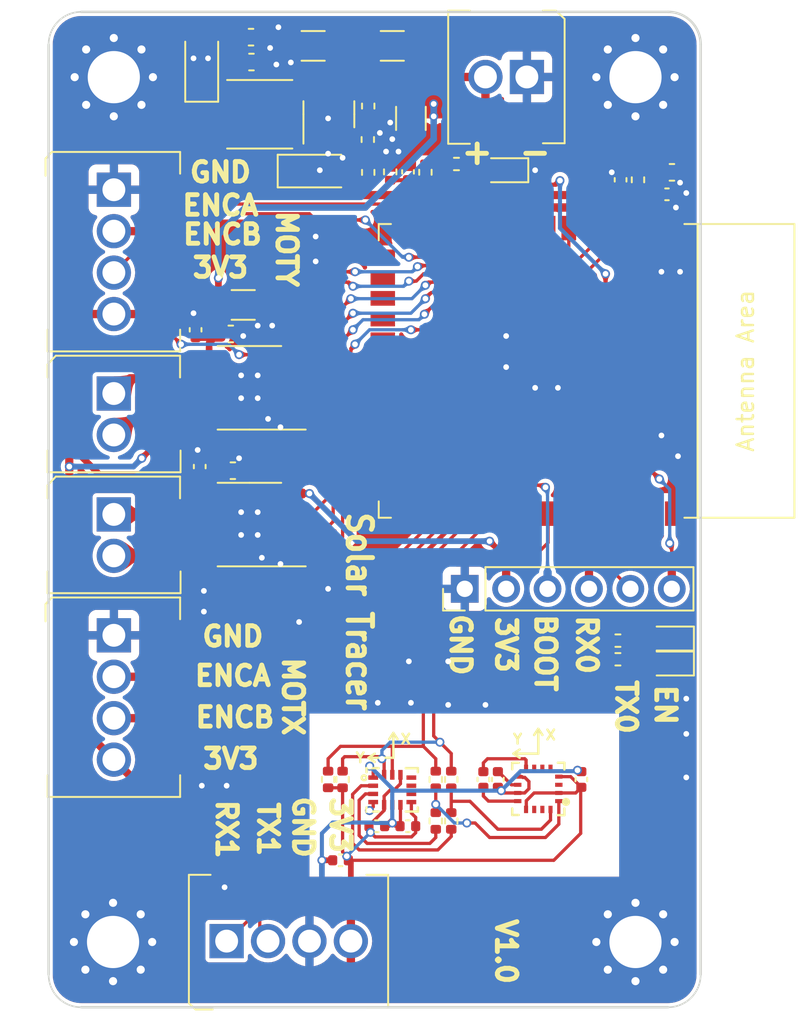
<source format=kicad_pcb>
(kicad_pcb (version 20211014) (generator pcbnew)
  (title_block (title "Stepper Motor") (date "2022-01-04") (rev "1"))
  (layers (0 "F.Cu" signal "Top_Signal") (31 "B.Cu" signal "Bottom_Signal") (34 "B.Paste" user) (35 "F.Paste" user) (36 "B.SilkS" user "B.Silkscreen") (37 "F.SilkS" user "F.Silkscreen") (38 "B.Mask" user) (39 "F.Mask" user) (44 "Edge.Cuts" user))
  (net 0 "")
  (net 1 "GND")
  (net 2 "/EN")
  (net 3 "VCC")
  (net 4 "/power/ADC_POWER")
  (net 5 "Net-(C14-Pad1)")
  (net 6 "Net-(C14-Pad2)")
  (net 7 "V_SUPPLY")
  (net 8 "Net-(D5-Pad2)")
  (net 9 "Net-(C16-Pad2)")
  (net 10 "/RX0")
  (net 11 "/TX0")
  (net 12 "Net-(D1-Pad2)")
  (net 13 "Net-(D2-Pad2)")
  (net 14 "Net-(D3-Pad1)")
  (net 15 "/BOOT")
  (net 16 "/GPS_TX")
  (net 17 "/GPS_RX")
  (net 18 "/motor/MOTY_ENCA")
  (net 19 "/motor/MOTY_ENCB")
  (net 20 "Net-(J5-Pad1)")
  (net 21 "Net-(J5-Pad2)")
  (net 22 "/motor/MOTX_ENCA")
  (net 23 "/motor/MOTX_ENCB")
  (net 24 "Net-(R2-Pad1)")
  (net 25 "Net-(R3-Pad1)")
  (net 26 "Net-(R10-Pad1)")
  (net 27 "Net-(R11-Pad1)")
  (net 28 "Net-(R4-Pad2)")
  (net 29 "Net-(R5-Pad2)")
  (net 30 "Net-(R10-Pad2)")
  (net 31 "Net-(R11-Pad2)")
  (net 44 "/imu/IMU_INT")
  (net 48 "/imu/MAG_INT")
  (net 54 "Net-(U6-Pad8)")
  (net 55 "Net-(U6-Pad6)")
  (net 61 "/motor/MOTX_IN1")
  (net 62 "/motor/MOTX_IN2")
  (net 63 "/MOTY_IN1")
  (net 64 "/MOTY_IN2")
  (net 67 "/IMU_SCL")
  (net 68 "/IMU_SDA")
  (footprint "Capacitor_SMD:C_0402_1005Metric" (layer "F.Cu") (at 130.732 118.803 180)
    (fp_text reference "C15" hide)
    (fp_text value "100nf")
  )
  (footprint "MountingHole:MountingHole_3.2mm_M3_Pad_Via" (layer "F.Cu") (at 146.6 72.9)
    (fp_text reference "H4" hide)
    (fp_text value "MountingHole_Pad")
  )
  (footprint "Package_SO:SOIC-8-1EP_3.9x4.9mm_P1.27mm_EP2.29x3mm" (layer "F.Cu") (at 122.919 91.938 180)
    (fp_text reference "U5" hide)
    (fp_text value "AT8236")
  )
  (footprint "LED_SMD:LED_0603_1608Metric" (layer "F.Cu") (at 148.698 107.305 180)
    (fp_text reference "D2" hide)
    (fp_text value "RED")
  )
  (footprint "Resistor_SMD:R_0402_1005Metric" (layer "F.Cu") (at 130.2058 74.6715 -90)
    (fp_text reference "R4" hide)
    (fp_text value "200k")
  )
  (footprint "misc:PinHeader_1x04_P2.54mm_Vertical" (layer "F.Cu") (at 114.604 107.105)
    (fp_text reference "J6" hide)
    (fp_text value "MOTX_ENCODER")
  )
  (footprint "MountingHole:MountingHole_3.2mm_M3_Pad_Via" (layer "F.Cu") (at 114.6 72.9)
    (fp_text reference "H1" hide)
    (fp_text value "MountingHole_Pad")
  )
  (footprint "Capacitor_SMD:C_0603_1608Metric" (layer "F.Cu") (at 121.903 97.018 180)
    (fp_text reference "C20" hide)
    (fp_text value "10uf")
  )
  (footprint "Capacitor_SMD:C_1206_3216Metric" (layer "F.Cu") (at 132.825 75.428 90)
    (fp_text reference "C5" hide)
    (fp_text value "10uf")
  )
  (footprint "Resistor_SMD:R_0402_1005Metric" (layer "F.Cu") (at 128.634 115.941 90)
    (fp_text reference "R13" hide)
    (fp_text value "4.7k")
  )
  (footprint "Package_TO_SOT_SMD:SOT-23-6" (layer "F.Cu") (at 127.7928 75.174 90)
    (fp_text reference "U2" hide)
    (fp_text value "TX4137")
  )
  (footprint "Resistor_SMD:R_0402_1005Metric" (layer "F.Cu") (at 145.523 107.432)
    (fp_text reference "R3" hide)
    (fp_text value "4.7k")
  )
  (footprint "misc:PinHeader_1x04_P2.54mm_Vertical" (layer "F.Cu") (at 121.522 125.847 90)
    (fp_text reference "J2" hide)
    (fp_text value "GPS")
  )
  (footprint "Capacitor_SMD:C_0402_1005Metric" (layer "F.Cu") (at 132.637 118.803)
    (fp_text reference "C12" hide)
    (fp_text value "100nf")
  )
  (footprint "Capacitor_SMD:C_0402_1005Metric" (layer "F.Cu") (at 148.5316 80.0796)
    (fp_text reference "C3" hide)
    (fp_text value "100nf")
  )
  (footprint "Capacitor_SMD:C_0402_1005Metric" (layer "F.Cu") (at 128.507 120.894 180)
    (fp_text reference "C4" hide)
    (fp_text value "100nf")
  )
  (footprint "Resistor_SMD:R_0402_1005Metric" (layer "F.Cu") (at 130.1804 76.7234 -90)
    (fp_text reference "R5" hide)
    (fp_text value "33k")
  )
  (footprint "Capacitor_SMD:C_0603_1608Metric" (layer "F.Cu") (at 123.043 71.9736 180)
    (fp_text reference "C9" hide)
    (fp_text value "10uf")
  )
  (footprint "Espressif:ESP32-S3-WROOM-1" (layer "F.Cu") (at 140.6 90.9 -90)
    (fp_text reference "U1" hide)
    (fp_text value "ESP32-S3-WROOM-1")
  )
  (footprint "Resistor_SMD:R_0402_1005Metric" (layer "F.Cu") (at 127.745 115.941 90)
    (fp_text reference "R12" hide)
    (fp_text value "4.7k")
  )
  (footprint "Resistor_SMD:R_0402_1005Metric" (layer "F.Cu") (at 135.619 78.222)
    (fp_text reference "R7" hide)
    (fp_text value "10k")
  )
  (footprint "misc:PinHeader_1x02_P2.54mm_Vertical" (layer "F.Cu") (at 114.6 92.2875)
    (fp_text reference "J5" hide)
    (fp_text value "MOTY")
  )
  (footprint "Capacitor_SMD:C_0402_1005Metric" (layer "F.Cu") (at 119.871 96.764 90)
    (fp_text reference "C18" hide)
    (fp_text value "100nf")
  )
  (footprint "Capacitor_SMD:C_1206_3216Metric" (layer "F.Cu") (at 126.8276 70.983)
    (fp_text reference "C8" hide)
    (fp_text value "10uf")
  )
  (footprint "Capacitor_SMD:C_0402_1005Metric" (layer "F.Cu") (at 119.617 88.382 90)
    (fp_text reference "C17" hide)
    (fp_text value "100nf")
  )
  (footprint "Resistor_SMD:R_0402_1005Metric" (layer "F.Cu") (at 135.299 115.943 90)
    (fp_text reference "R14" hide)
    (fp_text value "0R")
  )
  (footprint "Capacitor_SMD:C_0603_1608Metric" (layer "F.Cu") (at 123.0176 70.4496 180)
    (fp_text reference "C10" hide)
    (fp_text value "10uf")
  )
  (footprint "Package_SO:SOIC-8-1EP_3.9x4.9mm_P1.27mm_EP2.29x3mm" (layer "F.Cu") (at 122.919 100.32 180)
    (fp_text reference "U6" hide)
    (fp_text value "AT8236")
  )
  (footprint "Resistor_SMD:R_0402_1005Metric" (layer "F.Cu") (at 134.349 118.483 90)
    (fp_text reference "R11" hide)
    (fp_text value "NC")
  )
  (footprint "Capacitor_SMD:C_0603_1608Metric" (layer "F.Cu") (at 148.8364 78.7334)
    (fp_text reference "C2" hide)
    (fp_text value "10uf")
  )
  (footprint "Resistor_SMD:R_0402_1005Metric" (layer "F.Cu") (at 146.7536 79.1906 -90)
    (fp_text reference "R1" hide)
    (fp_text value "10k")
  )
  (footprint "Capacitor_SMD:C_1206_3216Metric" (layer "F.Cu") (at 122.538 86.858 180)
    (fp_text reference "C6" hide)
    (fp_text value "10uf")
  )
  (footprint "MountingHole:MountingHole_3.2mm_M3_Pad_Via" (layer "F.Cu") (at 114.5535 125.9)
    (fp_text reference "H2" hide)
    (fp_text value "MountingHole_Pad")
  )
  (footprint "Capacitor_SMD:C_0402_1005Metric" (layer "F.Cu") (at 138.159 115.941 90)
    (fp_text reference "C16" hide)
    (fp_text value "4.7uf")
  )
  (footprint "easyeda2kicad:LGA-14_L3.0-W2.5-P0.50-BR" (layer "F.Cu") (at 131.682 116.576 180)
    (fp_text reference "U3" hide)
    (fp_text value "BMI270")
  )
  (footprint "Capacitor_SMD:C_1206_3216Metric" (layer "F.Cu") (at 131.682 70.983 180)
    (fp_text reference "C7" hide)
    (fp_text value "10uf")
  )
  (footprint "Capacitor_SMD:C_0402_1005Metric" (layer "F.Cu") (at 137.27 115.941 90)
    (fp_text reference "C14" hide)
    (fp_text value "220nf")
  )
  (footprint "Capacitor_SMD:C_0603_1608Metric" (layer "F.Cu") (at 121.776 88.636 180)
    (fp_text reference "C19" hide)
    (fp_text value "10uf")
  )
  (footprint "MountingHole:MountingHole_3.2mm_M3_Pad_Via" (layer "F.Cu") (at 146.6 125.9)
    (fp_text reference "H3" hide)
    (fp_text value "MountingHole_Pad")
  )
  (footprint "Resistor_SMD:R_0402_1005Metric" (layer "F.Cu") (at 131.555 78.7046 -90)
    (fp_text reference "R9" hide)
    (fp_text value "1k")
  )
  (footprint "LED_SMD:LED_0603_1608Metric" (layer "F.Cu") (at 138.54 78.603 180)
    (fp_text reference "D5" hide)
    (fp_text value "RED")
  )
  (footprint "Resistor_SMD:R_0402_1005Metric" (layer "F.Cu") (at 145.523 108.575)
    (fp_text reference "R2" hide)
    (fp_text value "4.7k")
  )
  (footprint "misc:PinHeader_1x02_P2.54mm_Vertical" (layer "F.Cu") (at 139.937 72.888 -90)
    (fp_text reference "J3" hide)
    (fp_text value "POWER")
  )
  (footprint "Diode_SMD:D_SOD-123" (layer "F.Cu") (at 126.9038 78.6538)
    (fp_text reference "D3" hide)
    (fp_text value "B5819W SL")
  )
  (footprint "Capacitor_SMD:C_0402_1005Metric" (layer "F.Cu") (at 145.6868 79.1906 90)
    (fp_text reference "C1" hide)
    (fp_text value "100nf")
  )
  (footprint "Inductor_SMD:L_Taiyo-Yuden_NR-40xx" (layer "F.Cu") (at 123.551 75.174 180)
    (fp_text reference "L1" hide)
    (fp_text value "22uH")
  )
  (footprint "Resistor_SMD:R_0402_1005Metric" (layer "F.Cu") (at 133.714 78.728 -90)
    (fp_text reference "R8" hide)
    (fp_text value "10k")
  )
  (footprint "misc:PinHeader_1x04_P2.54mm_Vertical" (layer "F.Cu") (at 114.604 79.79875)
    (fp_text reference "J4" hide)
    (fp_text value "MOTY_ENCODER")
  )
  (footprint "Resistor_SMD:R_0402_1005Metric" (layer "F.Cu") (at 134.349 115.943 90)
    (fp_text reference "R15" hide)
    (fp_text value "0R")
  )
  (footprint "Diode_SMD:D_SMF" (layer "F.Cu") (at 119.992 72.126 90)
    (fp_text reference "D4" hide)
    (fp_text value "SMF5V0A")
  )
  (footprint "Capacitor_SMD:C_0402_1005Metric" (layer "F.Cu") (at 132.6472 78.7046 -90)
    (fp_text reference "C11" hide)
    (fp_text value "100n")
  )
  (footprint "Resistor_SMD:R_0402_1005Metric" (layer "F.Cu") (at 130.2058 78.7355 -90)
    (fp_text reference "R6" hide)
    (fp_text value "100k")
  )
  (footprint "easyeda2kicad:LGA-16_L3.0-W3.0-P0.50-BL_SQ" (layer "F.Cu") (at 140.638 116.517 90)
    (fp_text reference "U4" hide)
    (fp_text value "QMC5883L")
  )
  (footprint "misc:PinHeader_1x02_P2.54mm_Vertical" (layer "F.Cu") (at 114.6 99.69625)
    (fp_text reference "J7" hide)
    (fp_text value "MOTX")
  )
  (footprint "LED_SMD:LED_0603_1608Metric" (layer "F.Cu") (at 148.7 108.833 180)
    (fp_text reference "D1" hide)
    (fp_text value "GREEN")
  )
  (footprint "Connector_PinHeader_2.54mm:PinHeader_1x06_P2.54mm_Vertical" (layer "F.Cu") (at 136.127 104.257 90)
    (fp_text reference "J1" hide)
    (fp_text value "DEBUG")
  )
  (footprint "Resistor_SMD:R_0402_1005Metric" (layer "F.Cu") (at 135.299 118.483 90)
    (fp_text reference "R10" hide)
    (fp_text value "NC")
  )
  (footprint "Capacitor_SMD:C_0402_1005Metric" (layer "F.Cu") (at 143.279 115.941 -90)
    (fp_text reference "C13" hide)
    (fp_text value "100nf")
  )
  (gr_line (start 130.224 114.612) (end 131.748 114.612) (layer "F.SilkS") (width 0.15))
  (gr_line (start 139.114 114.358) (end 139.495 114.612) (layer "F.SilkS") (width 0.15))
  (gr_line (start 131.748 113.088) (end 131.494 113.469) (layer "F.SilkS") (width 0.15))
  (gr_line (start 131.748 113.088) (end 132.002 113.469) (layer "F.SilkS") (width 0.15))
  (gr_line (start 140.638 112.834) (end 140.384 113.215) (layer "F.SilkS") (width 0.15))
  (gr_line (start 139.114 114.358) (end 139.495 114.104) (layer "F.SilkS") (width 0.15))
  (gr_line (start 139.114 114.358) (end 140.638 114.358) (layer "F.SilkS") (width 0.15))
  (gr_line (start 140.638 112.834) (end 140.892 113.215) (layer "F.SilkS") (width 0.15))
  (gr_line (start 130.224 114.612) (end 130.605 114.358) (layer "F.SilkS") (width 0.15))
  (gr_line (start 130.224 114.612) (end 130.605 114.866) (layer "F.SilkS") (width 0.15))
  (gr_line (start 131.748 113.088) (end 131.748 114.612) (layer "F.SilkS") (width 0.15))
  (gr_line (start 140.638 112.834) (end 140.638 114.358) (layer "F.SilkS") (width 0.15))
  (gr_arc (start 148.6 68.9) (mid 150.014214 69.485786) (end 150.6 70.9) (layer "Edge.Cuts") (width 0.15))
  (gr_line (start 110.6 70.9) (end 110.6 127.9) (layer "Edge.Cuts") (width 0.15))
  (gr_arc (start 110.6 70.9) (mid 111.185786 69.485786) (end 112.6 68.9) (layer "Edge.Cuts") (width 0.1))
  (gr_line (start 150.6 127.9) (end 150.6 70.9) (layer "Edge.Cuts") (width 0.15))
  (gr_line (start 112.6 129.9) (end 148.6 129.9) (layer "Edge.Cuts") (width 0.15))
  (gr_arc (start 150.6 127.9) (mid 150.014214 129.314214) (end 148.6 129.9) (layer "Edge.Cuts") (width 0.1))
  (gr_line (start 148.6 68.9) (end 112.6 68.9) (layer "Edge.Cuts") (width 0.15))
  (gr_arc (start 112.6 129.9) (mid 111.185786 129.314214) (end 110.6 127.9) (layer "Edge.Cuts") (width 0.1))
  (gr_text "3V3" (at 128.507 118.735 270) (layer "F.SilkS") (effects (font (size 1.2 1.2) (thickness 0.3))))
  (gr_text "RX1" (at 121.522 118.989 270) (layer "F.SilkS") (effects (font (size 1.2 1.2) (thickness 0.3))))
  (gr_text "Solar Tracer" (at 129.65 105.654 270) (layer "F.SilkS") (effects (font (size 1.5 1.3) (thickness 0.3))))
  (gr_text "X" (at 132.51 113.469) (layer "F.SilkS") (effects (font (size 0.6 0.6))))
  (gr_text "GND\n" (at 121.903 107.178) (layer "F.SilkS") (effects (font (size 1.2 1.2) (thickness 0.3))))
  (gr_text "RX0" (at 143.62 107.686 270) (layer "F.SilkS") (effects (font (size 1.2 1.2) (thickness 0.3))))
  (gr_text "V1.0" (at 138.667 126.482 270) (layer "F.SilkS") (effects (font (size 1.2 1.2) (thickness 0.3))))
  (gr_text "TX0" (at 146.033 111.496 270) (layer "F.SilkS") (effects (font (size 1.2 1.2) (thickness 0.3))))
  (gr_text "3V3" (at 138.667 107.686 270) (layer "F.SilkS") (effects (font (size 1.2 1.2) (thickness 0.3))))
  (gr_text "MOTY" (at 125.205 83.429 270) (layer "F.SilkS") (effects (font (size 1.2 1.2) (thickness 0.3))))
  (gr_text "BOOT" (at 141.08 108.194 270) (layer "F.SilkS") (effects (font (size 1.2 1.2) (thickness 0.3))))
  (gr_text "3V3" (at 121.141 84.572) (layer "F.SilkS") (effects (font (size 1.2 1.2) (thickness 0.3))))
  (gr_text "GND" (at 126.221 118.862 270) (layer "F.SilkS") (effects (font (size 1.2 1.2) (thickness 0.3))))
  (gr_text "ENCA" (at 121.141 80.762) (layer "F.SilkS") (effects (font (size 1.2 1.2) (thickness 0.3))))
  (gr_text "MOTX" (at 125.586 110.861 270) (layer "F.SilkS") (effects (font (size 1.2 1.2) (thickness 0.3))))
  (gr_text "ENCA" (at 121.903 109.591) (layer "F.SilkS") (effects (font (size 1.2 1.2) (thickness 0.3))))
  (gr_text "GND\n" (at 121.141 78.73) (layer "F.SilkS") (effects (font (size 1.2 1.2) (thickness 0.3))))
  (gr_text "Y" (at 129.716 114.612) (layer "F.SilkS") (effects (font (size 0.6 0.6))))
  (gr_text "X" (at 141.4 113.215) (layer "F.SilkS") (effects (font (size 0.6 0.6))))
  (gr_text "GND\n" (at 135.873 107.686 270) (layer "F.SilkS") (effects (font (size 1.2 1.2) (thickness 0.3))))
  (gr_text "EN" (at 148.446 111.369 270) (layer "F.SilkS") (effects (font (size 1.2 1.2) (thickness 0.3))))
  (gr_text "ENCB" (at 122.03 112.131) (layer "F.SilkS") (effects (font (size 1.2 1.2) (thickness 0.3))))
  (gr_text "-" (at 140.445 77.46) (layer "F.SilkS") (effects (font (size 1.5 1.5) (thickness 0.3))))
  (gr_text "3V3" (at 121.776 114.671) (layer "F.SilkS") (effects (font (size 1.2 1.2) (thickness 0.3))))
  (gr_text "TX1" (at 124.062 118.989 270) (layer "F.SilkS") (effects (font (size 1.2 1.2) (thickness 0.3))))
  (gr_text "ENCB" (at 121.268 82.54) (layer "F.SilkS") (effects (font (size 1.2 1.2) (thickness 0.3))))
  (gr_text "+" (at 136.889 77.46) (layer "F.SilkS") (effects (font (size 1.5 1.5) (thickness 0.3))))
  (gr_text "Y" (at 139.368 113.469) (layer "F.SilkS") (effects (font (size 0.6 0.6))))
  (segment (start 139.378 116.767) (end 139.803 116.767) (width 0.2) (layer "F.Cu") (net 1))
  (segment (start 131.877 118.803) (end 132.157 118.803) (width 0.2) (layer "F.Cu") (net 1))
  (segment (start 139.81 115.814) (end 140.064 116.068) (width 0.2) (layer "F.Cu") (net 1))
  (segment (start 139.636 115.767) (end 139.683 115.814) (width 0.2) (layer "F.Cu") (net 1))
  (segment (start 132.182 118.778) (end 132.157 118.803) (width 0.2) (layer "F.Cu") (net 1))
  (segment (start 128.027 120.894) (end 127.364 120.894) (width 0.35) (layer "F.Cu") (net 1))
  (segment (start 130.512 115.332383) (end 130.298117 115.1185) (width 0.2) (layer "F.Cu") (net 1))
  (segment (start 140.064 116.506) (end 140.064 116.068) (width 0.2) (layer "F.Cu") (net 1))
  (segment (start 131.682 118.333) (end 131.212 118.803) (width 0.2) (layer "F.Cu") (net 1))
  (segment (start 131.682 118.608) (end 131.487 118.803) (width 0.2) (layer "F.Cu") (net 1))
  (segment (start 138.505 116.767) (end 139.378 116.767) (width 0.2) (layer "F.Cu") (net 1))
  (segment (start 130.512 115.826) (end 130.512 115.332383) (width 0.2) (layer "F.Cu") (net 1))
  (segment (start 131.682 118.608) (end 131.877 118.803) (width 0.2) (layer "F.Cu") (net 1))
  (segment (start 131.682 117.496) (end 131.682 118.333) (width 0.2) (layer "F.Cu") (net 1))
  (segment (start 138.3635 116.6255) (end 138.505 116.767) (width 0.2) (layer "F.Cu") (net 1))
  (segment (start 123.427 100.955) (end 120.444 100.955) (width 0.4) (layer "F.Cu") (net 1))
  (segment (start 139.803 116.767) (end 140.064 116.506) (width 0.2) (layer "F.Cu") (net 1))
  (segment (start 132.182 117.496) (end 132.182 118.778) (width 0.2) (layer "F.Cu") (net 1))
  (segment (start 122.411 92.573) (end 120.444 92.573) (width 0.4) (layer "F.Cu") (net 1))
  (segment (start 138.159 116.421) (end 138.3635 116.6255) (width 0.2) (layer "F.Cu") (net 1))
  (segment (start 139.683 115.814) (end 139.81 115.814) (width 0.2) (layer "F.Cu") (net 1))
  (segment (start 139.378 115.767) (end 139.636 115.767) (width 0.2) (layer "F.Cu") (net 1))
  (segment (start 131.487 118.803) (end 131.212 118.803) (width 0.2) (layer "F.Cu") (net 1))
  (via (at 128.634 77.841) (size 0.55) (drill 0.35) (layers "F.Cu" "B.Cu") (net 1))
  (via (at 121.395 122.545) (size 0.55) (drill 0.35) (layers "F.Cu" "B.Cu") (net 1))
  (via (at 126.983 82.667) (size 0.55) (drill 0.35) (layers "F.Cu" "B.Cu") (net 1))
  (via (at 124.57 72.126) (size 0.55) (drill 0.35) (layers "F.Cu" "B.Cu") (net 1))
  (via (at 149.716 115.814) (size 0.55) (drill 0.35) (layers "F.Cu" "B.Cu") (net 1))
  (via (at 141.842 91.938) (size 0.55) (drill 0.35) (layers "F.Cu" "B.Cu") (net 1))
  (via (at 148.192 94.859) (size 0.55) (drill 0.35) (layers "F.Cu" "B.Cu") (net 1))
  (via (at 149.716 113.147) (size 0.55) (drill 0.35) (layers "F.Cu" "B.Cu") (net 1))
  (via (at 124.062 93.843) (size 0.55) (drill 0.35) (layers "F.Cu" "B.Cu") (net 1))
  (via (at 149.716 80) (size 0.55) (drill 0.35) (layers "F.Cu" "B.Cu") (net 1))
  (via (at 119.49 87.366) (size 0.55) (drill 0.35) (layers "F.Cu" "B.Cu") (net 1))
  (via (at 130.92 76.317) (size 0.55) (drill 0.35) (layers "F.Cu" "B.Cu") (net 1))
  (via (at 132.698 108.702) (size 0.55) (drill 0.35) (layers "F.Cu" "B.Cu") (net 1))
  (via (at 149.208 96.129) (size 0.55) (drill 0.35) (layers "F.Cu" "B.Cu") (net 1))
  (via (at 138.667 90.668) (size 0.55) (drill 0.35) (layers "F.Cu" "B.Cu") (net 1))
  (via (at 131.301 77.46) (size 0.55) (drill 0.35) (layers "F.Cu" "B.Cu") (net 1))
  (via (at 119.998 116.322) (size 0.55) (drill 0.35) (layers "F.Cu" "B.Cu") (net 1))
  (via (at 122.411 100.955) (size 0.55) (drill 0.35) (layers "F.Cu" "B.Cu") (net 1))
  (via (at 122.284 96.256) (size 0.55) (drill 0.35) (layers "F.Cu" "B.Cu") (net 1))
  (via (at 140.445 91.938) (size 0.55) (drill 0.35) (layers "F.Cu" "B.Cu") (net 1))
  (via (at 119.49 71.745) (size 0.55) (drill 0.35) (layers "F.Cu" "B.Cu") (net 1))
  (via (at 122.411 99.558) (size 0.55) (drill 0.35) (layers "F.Cu" "B.Cu") (net 1))
  (via (at 131.682 76.698) (size 0.55) (drill 0.35) (layers "F.Cu" "B.Cu") (net 1))
  (via (at 123.681 102.352) (size 0.55) (drill 0.35) (layers "F.Cu" "B.Cu") (net 1))
  (via (at 122.411 92.573) (size 0.55) (drill 0.35) (layers "F.Cu" "B.Cu") (net 1))
  (via (at 120.379 71.745) (size 0.55) (drill 0.35) (layers "F.Cu" "B.Cu") (net 1))
  (via (at 119.744 95.748) (size 0.55) (drill 0.35) (layers "F.Cu" "B.Cu") (net 1))
  (via (at 143.044234 115.373766) (size 0.55) (drill 0.35) (layers "F.Cu" "B.Cu") (net 1))
  (via (at 132.063 77.46) (size 0.55) (drill 0.35) (layers "F.Cu" "B.Cu") (net 1))
  (via (at 145.144 78.73) (size 0.55) (drill 0.35) (layers "F.Cu" "B.Cu") (net 1))
  (via (at 132.825 111.242) (size 0.55) (drill 0.35) (layers "F.Cu" "B.Cu") (net 1))
  (via (at 138.3635 116.6255) (size 0.55) (drill 0.35) (layers "F.Cu" "B.Cu") (net 1))
  (via (at 127.237 78.603) (size 0.55) (drill 0.35) (layers "F.Cu" "B.Cu") (net 1))
  (via (at 121.522 116.322) (size 0.55) (drill 0.35) (layers "F.Cu" "B.Cu") (net 1))
  (via (at 124.824 102.733) (size 0.55) (drill 0.35) (layers "F.Cu" "B.Cu") (net 1))
  (via (at 149.335 84.826) (size 0.55) (drill 0.35) (layers "F.Cu" "B.Cu") (net 1))
  (via (at 125.967 106.289) (size 0.55) (drill 0.35) (layers "F.Cu" "B.Cu") (net 1))
  (via (at 122.411 91.176) (size 0.55) (drill 0.35) (layers "F.Cu" "B.Cu") (net 1))
  (via (at 123.427 91.176) (size 0.55) (drill 0.35) (layers "F.Cu" "B.Cu") (net 1))
  (via (at 127.364 120.894) (size 0.55) (drill 0.35) (layers "F.Cu" "B.Cu") (net 1))
  (via (at 137.397 111.369) (size 0.55) (drill 0.35) (layers "F.Cu" "B.Cu") (net 1))
  (via (at 123.427 100.955) (size 0.55) (drill 0.35) (layers "F.Cu" "B.Cu") (net 1))
  (via (at 125.459 71.999) (size 0.55) (drill 0.35) (layers "F.Cu" "B.Cu") (net 1))
  (via (at 127.745 77.587) (size 0.55) (drill 0.35) (layers "F.Cu" "B.Cu") (net 1))
  (via (at 124.824 94.351) (size 0.55) (drill 0.35) (layers "F.Cu" "B.Cu") (net 1))
  (via (at 131.555 75.682) (size 0.55) (drill 0.35) (layers "F.Cu" "B.Cu") (net 1))
  (via (at 149.081 80.889) (size 0.55) (drill 0.35) (layers "F.Cu" "B.Cu") (net 1))
  (via (at 124.189 71.11) (size 0.55) (drill 0.35) (layers "F.Cu" "B.Cu") (net 1))
  (via (at 135.111 111.369) (size 0.55) (drill 0.35) (layers "F.Cu" "B.Cu") (net 1))
  (via (at 130.793 111.242) (size 0.55) (drill 0.35) (layers "F.Cu" "B.Cu") (net 1))
  (via (at 124.316 88.128) (size 0.55) (drill 0.35) (layers "F.Cu" "B.Cu") (net 1))
  (via (at 120.125 105.654) (size 0.55) (drill 0.35) (layers "F.Cu" "B.Cu") (net 1))
  (via (at 127.745 75.428) (size 0.55) (drill 0.35) (layers "F.Cu" "B.Cu") (net 1))
  (via (at 148.192 84.826) (size 0.55) (drill 0.35) (layers "F.Cu" "B.Cu") (net 1))
  (via (at 123.427 99.558) (size 0.55) (drill 0.35) (layers "F.Cu" "B.Cu") (net 1))
  (via (at 120.125 104.384) (size 0.55) (drill 0.35) (layers "F.Cu" "B.Cu") (net 1))
  (via (at 131.682 118.608) (size 0.55) (drill 0.35) (layers "F.Cu" "B.Cu") (net 1))
  (via (at 130.298117 115.1185) (size 0.55) (drill 0.35) (layers "F.Cu" "B.Cu") (net 1))
  (via (at 124.697 69.84) (size 0.55) (drill 0.35) (layers "F.Cu" "B.Cu") (net 1))
  (via (at 149.716 110.988) (size 0.55) (drill 0.35) (layers "F.Cu" "B.Cu") (net 1))
  (via (at 126.983 84.191) (size 0.55) (drill 0.35) (layers "F.Cu" "B.Cu") (net 1))
  (via (at 127.745 104.257) (size 0.55) (drill 0.35) (layers "F.Cu" "B.Cu") (net 1))
  (via (at 123.427 92.573) (size 0.55) (drill 0.35) (layers "F.Cu" "B.Cu") (net 1))
  (via (at 140.445 78.603) (size 0.55) (drill 0.35) (layers "F.Cu" "B.Cu") (net 1))
  (via (at 138.667 88.763) (size 0.55) (drill 0.35) (layers "F.Cu" "B.Cu") (net 1))
  (via (at 149.335 79.365) (size 0.55) (drill 0.35) (layers "F.Cu" "B.Cu") (net 1))
  (via (at 123.427 88.128) (size 0.55) (drill 0.35) (layers "F.Cu" "B.Cu") (net 1))
  (via (at 135.111 108.702) (size 0.55) (drill 0.35) (layers "F.Cu" "B.Cu") (net 1))
  (via (at 122.538 88.763) (size 0.55) (drill 0.35) (layers "F.Cu" "B.Cu") (net 1))
  (segment (start 139.556 115.433) (end 138.3635 116.6255) (width 0.25) (layer "B.Cu") (net 1))
  (segment (start 138.3635 116.6255) (end 131.805117 116.6255) (width 0.25) (layer "B.Cu") (net 1))
  (segment (start 143.044234 115.373766) (end 142.985 115.433) (width 0.25) (layer "B.Cu") (net 1))
  (segment (start 130.622029 118.6045) (end 130.597029 118.5795) (width 0.25) (layer "B.Cu") (net 1))
  (segment (start 127.364 120.894) (end 127.364 122.164) (width 0.35) (layer "B.Cu") (net 1))
  (segment (start 131.682 118.608) (end 131.6785 118.6045) (width 0.25) (layer "B.Cu") (net 1))
  (segment (start 131.805117 116.6255) (end 131.682 116.502383) (width 0.25) (layer "B.Cu") (net 1))
  (segment (start 142.985 115.433) (end 139.556 115.433) (width 0.25) (layer "B.Cu") (net 1))
  (segment (start 130.597029 118.5795) (end 128.0275 118.5795) (width 0.25) (layer "B.Cu") (net 1))
  (segment (start 130.298117 115.1185) (end 131.682 116.502383) (width 0.25) (layer "B.Cu") (net 1))
  (segment (start 131.6785 118.6045) (end 130.622029 118.6045) (width 0.25) (layer "B.Cu") (net 1))
  (segment (start 131.682 116.502383) (end 131.682 118.608) (width 0.25) (layer "B.Cu") (net 1))
  (segment (start 127.364 119.243) (end 127.364 120.894) (width 0.25) (layer "B.Cu") (net 1))
  (segment (start 128.0275 118.5795) (end 127.364 119.243) (width 0.25) (layer "B.Cu") (net 1))
  (segment (start 145.6868 79.6706) (end 146.7236 79.6706) (width 0.25) (layer "F.Cu") (net 2))
  (segment (start 148.827 101.59) (end 148.7 101.463) (width 0.2) (layer "F.Cu") (net 2))
  (segment (start 146.32 82.15) (end 146.32 95.781) (width 0.25) (layer "F.Cu") (net 2))
  (segment (start 146.32 80.1342) (end 146.7536 79.7006) (width 0.25) (layer "F.Cu") (net 2))
  (segment (start 146.7236 79.6706) (end 146.7536 79.7006) (width 0.25) (layer "F.Cu") (net 2))
  (segment (start 146.32 95.781) (end 148.065 97.526) (width 0.25) (layer "F.Cu") (net 2))
  (segment (start 146.32 82.15) (end 146.32 80.1342) (width 0.25) (layer "F.Cu") (net 2))
  (segment (start 148.827 104.257) (end 148.827 101.59) (width 0.2) (layer "F.Cu") (net 2))
  (via (at 148.7 101.463) (size 0.55) (drill 0.35) (layers "F.Cu" "B.Cu") (net 2))
  (via (at 148.065 97.526) (size 0.55) (drill 0.35) (layers "F.Cu" "B.Cu") (net 2))
  (segment (start 148.7 101.463) (end 148.7 98.161) (width 0.2) (layer "B.Cu") (net 2))
  (segment (start 148.7 98.161) (end 148.065 97.526) (width 0.2) (layer "B.Cu") (net 2))
  (segment (start 145.017 77.587) (end 142.477 80.127) (width 0.5) (layer "F.Cu") (net 3))
  (segment (start 142.477 80.127) (end 130.158 80.127) (width 0.5) (layer "F.Cu") (net 3))
  (segment (start 125.394 98.415) (end 126.602 98.415) (width 0.35) (layer "F.Cu") (net 3))
  (segment (start 148.0614 78.0914) (end 147.557 77.587) (width 0.5) (layer "F.Cu") (net 3))
  (segment (start 138.667 102.352) (end 138.667 104.257) (width 0.35) (layer "F.Cu") (net 3))
  (segment (start 146.7536 78.6806) (end 148.0086 78.6806) (width 0.25) (layer "F.Cu") (net 3))
  (segment (start 111.87 87.493) (end 111.94425 87.41875) (width 0.35) (layer "F.Cu") (net 3))
  (segment (start 125.394 90.033) (end 125.267 89.906) (width 0.2) (layer "F.Cu") (net 3))
  (segment (start 130.252 119.083) (end 130.252 118.803) (width 0.2) (layer "F.Cu") (net 3))
  (segment (start 132.182 116.203) (end 131.809 116.576) (width 0.2) (layer "F.Cu") (net 3))
  (segment (start 130.3485 119.1795) (end 130.252 119.083) (width 0.2) (layer "F.Cu") (net 3))
  (segment (start 116.95 77.46) (end 113.14 77.46) (width 0.5) (layer "F.Cu") (net 3))
  (segment (start 111.94425 87.41875) (end 114.604 87.41875) (width 0.35) (layer "F.Cu") (net 3))
  (segment (start 114.604 114.725) (end 119.109 119.23) (width 0.5) (layer "F.Cu") (net 3))
  (segment (start 127.745 116.451) (end 128.634 116.451) (width 0.2) (layer "F.Cu") (net 3))
  (segment (start 131.567 116.576) (end 131.182 116.961) (width 0.2) (layer "F.Cu") (net 3))
  (segment (start 130.158 80.127) (end 123.173 80.127) (width 0.5) (layer "F.Cu") (net 3))
  (segment (start 132.182 115.656) (end 132.182 116.203) (width 0.2) (layer "F.Cu") (net 3))
  (segment (start 132.852 117.326) (end 132.852 118) (width 0.2) (layer "F.Cu") (net 3))
  (segment (start 147.557 77.587) (end 145.017 77.587) (width 0.5) (layer "F.Cu") (net 3))
  (segment (start 132.852 118) (end 133.117 118.265) (width 0.2) (layer "F.Cu") (net 3))
  (segment (start 133.117 118.803) (end 133.117 119.205) (width 0.2) (layer "F.Cu") (net 3))
  (segment (start 128.634 116.451) (end 128.634 120.386) (width 0.2) (layer "F.Cu") (net 3))
  (segment (start 113.14 77.46) (end 111.87 78.73) (width 0.5) (layer "F.Cu") (net 3))
  (segment (start 139.903 117.245) (end 139.903 117.762) (width 0.2) (layer "F.Cu") (net 3))
  (segment (start 133.117 118.265) (end 133.117 118.803) (width 0.2) (layer "F.Cu") (net 3))
  (segment (start 119.236 75.174) (end 116.95 77.46) (width 0.5) (layer "F.Cu") (net 3))
  (segment (start 125.394 98.415) (end 125.394 96.572) (width 0.35) (layer "F.Cu") (net 3))
  (segment (start 122.151 79.105) (end 122.151 75.174) (width 0.5) (layer "F.Cu") (net 3))
  (segment (start 131.182 116.961) (end 131.182 117.496) (width 0.2) (layer "F.Cu") (net 3))
  (segment (start 130.628 119.459) (end 130.3485 119.1795) (width 0.2) (layer "F.Cu") (net 3))
  (segment (start 123.173 80.127) (end 122.151 79.105) (width 0.5) (layer "F.Cu") (net 3))
  (segment (start 125.394 96.572) (end 123.808 94.986) (width 0.35) (layer "F.Cu") (net 3))
  (segment (start 143.239 116.461) (end 143.239 119.243) (width 0.2) (layer "F.Cu") (net 3))
  (segment (start 131.182 117.838) (end 130.252 118.768) (width 0.2) (layer "F.Cu") (net 3))
  (segment (start 131.809 116.576) (end 131.567 116.576) (width 0.2) (layer "F.Cu") (net 3))
  (segment (start 142.625 115.767) (end 143.279 116.421) (width 0.2) (layer "F.Cu") (net 3))
  (segment (start 129.142 127.498) (end 129.142 125.847) (width 0.5) (layer "F.Cu") (net 3))
  (segment (start 141.898 116.767) (end 140.381 116.767) (width 0.2) (layer "F.Cu") (net 3))
  (segment (start 119.109 127.625) (end 119.998 128.514) (width 0.5) (layer "F.Cu") (net 3))
  (segment (start 139.903 117.762) (end 139.888 117.777) (width 0.2) (layer "F.Cu") (net 3))
  (segment (start 148.0614 80.0698) (end 148.0516 80.0796) (width 0.25) (layer "F.Cu") (net 3))
  (segment (start 147.59 80.5412) (end 148.0516 80.0796) (width 0.4) (layer "F.Cu") (net 3))
  (segment (start 128.634 120.386) (end 128.888 120.64) (width 0.2) (layer "F.Cu") (net 3))
  (segment (start 111.87 78.73) (end 111.87 90.15275) (width 0.5) (layer "F.Cu") (net 3))
  (segment (start 131.182 117.496) (end 131.182 117.838) (width 0.2) (layer "F.Cu") (net 3))
  (segment (start 147.59 82.15) (end 147.59 80.5412) (width 0.4) (layer "F.Cu") (net 3))
  (segment (start 143.239 119.243) (end 141.588 120.894) (width 0.2) (layer "F.Cu") (net 3))
  (segment (start 117.585 94.986) (end 116.315 96.256) (width 0.35) (layer "F.Cu") (net 3))
  (segment (start 148.0614 78.7334) (end 148.0614 80.0698) (width 0.4) (layer "F.Cu") (net 3))
  (segment (start 116.87575 87.41875) (end 118.728 89.271) (width 0.2) (layer "F.Cu") (net 3))
  (segment (start 140.381 116.767) (end 139.903 117.245) (width 0.2) (layer "F.Cu") (net 3))
  (segment (start 122.151 75.174) (end 119.236 75.174) (width 0.5) (layer "F.Cu") (net 3))
  (segment (start 137.651 101.336) (end 138.667 102.352) (width 0.35) (layer "F.Cu") (net 3))
  (segment (start 114.604 87.41875) (end 116.87575 87.41875) (width 0.2) (layer "F.Cu") (net 3))
  (segment (start 129.14 125.9) (end 129.14 121.047) (width 0.35) (layer "F.Cu") (net 3))
  (segment (start 132.863 119.459) (end 130.628 119.459) (width 0.2) (layer "F.Cu") (net 3))
  (segment (start 148.0614 78.7334) (end 148.0614 78.0914) (width 0.5) (layer "F.Cu") (net 3))
  (segment (start 141.898 116.767) (end 142.933 116.767) (width 0.2) (layer "F.Cu") (net 3))
  (segment (start 143.279 116.421) (end 143.239 116.461) (width 0.2) (layer "F.Cu") (net 3))
  (segment (start 123.808 94.986) (end 117.585 94.986) (width 0.35) (layer "F.Cu") (net 3))
  (segment (start 129.14 121.047) (end 128.987 120.894) (width 0.35) (layer "F.Cu") (net 3))
  (segment (start 128.126 128.514) (end 129.142 127.498) (width 0.5) (layer "F.Cu") (net 3))
  (segment (start 142.933 116.767) (end 143.279 116.421) (width 0.2) (layer "F.Cu") (net 3))
  (segment (start 130.2058 79.2455) (end 130.2058 80.1748) (width 0.25) (layer "F.Cu") (net 3))
  (segment (start 133.117 119.205) (end 132.863 119.459) (width 0.2) (layer "F.Cu") (net 3))
  (segment (start 141.588 120.894) (end 128.987 120.894) (width 0.2) (layer "F.Cu") (net 3))
  (segment (start 111.87 96.764) (end 111.87 90.15275) (width 0.5) (layer "F.Cu") (net 3))
  (segment (start 111.87 111.991) (end 111.87 96.764) (width 0.5) (layer "F.Cu") (net 3))
  (segment (start 125.267 89.906) (end 122.284 89.906) (width 0.2) (layer "F.Cu") (net 3))
  (segment (start 141.898 115.767) (end 142.625 115.767) (width 0.2) (layer "F.Cu") (net 3))
  (segment (start 119.109 119.23) (end 119.109 127.625) (width 0.5) (layer "F.Cu") (net 3))
  (segment (start 148.0086 78.6806) (end 148.0614 78.7334) (width 0.25) (layer "F.Cu") (net 3))
  (segment (start 130.252 118.768) (end 130.252 118.803) (width 0.2) (layer "F.Cu") (net 3))
  (segment (start 119.998 128.514) (end 128.126 128.514) (width 0.5) (layer "F.Cu") (net 3))
  (segment (start 114.604 114.725) (end 111.87 111.991) (width 0.5) (layer "F.Cu") (net 3))
  (via (at 111.87 96.764) (size 0.55) (drill 0.35) (layers "F.Cu" "B.Cu") (net 3))
  (via (at 137.651 101.336) (size 0.55) (drill 0.35) (layers "F.Cu" "B.Cu") (net 3))
  (via (at 122.284 89.906) (size 0.55) (drill 0.35) (layers "F.Cu" "B.Cu") (net 3))
  (via (at 116.315 96.256) (size 0.55) (drill 0.35) (layers "F.Cu" "B.Cu") (net 3))
  (via (at 118.728 89.271) (size 0.55) (drill 0.35) (layers "F.Cu" "B.Cu") (net 3))
  (via (at 128.888 120.64) (size 0.55) (drill 0.35) (layers "F.Cu" "B.Cu") (net 3))
  (via (at 126.602 98.415) (size 0.55) (drill 0.35) (layers "F.Cu" "B.Cu") (net 3))
  (via (at 130.3485 119.1795) (size 0.55) (drill 0.35) (layers "F.Cu" "B.Cu") (net 3))
  (segment (start 130.3485 119.1795) (end 128.888 120.64) (width 0.2) (layer "B.Cu") (net 3))
  (segment (start 115.807 96.764) (end 116.315 96.256) (width 0.35) (layer "B.Cu") (net 3))
  (segment (start 121.649 89.271) (end 122.284 89.906) (width 0.2) (layer "B.Cu") (net 3))
  (segment (start 129.523 101.336) (end 126.602 98.415) (width 0.35) (layer "B.Cu") (net 3))
  (segment (start 111.87 96.764) (end 115.807 96.764) (width 0.35) (layer "B.Cu") (net 3))
  (segment (start 118.728 89.271) (end 121.649 89.271) (width 0.2) (layer "B.Cu") (net 3))
  (segment (start 137.651 101.336) (end 129.523 101.336) (width 0.35) (layer "B.Cu") (net 3))
  (segment (start 138.032 79.492) (end 141.715 79.492) (width 0.25) (layer "F.Cu") (net 4))
  (segment (start 144.763 84.953) (end 144.763 95.367) (width 0.25) (layer "F.Cu") (net 4))
  (segment (start 144.763 95.367) (end 147.59 98.194) (width 0.25) (layer "F.Cu") (net 4))
  (segment (start 131.555 79.2146) (end 133.6906 79.2146) (width 0.25) (layer "F.Cu") (net 4))
  (segment (start 136.762 79.492) (end 138.032 79.492) (width 0.25) (layer "F.Cu") (net 4))
  (segment (start 141.715 79.492) (end 141.969 79.238) (width 0.25) (layer "F.Cu") (net 4))
  (segment (start 133.6906 79.2146) (end 133.714 79.238) (width 0.25) (layer "F.Cu") (net 4))
  (segment (start 136.508 79.238) (end 136.762 79.492) (width 0.25) (layer "F.Cu") (net 4))
  (segment (start 133.714 79.238) (end 136.508 79.238) (width 0.25) (layer "F.Cu") (net 4))
  (segment (start 147.59 98.194) (end 147.59 99.65) (width 0.25) (layer "F.Cu") (net 4))
  (via (at 141.969 79.238) (size 0.55) (drill 0.35) (layers "F.Cu" "B.Cu") (net 4))
  (via (at 144.763 84.953) (size 0.55) (drill 0.35) (layers "F.Cu" "B.Cu") (net 4))
  (segment (start 141.969 79.238) (end 141.969 82.159) (width 0.25) (layer "B.Cu") (net 4))
  (segment (start 141.969 82.159) (end 144.763 84.953) (width 0.25) (layer "B.Cu") (net 4))
  (segment (start 137.27 116.421) (end 137.27 116.957) (width 0.2) (layer "F.Cu") (net 5))
  (segment (start 137.27 116.957) (end 137.58 117.267) (width 0.2) (layer "F.Cu") (net 5))
  (segment (start 137.58 117.267) (end 139.378 117.267) (width 0.2) (layer "F.Cu") (net 5))
  (segment (start 139.888 114.749) (end 139.81 114.671) (width 0.2) (layer "F.Cu") (net 6))
  (segment (start 139.81 114.671) (end 137.524 114.671) (width 0.2) (layer "F.Cu") (net 6))
  (segment (start 137.27 114.925) (end 137.27 115.461) (width 0.2) (layer "F.Cu") (net 6))
  (segment (start 137.524 114.671) (end 137.27 114.925) (width 0.2) (layer "F.Cu") (net 6))
  (segment (start 139.888 115.257) (end 139.888 114.749) (width 0.2) (layer "F.Cu") (net 6))
  (segment (start 120.69 88.947) (end 121.001 88.636) (width 0.4) (layer "F.Cu") (net 7))
  (segment (start 135.111 74.666) (end 134.398 73.953) (width 0.25) (layer "F.Cu") (net 7))
  (segment (start 121.001 88.636) (end 121.001 86.92) (width 0.4) (layer "F.Cu") (net 7))
  (segment (start 112.632 90.541) (end 112.632 96.168762) (width 0.4) (layer "F.Cu") (net 7))
  (segment (start 120.444 98.415) (end 120.444 97.702) (width 0.4) (layer "F.Cu") (net 7))
  (segment (start 135.111 78.22) (end 135.111 74.666) (width 0.25) (layer "F.Cu") (net 7))
  (segment (start 113.14 90.033) (end 112.632 90.541) (width 0.4) (layer "F.Cu") (net 7))
  (segment (start 121.014 85.207) (end 121.014 86.809) (width 0.4) (layer "F.Cu") (net 7))
  (segment (start 120.444 89.193) (end 120.69 88.947) (width 0.4) (layer "F.Cu") (net 7))
  (segment (start 113.707238 97.244) (end 119.871 97.244) (width 0.4) (layer "F.Cu") (net 7))
  (segment (start 112.632 96.168762) (end 113.707238 97.244) (width 0.4) (layer "F.Cu") (net 7))
  (segment (start 121.014 86.809) (end 121.063 86.858) (width 0.4) (layer "F.Cu") (net 7))
  (segment (start 119.871 97.244) (end 120.902 97.244) (width 0.4) (layer "F.Cu") (net 7))
  (segment (start 130.2058 74.1615) (end 130.207 74.1603) (width 0.25) (layer "F.Cu") (net 7))
  (segment (start 121.001 86.92) (end 121.063 86.858) (width 0.4) (layer "F.Cu") (net 7))
  (segment (start 120.444 90.033) (end 120.444 89.193) (width 0.4) (layer "F.Cu") (net 7))
  (segment (start 130.207 74.1603) (end 130.207 70.983) (width 0.25) (layer "F.Cu") (net 7))
  (segment (start 135.109 78.218) (end 135.111 78.22) (width 0.25) (layer "F.Cu") (net 7))
  (segment (start 119.617 88.862) (end 120.775 88.862) (width 0.4) (layer "F.Cu") (net 7))
  (segment (start 134.398 73.953) (end 132.825 73.953) (width 0.25) (layer "F.Cu") (net 7))
  (segment (start 120.444 90.033) (end 113.14 90.033) (width 0.4) (layer "F.Cu") (net 7))
  (segment (start 120.902 97.244) (end 121.128 97.018) (width 0.4) (layer "F.Cu") (net 7))
  (segment (start 120.444 97.702) (end 121.128 97.018) (width 0.4) (layer "F.Cu") (net 7))
  (segment (start 120.775 88.862) (end 121.001 88.636) (width 0.4) (layer "F.Cu") (net 7))
  (segment (start 133.714 78.218) (end 135.109 78.218) (width 0.25) (layer "F.Cu") (net 7))
  (via (at 134.222 74.539) (size 0.55) (drill 0.35) (layers "F.Cu" "B.Cu") (net 7))
  (via (at 134.222 75.301) (size 0.55) (drill 0.35) (layers "F.Cu" "B.Cu") (net 7))
  (via (at 121.014 85.207) (size 0.55) (drill 0.35) (layers "F.Cu" "B.Cu") (net 7))
  (segment (start 130.031 80.889) (end 134.222 76.698) (width 0.4) (layer "B.Cu") (net 7))
  (segment (start 134.222 76.698) (end 134.222 74.539) (width 0.4) (layer "B.Cu") (net 7))
  (segment (start 122.665 80.889) (end 130.031 80.889) (width 0.4) (layer "B.Cu") (net 7))
  (segment (start 121.014 82.54) (end 122.665 80.889) (width 0.4) (layer "B.Cu") (net 7))
  (segment (start 121.014 85.207) (end 121.014 82.54) (width 0.4) (layer "B.Cu") (net 7))
  (segment (start 136.129 78.222) (end 137.3715 78.222) (width 0.2) (layer "F.Cu") (net 8))
  (segment (start 137.3715 78.222) (end 137.7525 78.603) (width 0.2) (layer "F.Cu") (net 8))
  (segment (start 139.378 116.267) (end 138.993 116.267) (width 0.2) (layer "F.Cu") (net 9))
  (segment (start 138.187 115.461) (end 138.159 115.461) (width 0.2) (layer "F.Cu") (net 9))
  (segment (start 138.993 116.267) (end 138.187 115.461) (width 0.2) (layer "F.Cu") (net 9))
  (segment (start 143.78 104.224) (end 143.747 104.257) (width 0.2) (layer "F.Cu") (net 10))
  (segment (start 143.78 99.65) (end 143.78 104.224) (width 0.2) (layer "F.Cu") (net 10))
  (segment (start 145.05 99.65) (end 145.05 103.02) (width 0.2) (layer "F.Cu") (net 11))
  (segment (start 145.05 103.02) (end 146.287 104.257) (width 0.2) (layer "F.Cu") (net 11))
  (segment (start 147.9125 108.833) (end 146.291 108.833) (width 0.2) (layer "F.Cu") (net 12))
  (segment (start 146.291 108.833) (end 146.033 108.575) (width 0.2) (layer "F.Cu") (net 12))
  (segment (start 147.7835 107.432) (end 147.9105 107.305) (width 0.2) (layer "F.Cu") (net 13))
  (segment (start 146.033 107.432) (end 147.7835 107.432) (width 0.2) (layer "F.Cu") (net 13))
  (segment (start 141.08 98.034) (end 140.953 97.907) (width 0.2) (layer "F.Cu") (net 15))
  (segment (start 140.953 97.907) (end 132.952 97.907) (width 0.2) (layer "F.Cu") (net 15))
  (segment (start 132.35 98.509) (end 132.35 99.65) (width 0.2) (layer "F.Cu") (net 15))
  (segment (start 132.952 97.907) (end 132.35 98.509) (width 0.2) (layer "F.Cu") (net 15))
  (via (at 141.08 98.034) (size 0.55) (drill 0.35) (layers "F.Cu" "B.Cu") (net 15))
  (segment (start 141.207 98.161) (end 141.207 104.257) (width 0.2) (layer "B.Cu") (net 15))
  (segment (start 141.08 98.034) (end 141.207 98.161) (width 0.2) (layer "B.Cu") (net 15))
  (segment (start 123.554 125.394) (end 124.06 125.9) (width 0.2) (layer "F.Cu") (net 16))
  (segment (start 134.89 99.65) (end 134.89 100.16) (width 0.2) (layer "F.Cu") (net 16))
  (segment (start 123.554 111.496) (end 123.554 125.394) (width 0.2) (layer "F.Cu") (net 16))
  (segment (start 134.89 100.16) (end 123.554 111.496) (width 0.2) (layer "F.Cu") (net 16))
  (segment (start 133.62 100.668) (end 133.62 99.65) (width 0.2) (layer "F.Cu") (net 17))
  (segment (start 122.919 111.369) (end 133.62 100.668) (width 0.2) (layer "F.Cu") (net 17))
  (segment (start 121.52 125.9) (end 122.919 124.501) (width 0.2) (layer "F.Cu") (net 17))
  (segment (start 122.919 124.501) (end 122.919 111.369) (width 0.2) (layer "F.Cu") (net 17))
  (segment (start 116.13525 82.33875) (end 117.797 80.677) (width 0.2) (layer "F.Cu") (net 18))
  (segment (start 114.604 82.33875) (end 116.13525 82.33875) (width 0.2) (layer "F.Cu") (net 18))
  (segment (start 117.797 80.677) (end 135.831 80.677) (width 0.2) (layer "F.Cu") (net 18))
  (segment (start 136.16 81.006) (end 136.16 82.15) (width 0.2) (layer "F.Cu") (net 18))
  (segment (start 135.831 80.677) (end 136.16 81.006) (width 0.2) (layer "F.Cu") (net 18))
  (segment (start 137.43 83.269) (end 136.762 83.937) (width 0.2) (layer "F.Cu") (net 19))
  (segment (start 118.21275 81.27) (end 114.604 84.87875) (width 0.2) (layer "F.Cu") (net 19))
  (segment (start 130.031 81.651) (end 126.983 81.651) (width 0.2) (layer "F.Cu") (net 19))
  (segment (start 137.43 82.15) (end 137.43 83.269) (width 0.2) (layer "F.Cu") (net 19))
  (segment (start 126.983 81.651) (end 126.602 81.27) (width 0.2) (layer "F.Cu") (net 19))
  (segment (start 126.602 81.27) (end 118.21275 81.27) (width 0.2) (layer "F.Cu") (net 19))
  (segment (start 136.762 83.937) (end 132.698 83.937) (width 0.2) (layer "F.Cu") (net 19))
  (via (at 130.031 81.651) (size 0.55) (drill 0.35) (layers "F.Cu" "B.Cu") (net 19))
  (via (at 132.698 83.937) (size 0.55) (drill 0.35) (layers "F.Cu" "B.Cu") (net 19))
  (segment (start 132.698 83.937) (end 132.317 83.937) (width 0.2) (layer "B.Cu") (net 19))
  (segment (start 132.317 83.937) (end 130.031 81.651) (width 0.2) (layer "B.Cu") (net 19))
  (segment (start 115.5845 91.303) (end 114.6 92.2875) (width 0.4) (layer "F.Cu") (net 20))
  (segment (start 120.444 91.303) (end 115.5845 91.303) (width 0.4) (layer "F.Cu") (net 20))
  (segment (start 115.5845 93.843) (end 114.6 94.8275) (width 0.4) (layer "F.Cu") (net 21))
  (segment (start 120.444 93.843) (end 115.5845 93.843) (width 0.4) (layer "F.Cu") (net 21))
  (segment (start 143.78 82.15) (end 143.78 83.396) (width 0.2) (layer "F.Cu") (net 22))
  (segment (start 138.032 86.604) (end 134.476 86.604) (width 0.2) (layer "F.Cu") (net 22))
  (segment (start 143.78 83.396) (end 140.699 86.477) (width 0.2) (layer "F.Cu") (net 22))
  (segment (start 128.634 101.082) (end 128.634 89.017) (width 0.2) (layer "F.Cu") (net 22))
  (segment (start 114.604 109.645) (end 120.071 109.645) (width 0.2) (layer "F.Cu") (net 22))
  (segment (start 134.476 86.604) (end 133.6505 87.4295) (width 0.2) (layer "F.Cu") (net 22))
  (segment (start 128.634 89.017) (end 129.269 88.382) (width 0.2) (layer "F.Cu") (net 22))
  (segment (start 140.572 86.604) (end 138.032 86.604) (width 0.2) (layer "F.Cu") (net 22))
  (segment (start 140.699 86.477) (end 140.572 86.604) (width 0.2) (layer "F.Cu") (net 22))
  (segment (start 120.071 109.645) (end 128.634 101.082) (width 0.2) (layer "F.Cu") (net 22))
  (via (at 133.6505 87.4295) (size 0.55) (drill 0.35) (layers "F.Cu" "B.Cu") (net 22))
  (via (at 129.269 88.382) (size 0.55) (drill 0.35) (layers "F.Cu" "B.Cu") (net 22))
  (segment (start 133.314 87.766) (end 133.6505 87.4295) (width 0.2) (layer "B.Cu") (net 22))
  (segment (start 129.885 87.766) (end 133.314 87.766) (width 0.2) (layer "B.Cu") (net 22))
  (segment (start 129.269 88.382) (end 129.885 87.766) (width 0.2) (layer "B.Cu") (net 22))
  (segment (start 135.346 87.004) (end 134.095 88.255) (width 0.2) (layer "F.Cu") (net 23))
  (segment (start 129.142 89.525) (end 129.396 89.271) (width 0.2) (layer "F.Cu") (net 23))
  (segment (start 140.406314 87.004) (end 135.346 87.004) (width 0.2) (layer "F.Cu") (net 23))
  (segment (start 145.05 82.15) (end 145.05 83.396) (width 0.2) (layer "F.Cu") (net 23))
  (segment (start 133.968 88.382) (end 132.825 88.382) (width 0.2) (layer "F.Cu") (net 23))
  (segment (start 114.604 112.185) (end 118.166 112.185) (width 0.2) (layer "F.Cu") (net 23))
  (segment (start 141.442 87.004) (end 140.406314 87.004) (width 0.2) (layer "F.Cu") (net 23))
  (segment (start 145.05 83.396) (end 142.477 85.969) (width 0.2) (layer "F.Cu") (net 23))
  (segment (start 134.095 88.255) (end 133.968 88.382) (width 0.2) (layer "F.Cu") (net 23))
  (segment (start 129.142 101.209) (end 129.142 89.525) (width 0.2) (layer "F.Cu") (net 23))
  (segment (start 142.477 85.969) (end 141.442 87.004) (width 0.2) (layer "F.Cu") (net 23))
  (segment (start 118.166 112.185) (end 129.142 101.209) (width 0.2) (layer "F.Cu") (net 23))
  (via (at 132.825 88.382) (size 0.55) (drill 0.35) (layers "F.Cu" "B.Cu") (net 23))
  (via (at 129.396 89.271) (size 0.55) (drill 0.35) (layers "F.Cu" "B.Cu") (net 23))
  (segment (start 130.285 88.382) (end 132.825 88.382) (width 0.2) (layer "B.Cu") (net 23))
  (segment (start 129.396 89.271) (end 130.285 88.382) (width 0.2) (layer "B.Cu") (net 23))
  (segment (start 141.24 99.65) (end 141.24 101.43) (width 0.2) (layer "F.Cu") (net 24))
  (segment (start 139.937 102.733) (end 139.937 105.273) (width 0.2) (layer "F.Cu") (net 24))
  (segment (start 141.24 101.43) (end 139.937 102.733) (width 0.2) (layer "F.Cu") (net 24))
  (segment (start 139.937 105.273) (end 143.239 108.575) (width 0.2) (layer "F.Cu") (net 24))
  (segment (start 143.239 108.575) (end 145.013 108.575) (width 0.2) (layer "F.Cu") (net 24))
  (segment (start 142.51 105.941) (end 144.001 107.432) (width 0.2) (layer "F.Cu") (net 25))
  (segment (start 142.51 99.65) (end 142.51 105.941) (width 0.2) (layer "F.Cu") (net 25))
  (segment (start 144.001 107.432) (end 145.013 107.432) (width 0.2) (layer "F.Cu") (net 25))
  (segment (start 129.25 116.849) (end 129.25 119.859) (width 0.2) (layer "F.Cu") (net 26))
  (segment (start 130.512 116.326) (end 129.773 116.326) (width 0.2) (layer "F.Cu") (net 26))
  (segment (start 129.65 120.259) (end 134.476 120.259) (width 0.2) (layer "F.Cu") (net 26))
  (segment (start 129.25 119.859) (end 129.65 120.259) (width 0.2) (layer "F.Cu") (net 26))
  (segment (start 135.299 119.436) (end 135.299 118.993) (width 0.2) (layer "F.Cu") (net 26))
  (segment (start 129.773 116.326) (end 129.25 116.849) (width 0.2) (layer "F.Cu") (net 26))
  (segment (start 134.476 120.259) (end 135.299 119.436) (width 0.2) (layer "F.Cu") (net 26))
  (segment (start 129.65 119.37) (end 130.139 119.859) (width 0.2) (layer "F.Cu") (net 27))
  (segment (start 130.139 119.859) (end 133.987 119.859) (width 0.2) (layer "F.Cu") (net 27))
  (segment (start 133.987 119.859) (end 134.349 119.497) (width 0.2) (layer "F.Cu") (net 27))
  (segment (start 129.65 117.211) (end 129.65 119.37) (width 0.2) (layer "F.Cu") (net 27))
  (segment (start 130.512 116.826) (end 130.035 116.826) (width 0.2) (layer "F.Cu") (net 27))
  (segment (start 134.349 119.497) (end 134.349 118.993) (width 0.2) (layer "F.Cu") (net 27))
  (segment (start 130.035 116.826) (end 129.65 117.211) (width 0.2) (layer "F.Cu") (net 27))
  (segment (start 129.8878 75.1815) (end 130.2058 75.1815) (width 0.25) (layer "F.Cu") (net 28))
  (segment (start 128.7428 74.0365) (end 129.8878 75.1815) (width 0.25) (layer "F.Cu") (net 28))
  (segment (start 130.2058 78.2255) (end 130.2058 77.2588) (width 0.25) (layer "F.Cu") (net 29))
  (segment (start 128.7428 76.3115) (end 128.7428 76.6798) (width 0.25) (layer "F.Cu") (net 29))
  (segment (start 129.2964 77.2334) (end 130.1804 77.2334) (width 0.25) (layer "F.Cu") (net 29))
  (segment (start 130.2058 77.2588) (end 130.1804 77.2334) (width 0.25) (layer "F.Cu") (net 29))
  (segment (start 128.7428 76.6798) (end 129.2964 77.2334) (width 0.25) (layer "F.Cu") (net 29))
  (segment (start 135.299 116.453) (end 135.299 117.277) (width 0.2) (layer "F.Cu") (net 30))
  (segment (start 141.388 118.427) (end 140.826 118.989) (width 0.2) (layer "F.Cu") (net 30))
  (segment (start 138.159 118.989) (end 136.447 117.277) (width 0.2) (layer "F.Cu") (net 30))
  (segment (start 140.826 118.989) (end 138.159 118.989) (width 0.2) (layer "F.Cu") (net 30))
  (segment (start 135.299 117.277) (end 135.299 117.973) (width 0.2) (layer "F.Cu") (net 30))
  (segment (start 141.388 117.777) (end 141.388 118.427) (width 0.2) (layer "F.Cu") (net 30))
  (segment (start 136.447 117.277) (end 135.299 117.277) (width 0.2) (layer "F.Cu") (net 30))
  (segment (start 137.651 119.497) (end 136.762 118.608) (width 0.2) (layer "F.Cu") (net 31))
  (segment (start 141.08 119.497) (end 137.651 119.497) (width 0.2) (layer "F.Cu") (net 31))
  (segment (start 134.349 116.453) (end 134.349 117.465) (width 0.2) (layer "F.Cu") (net 31))
  (segment (start 136.762 118.608) (end 136.254 118.608) (width 0.2) (layer "F.Cu") (net 31))
  (segment (start 141.898 117.267) (end 141.898 118.679) (width 0.2) (layer "F.Cu") (net 31))
  (segment (start 134.349 117.465) (end 134.349 117.973) (width 0.2) (layer "F.Cu") (net 31))
  (segment (start 141.898 118.679) (end 141.08 119.497) (width 0.2) (layer "F.Cu") (net 31))
  (via (at 134.349 117.465) (size 0.55) (drill 0.35) (layers "F.Cu" "B.Cu") (net 31))
  (via (at 136.254 118.608) (size 0.55) (drill 0.35) (layers "F.Cu" "B.Cu") (net 31))
  (segment (start 134.349 117.465) (end 135.492 118.608) (width 0.2) (layer "B.Cu") (net 31))
  (segment (start 135.492 118.608) (end 136.254 118.608) (width 0.2) (layer "B.Cu") (net 31))
  (segment (start 130.512 117.326) (end 130.512 117.619) (width 0.2) (layer "F.Cu") (net 44))
  (segment (start 130.512 117.619) (end 130.285 117.846) (width 0.2) (layer "F.Cu") (net 44))
  (via (at 130.285 117.846) (size 0.55) (drill 0.35) (layers "F.Cu" "B.Cu") (net 44))
  (segment (start 120.444 102.225) (end 120.43275 102.23625) (width 0.4) (layer "F.Cu") (net 54))
  (segment (start 120.43275 102.23625) (end 114.6 102.23625) (width 0.4) (layer "F.Cu") (net 54))
  (segment (start 120.444 99.685) (end 120.43275 99.69625) (width 0.4) (layer "F.Cu") (net 55))
  (segment (start 120.43275 99.69625) (end 114.6 99.69625) (width 0.4) (layer "F.Cu") (net 55))
  (segment (start 134.095 86.096) (end 139.683 86.096) (width 0.2) (layer "F.Cu") (net 61))
  (segment (start 139.683 86.096) (end 142.51 83.269) (width 0.2) (layer "F.Cu") (net 61))
  (segment (start 133.714 86.477) (end 134.095 86.096) (width 0.2) (layer "F.Cu") (net 61))
  (segment (start 128.056 100.136) (end 128.056 88.579) (width 0.2) (layer "F.Cu") (net 61))
  (segment (start 128.056 88.579) (end 129.269 87.366) (width 0.2) (layer "F.Cu") (net 61))
  (segment (start 142.51 83.269) (end 142.51 82.15) (width 0.2) (layer "F.Cu") (net 61))
  (segment (start 125.394 100.955) (end 127.237 100.955) (width 0.2) (layer "F.Cu") (net 61))
  (segment (start 127.237 100.955) (end 128.056 100.136) (width 0.2) (layer "F.Cu") (net 61))
  (via (at 129.269 87.366) (size 0.55) (drill 0.35) (layers "F.Cu" "B.Cu") (net 61))
  (via (at 133.714 86.477) (size 0.55) (drill 0.35) (layers "F.Cu" "B.Cu") (net 61))
  (segment (start 132.825 87.366) (end 129.269 87.366) (width 0.2) (layer "B.Cu") (net 61))
  (segment (start 133.714 86.477) (end 132.825 87.366) (width 0.2) (layer "B.Cu") (net 61))
  (segment (start 139.175 85.461) (end 141.24 83.396) (width 0.2) (layer "F.Cu") (net 62))
  (segment (start 127.656 87.963) (end 129.142 86.477) (width 0.2) (layer "F.Cu") (net 62))
  (segment (start 126.729 99.685) (end 127.656 98.758) (width 0.2) (layer "F.Cu") (net 62))
  (segment (start 141.24 83.396) (end 141.24 82.15) (width 0.2) (layer "F.Cu") (net 62))
  (segment (start 133.711571 85.653546) (end 133.904117 85.461) (width 0.2) (layer "F.Cu") (net 62))
  (segment (start 127.656 98.758) (end 127.656 87.963) (width 0.2) (layer "F.Cu") (net 62))
  (segment (start 125.394 99.685) (end 126.729 99.685) (width 0.2) (layer "F.Cu") (net 62))
  (segment (start 133.904117 85.461) (end 139.175 85.461) (width 0.2) (layer "F.Cu") (net 62))
  (via (at 133.711571 85.653546) (size 0.55) (drill 0.35) (layers "F.Cu" "B.Cu") (net 62))
  (via (at 129.142 86.477) (size 0.55) (drill 0.35) (layers "F.Cu" "B.Cu") (net 62))
  (segment (start 132.888117 86.477) (end 129.142 86.477) (width 0.2) (layer "B.Cu") (net 62))
  (segment (start 133.711571 85.653546) (end 132.888117 86.477) (width 0.2) (layer "B.Cu") (net 62))
  (segment (start 127.256 86.839) (end 127.256 91.665) (width 0.2) (layer "F.Cu") (net 63))
  (segment (start 132.698 85.4005) (end 133.152151 85.4005) (width 0.2) (layer "F.Cu") (net 63))
  (segment (start 129.015 85.461) (end 128.634 85.461) (width 0.2) (layer "F.Cu") (net 63))
  (segment (start 133.599651 84.953) (end 138.921 84.953) (width 0.2) (layer "F.Cu") (net 63))
  (segment (start 129.269 85.715) (end 129.015 85.461) (width 0.2) (layer "F.Cu") (net 63))
  (segment (start 126.348 92.573) (end 125.394 92.573) (width 0.2) (layer "F.Cu") (net 63))
  (segment (start 133.152151 85.4005) (end 133.599651 84.953) (width 0.2) (layer "F.Cu") (net 63))
  (segment (start 127.256 91.665) (end 126.348 92.573) (width 0.2) (layer "F.Cu") (net 63))
  (segment (start 139.97 83.904) (end 139.97 82.15) (width 0.2) (layer "F.Cu") (net 63))
  (segment (start 128.634 85.461) (end 127.256 86.839) (width 0.2) (layer "F.Cu") (net 63))
  (segment (start 138.921 84.953) (end 139.97 83.904) (width 0.2) (layer "F.Cu") (net 63))
  (via (at 129.269 85.715) (size 0.55) (drill 0.35) (layers "F.Cu" "B.Cu") (net 63))
  (via (at 132.698 85.4005) (size 0.55) (drill 0.35) (layers "F.Cu" "B.Cu") (net 63))
  (segment (start 132.3835 85.715) (end 129.269 85.715) (width 0.2) (layer "B.Cu") (net 63))
  (segment (start 132.698 85.4005) (end 132.3835 85.715) (width 0.2) (layer "B.Cu") (net 63))
  (segment (start 126.856 86.477) (end 128.507 84.826) (width 0.2) (layer "F.Cu") (net 64))
  (segment (start 128.507 84.826) (end 129.396 84.826) (width 0.2) (layer "F.Cu") (net 64))
  (segment (start 126.348 91.303) (end 126.856 90.795) (width 0.2) (layer "F.Cu") (net 64))
  (segment (start 125.394 91.303) (end 126.348 91.303) (width 0.2) (layer "F.Cu") (net 64))
  (segment (start 133.227978 84.5115) (end 133.294478 84.445) (width 0.2) (layer "F.Cu") (net 64))
  (segment (start 126.856 90.795) (end 126.856 86.477) (width 0.2) (layer "F.Cu") (net 64))
  (segment (start 133.294478 84.445) (end 137.778 84.445) (width 0.2) (layer "F.Cu") (net 64))
  (segment (start 138.7 83.523) (end 138.7 82.15) (width 0.2) (layer "F.Cu") (net 64))
  (segment (start 137.778 84.445) (end 138.7 83.523) (width 0.2) (layer "F.Cu") (net 64))
  (via (at 133.227978 84.5115) (size 0.55) (drill 0.35) (layers "F.Cu" "B.Cu") (net 64))
  (via (at 129.396 84.826) (size 0.55) (drill 0.35) (layers "F.Cu" "B.Cu") (net 64))
  (segment (start 129.396 84.826) (end 132.913478 84.826) (width 0.2) (layer "B.Cu") (net 64))
  (segment (start 132.913478 84.826) (end 133.227978 84.5115) (width 0.2) (layer "B.Cu") (net 64))
  (segment (start 127.745 115.431) (end 127.745 114.671) (width 0.2) (layer "F.Cu") (net 67))
  (segment (start 134.349 114.671) (end 134.349 115.433) (width 0.2) (layer "F.Cu") (net 67))
  (segment (start 127.745 114.671) (end 128.507 113.909) (width 0.2) (layer "F.Cu") (net 67))
  (segment (start 136.16 100.287) (end 133.587 102.86) (width 0.2) (layer "F.Cu") (net 67))
  (segment (start 133.587 113.909) (end 134.349 114.671) (width 0.2) (layer "F.Cu") (net 67))
  (segment (start 136.16 99.65) (end 136.16 100.287) (width 0.2) (layer "F.Cu") (net 67))
  (segment (start 131.301 113.909) (end 133.587 113.909) (width 0.2) (layer "F.Cu") (net 67))
  (segment (start 131.301 113.909) (end 131.682 113.909) (width 0.2) (layer "F.Cu") (net 67))
  (segment (start 128.507 113.909) (end 131.301 113.909) (width 0.2) (layer "F.Cu") (net 67))
  (segment (start 133.587 102.86) (end 133.587 113.909) (width 0.2) (layer "F.Cu") (net 67))
  (segment (start 131.682 113.909) (end 131.682 115.656) (width 0.2) (layer "F.Cu") (net 67))
  (segment (start 128.634 114.671) (end 128.634 115.431) (width 0.2) (layer "F.Cu") (net 68))
  (segment (start 134.603 113.655) (end 135.299 114.351) (width 0.2) (layer "F.Cu") (net 68))
  (segment (start 131.182 114.806) (end 131.047 114.671) (width 0.2) (layer "F.Cu") (net 68))
  (segment (start 130.92 114.544) (end 128.761 114.544) (width 0.2) (layer "F.Cu") (net 68))
  (segment (start 131.182 115.656) (end 131.182 114.806) (width 0.2) (layer "F.Cu") (net 68))
  (segment (start 128.761 114.544) (end 128.634 114.671) (width 0.2) (layer "F.Cu") (net 68))
  (segment (start 134.222 103.495) (end 134.222 113.274) (width 0.2) (layer "F.Cu") (net 68))
  (segment (start 137.43 100.287) (end 134.222 103.495) (width 0.2) (layer "F.Cu") (net 68))
  (segment (start 134.222 113.274) (end 134.603 113.655) (width 0.2) (layer "F.Cu") (net 68))
  (segment (start 137.43 99.65) (end 137.43 100.287) (width 0.2) (layer "F.Cu") (net 68))
  (segment (start 131.047 114.671) (end 130.92 114.544) (width 0.2) (layer "F.Cu") (net 68))
  (segment (start 135.299 114.351) (end 135.299 115.433) (width 0.2) (layer "F.Cu") (net 68))
  (via (at 131.047 114.671) (size 0.55) (drill 0.35) (layers "F.Cu" "B.Cu") (net 68))
  (via (at 134.603 113.655) (size 0.55) (drill 0.35) (layers "F.Cu" "B.Cu") (net 68))
  (segment (start 131.047 114.163) (end 131.047 114.671) (width 0.2) (layer "B.Cu") (net 68))
  (segment (start 131.555 113.655) (end 131.047 114.163) (width 0.2) (layer "B.Cu") (net 68))
  (segment (start 134.603 113.655) (end 131.555 113.655) (width 0.2) (layer "B.Cu") (net 68))
  (zone (net 3) (net_name "VCC") (layer "F.Cu") (priority 16962) (connect_pads yes (clearance 0)) (min_thickness 0.0254) (fill yes (thermal_gap 0.508) (thermal_bridge_width 0.508))
    (polygon (pts (xy 138.160116 101.597628) (xy 138.117467 101.554711) (xy 138.080558 101.516659) (xy 138.048711 101.482291) (xy 138.021252 101.450428) (xy 137.997503 101.419889) (xy 137.976789 101.389495) (xy 137.958435 101.358064) (xy 137.941764 101.324416) (xy 137.9261 101.287372) (xy 137.910769 101.245752) (xy 137.553773 101.238773) (xy 137.560752 101.595769) (xy 137.602372 101.6111) (xy 137.639416 101.626764) (xy 137.673064 101.643435) (xy 137.704495 101.661789) (xy 137.734889 101.682503) (xy 137.765428 101.706252) (xy 137.797291 101.733711) (xy 137.831659 101.765558) (xy 137.869711 101.802467) (xy 137.912628 101.845116)))
  )
  (zone (net 28) (net_name "Net-(R4-Pad2)") (layer "F.Cu") (priority 16962) (connect_pads yes (clearance 0)) (min_thickness 0.0254) (fill yes (thermal_gap 0.508) (thermal_bridge_width 0.508))
    (polygon (pts (xy 129.642434 75.112911) (xy 129.688335 75.15565) (xy 129.730259 75.18899) (xy 129.768975 75.215056) (xy 129.805253 75.235975) (xy 129.839864 75.253871) (xy 129.873579 75.270871) (xy 129.907168 75.289099) (xy 129.941401 75.310683) (xy 129.977049 75.337747) (xy 130.014882 75.372418) (xy 130.3408 75.1815) (xy 130.08811 74.9385) (xy 130.059218 74.95259) (xy 130.031456 74.965695) (xy 130.004568 74.976991) (xy 129.978296 74.985652) (xy 129.952384 74.990855) (xy 129.926574 74.991774) (xy 129.900608 74.987586) (xy 129.874231 74.977467) (xy 129.847184 74.96059) (xy 129.819211 74.936134)))
  )
  (zone (net 61) (net_name "/motor/MOTX_IN1") (layer "F.Cu") (priority 16962) (connect_pads yes (clearance 0)) (min_thickness 0.0254) (fill yes (thermal_gap 0.508) (thermal_bridge_width 0.508))
    (polygon (pts (xy 128.954339 87.822083) (xy 128.999499 87.779606) (xy 129.040345 87.746548) (xy 129.078103 87.72128) (xy 129.114005 87.702174) (xy 129.149278 87.687603) (xy 129.185153 87.675937) (xy 129.222858 87.665549) (xy 129.263622 87.65481) (xy 129.308676 87.642093) (xy 129.359248 87.625769) (xy 129.366227 87.268773) (xy 129.009231 87.275752) (xy 128.992906 87.326323) (xy 128.980189 87.371377) (xy 128.96945 87.412141) (xy 128.959062 87.449846) (xy 128.947396 87.485721) (xy 128.932825 87.520994) (xy 128.913719 87.556896) (xy 128.888451 87.594654) (xy 128.855393 87.6355) (xy 128.812917 87.680661)))
  )
  (zone (net 11) (net_name "/TX0") (layer "F.Cu") (priority 16962) (connect_pads yes (clearance 0)) (min_thickness 0.0254) (fill yes (thermal_gap 0.508) (thermal_bridge_width 0.508))
    (polygon (pts (xy 145.02128 103.132701) (xy 145.155379 103.282229) (xy 145.249377 103.41984) (xy 145.310995 103.549233) (xy 145.347951 103.674114) (xy 145.367964 103.798183) (xy 145.378755 103.925143) (xy 145.388042 104.058697) (xy 145.403545 104.202548) (xy 145.432983 104.360397) (xy 145.484076 104.535949) (xy 146.58752 104.55752) (xy 146.565949 103.454076) (xy 146.390397 103.402983) (xy 146.232548 103.373545) (xy 146.088697 103.358042) (xy 145.955143 103.348755) (xy 145.828183 103.337964) (xy 145.704114 103.317951) (xy 145.579233 103.280995) (xy 145.44984 103.219377) (xy 145.312229 103.125379) (xy 145.162701 102.99128)))
  )
  (zone (net 7) (net_name "V_SUPPLY") (layer "F.Cu") (priority 16962) (connect_pads yes (clearance 0)) (min_thickness 0.0254) (fill yes (thermal_gap 0.508) (thermal_bridge_width 0.508))
    (polygon (pts (xy 120.644 89.315103) (xy 120.652222 89.241394) (xy 120.675479 89.187501) (xy 120.711653 89.150018) (xy 120.758626 89.125539) (xy 120.81428 89.11066) (xy 120.8765 89.101975) (xy 120.943167 89.096079) (xy 121.012163 89.089567) (xy 121.081373 89.079035) (xy 121.148678 89.061077) (xy 121.160099 88.476901) (xy 120.551 88.636) (xy 120.542404 88.719205) (xy 120.519072 88.788189) (xy 120.484687 88.84701) (xy 120.442936 88.899727) (xy 120.3975 88.950398) (xy 120.352064 89.003081) (xy 120.310312 89.061835) (xy 120.275928 89.130718) (xy 120.252596 89.213787) (xy 120.244 89.315103)))
  )
  (zone (net 19) (net_name "/motor/MOTY_ENCB") (layer "F.Cu") (priority 16962) (connect_pads yes (clearance 0)) (min_thickness 0.0254) (fill yes (thermal_gap 0.508) (thermal_bridge_width 0.508))
    (polygon (pts (xy 129.486 81.751) (xy 129.547969 81.752898) (xy 129.600227 81.758404) (xy 129.644793 81.767236) (xy 129.683689 81.779113) (xy 129.718935 81.793751) (xy 129.752551 81.81087) (xy 129.786559 81.830186) (xy 129.822977 81.851418) (xy 129.863828 81.874283) (xy 129.911131 81.8985) (xy 130.1685 81.651) (xy 129.911131 81.4035) (xy 129.863828 81.427716) (xy 129.822977 81.450581) (xy 129.786559 81.471813) (xy 129.752551 81.491129) (xy 129.718935 81.508248) (xy 129.683689 81.522886) (xy 129.644793 81.534763) (xy 129.600227 81.543595) (xy 129.547969 81.549101) (xy 129.486 81.551)))
  )
  (zone (net 3) (net_name "VCC") (layer "F.Cu") (priority 16962) (connect_pads yes (clearance 0)) (min_thickness 0.0254) (fill yes (thermal_gap 0.508) (thermal_bridge_width 0.508))
    (polygon (pts (xy 128.965 123.81) (xy 128.952536 124.049087) (xy 128.917269 124.245129) (xy 128.86238 124.40752) (xy 128.791051 124.545657) (xy 128.706466 124.668933) (xy 128.611806 124.786743) (xy 128.510255 124.908483) (xy 128.404994 125.043548) (xy 128.299206 125.201333) (xy 128.196075 125.391232) (xy 129.143063 126.371998) (xy 130.08607 125.387402) (xy 129.982309 125.198149) (xy 129.876028 125.040901) (xy 129.770394 124.906284) (xy 129.668572 124.784919) (xy 129.573728 124.667432) (xy 129.489029 124.544447) (xy 129.41764 124.406587) (xy 129.362728 124.244476) (xy 129.327459 124.048739) (xy 129.315 123.81)))
  )
  (zone (net 7) (net_name "V_SUPPLY") (layer "F.Cu") (priority 16962) (connect_pads yes (clearance 0)) (min_thickness 0.0254) (fill yes (thermal_gap 0.508) (thermal_bridge_width 0.508))
    (polygon (pts (xy 121.201 88.005) (xy 121.205258 87.879485) (xy 121.217695 87.773791) (xy 121.237801 87.683927) (xy 121.265066 87.605904) (xy 121.298981 87.535729) (xy 121.339037 87.469415) (xy 121.384724 87.402969) (xy 121.435532 87.332402) (xy 121.490953 87.253723) (xy 121.550477 87.162943) (xy 121.093981 86.572175) (xy 120.521505 87.051411) (xy 120.563715 87.160962) (xy 120.604908 87.25501) (xy 120.644276 87.338186) (xy 120.681014 87.41512) (xy 120.714314 87.490444) (xy 120.743369 87.568789) (xy 120.767372 87.654786) (xy 120.785516 87.753066) (xy 120.796994 87.86826) (xy 120.801 88.005)))
  )
  (zone (net 23) (net_name "/motor/MOTX_ENCB") (layer "F.Cu") (priority 16962) (connect_pads yes (clearance 0)) (min_thickness 0.0254) (fill yes (thermal_gap 0.508) (thermal_bridge_width 0.508))
    (polygon (pts (xy 129.242 89.720789) (xy 129.245512 89.679024) (xy 129.255575 89.645719) (xy 129.271474 89.619598) (xy 129.292496 89.599384) (xy 129.317927 89.583805) (xy 129.347053 89.571583) (xy 129.379162 89.561443) (xy 129.41354 89.552111) (xy 129.449473 89.542311) (xy 129.486248 89.530769) (xy 129.493227 89.173773) (xy 129.121 89.271) (xy 129.118788 89.324195) (xy 129.112784 89.36976) (xy 129.103935 89.409871) (xy 129.093192 89.446705) (xy 129.0815 89.482438) (xy 129.069808 89.519248) (xy 129.059064 89.559312) (xy 129.050216 89.604805) (xy 129.044212 89.657905) (xy 129.042 89.720789)))
  )
  (zone (net 3) (net_name "VCC") (layer "F.Cu") (priority 16962) (connect_pads yes (clearance 0)) (min_thickness 0.0254) (fill yes (thermal_gap 0.508) (thermal_bridge_width 0.508))
    (polygon (pts (xy 147.70219 78.085744) (xy 147.741966 78.133102) (xy 147.766399 78.179119) (xy 147.777545 78.224114) (xy 147.777462 78.268406) (xy 147.768208 78.312314) (xy 147.751842 78.356156) (xy 147.73042 78.400252) (xy 147.706 78.44492) (xy 147.680641 78.49048) (xy 147.6564 78.53725) (xy 148.0614 78.9584) (xy 148.379598 78.415202) (xy 148.327415 78.352963) (xy 148.292039 78.29029) (xy 148.268816 78.226842) (xy 148.253094 78.162274) (xy 148.24022 78.096245) (xy 148.225542 78.028412) (xy 148.204408 77.958432) (xy 148.172165 77.885964) (xy 148.124161 77.810664) (xy 148.055744 77.73219)))
  )
  (zone (net 62) (net_name "/motor/MOTX_IN2") (layer "F.Cu") (priority 16962) (connect_pads yes (clearance 0)) (min_thickness 0.0254) (fill yes (thermal_gap 0.508) (thermal_bridge_width 0.508))
    (polygon (pts (xy 128.827339 86.933083) (xy 128.872499 86.890606) (xy 128.913345 86.857548) (xy 128.951103 86.83228) (xy 128.987005 86.813174) (xy 129.022278 86.798603) (xy 129.058153 86.786937) (xy 129.095858 86.776549) (xy 129.136622 86.76581) (xy 129.181676 86.753093) (xy 129.232248 86.736769) (xy 129.239227 86.379773) (xy 128.882231 86.386752) (xy 128.865906 86.437323) (xy 128.853189 86.482377) (xy 128.84245 86.523141) (xy 128.832062 86.560846) (xy 128.820396 86.596721) (xy 128.805825 86.631994) (xy 128.786719 86.667896) (xy 128.761451 86.705654) (xy 128.728393 86.7465) (xy 128.685917 86.791661)))
  )
  (zone (net 19) (net_name "/motor/MOTY_ENCB") (layer "F.Cu") (priority 16962) (connect_pads yes (clearance 0)) (min_thickness 0.0254) (fill yes (thermal_gap 0.508) (thermal_bridge_width 0.508))
    (polygon (pts (xy 133.243 83.837) (xy 133.18103 83.835101) (xy 133.128772 83.829595) (xy 133.084206 83.820763) (xy 133.04531 83.808886) (xy 133.010064 83.794248) (xy 132.976448 83.777129) (xy 132.94244 83.757813) (xy 132.906022 83.736581) (xy 132.865171 83.713716) (xy 132.817869 83.6895) (xy 132.5605 83.937) (xy 132.817869 84.1845) (xy 132.865171 84.160283) (xy 132.906022 84.137418) (xy 132.94244 84.116186) (xy 132.976448 84.09687) (xy 133.010064 84.079751) (xy 133.04531 84.065113) (xy 133.084206 84.053236) (xy 133.128772 84.044404) (xy 133.18103 84.038898) (xy 133.243 84.037)))
  )
  (zone (net 64) (net_name "/MOTY_IN2") (layer "F.Cu") (priority 16962) (connect_pads yes (clearance 0)) (min_thickness 0.0254) (fill yes (thermal_gap 0.508) (thermal_bridge_width 0.508))
    (polygon (pts (xy 125.984 91.203) (xy 125.916701 91.200689) (xy 125.8602 91.194028) (xy 125.812229 91.183425) (xy 125.77052 91.169286) (xy 125.732806 91.152018) (xy 125.696817 91.132029) (xy 125.660286 91.109725) (xy 125.620946 91.085514) (xy 125.576529 91.059803) (xy 125.524766 91.033) (xy 125.244 91.303) (xy 125.524766 91.573) (xy 125.576529 91.546196) (xy 125.620946 91.520485) (xy 125.660286 91.496274) (xy 125.696817 91.47397) (xy 125.732806 91.453981) (xy 125.77052 91.436713) (xy 125.812229 91.422574) (xy 125.8602 91.411971) (xy 125.916701 91.40531) (xy 125.984 91.403)))
  )
  (zone (net 14) (net_name "Net-(D3-Pad1)") (layer "F.Cu") (priority 1) (connect_pads yes (clearance 0.254)) (min_thickness 0.254) (fill yes (thermal_gap 0.508) (thermal_bridge_width 0.508))
    (polygon (pts (xy 127.11 74.793) (xy 125.84 75.682) (xy 125.84 79.492) (xy 124.062 79.492) (xy 124.062 73.015) (xy 127.11 73.015)))
  )
  (zone (net 61) (net_name "/motor/MOTX_IN1") (layer "F.Cu") (priority 16962) (connect_pads yes (clearance 0)) (min_thickness 0.0254) (fill yes (thermal_gap 0.508) (thermal_bridge_width 0.508))
    (polygon (pts (xy 134.111184 85.996) (xy 134.050791 86.001768) (xy 134.002072 86.017424) (xy 133.962372 86.040495) (xy 133.929035 86.068512) (xy 133.899408 86.099) (xy 133.870836 86.129488) (xy 133.840664 86.157504) (xy 133.806237 86.180576) (xy 133.7649 86.196232) (xy 133.714 86.202) (xy 133.616773 86.574227) (xy 133.973769 86.567248) (xy 133.985576 86.518559) (xy 133.990082 86.468124) (xy 133.990185 86.417561) (xy 133.988786 86.36849) (xy 133.988782 86.322528) (xy 133.993075 86.281293) (xy 134.004561 86.246405) (xy 134.026142 86.219481) (xy 134.060717 86.20214) (xy 134.111184 86.196)))
  )
  (zone (net 22) (net_name "/motor/MOTX_ENCA") (layer "F.Cu") (priority 16962) (connect_pads yes (clearance 0)) (min_thickness 0.0254) (fill yes (thermal_gap 0.508) (thermal_bridge_width 0.508))
    (polygon (pts (xy 133.965161 86.973417) (xy 133.92 87.015893) (xy 133.879154 87.048951) (xy 133.841396 87.074219) (xy 133.805494 87.093325) (xy 133.770221 87.107896) (xy 133.734346 87.119562) (xy 133.696641 87.12995) (xy 133.655877 87.140689) (xy 133.610823 87.153406) (xy 133.560252 87.169731) (xy 133.553273 87.526727) (xy 133.910269 87.519748) (xy 133.926593 87.469176) (xy 133.93931 87.424122) (xy 133.950049 87.383358) (xy 133.960437 87.345653) (xy 133.972103 87.309778) (xy 133.986674 87.274505) (xy 134.00578 87.238603) (xy 134.031048 87.200845) (xy 134.064106 87.159999) (xy 134.106583 87.114839)))
  )
  (zone (net 10) (net_name "/RX0") (layer "F.Cu") (priority 16962) (connect_pads yes (clearance 0)) (min_thickness 0.0254) (fill yes (thermal_gap 0.508) (thermal_bridge_width 0.508))
    (polygon (pts (xy 143.68 102.554) (xy 143.669157 102.753719) (xy 143.638411 102.916775) (xy 143.590437 103.051132) (xy 143.52791 103.164756) (xy 143.453504 103.265614) (xy 143.369893 103.36167) (xy 143.279752 103.460891) (xy 143.185756 103.571242) (xy 143.090578 103.700689) (xy 142.996895 103.857198) (xy 143.730571 104.681682) (xy 144.525751 103.916344) (xy 144.442577 103.749747) (xy 144.35573 103.61188) (xy 144.268137 103.494498) (xy 144.182726 103.389359) (xy 144.102424 103.288218) (xy 144.030157 103.182835) (xy 143.968854 103.064964) (xy 143.921442 102.926363) (xy 143.890848 102.75879) (xy 143.88 102.554)))
  )
  (zone (net 3) (net_name "VCC") (layer "F.Cu") (priority 16962) (connect_pads yes (clearance 0)) (min_thickness 0.0254) (fill yes (thermal_gap 0.508) (thermal_bridge_width 0.508))
    (polygon (pts (xy 129.001286 127.992267) (xy 129.154683 127.824319) (xy 129.26931 127.670201) (xy 129.35428 127.527032) (xy 129.418712 127.391931) (xy 129.471719 127.262018) (xy 129.522419 127.134413) (xy 129.579928 127.006235) (xy 129.65336 126.874604) (xy 129.751833 126.73664) (xy 129.884462 126.589462) (xy 129.142 125.322) (xy 128.197 126.304684) (xy 128.287849 126.462363) (xy 128.394048 126.607016) (xy 128.506027 126.741506) (xy 128.614213 126.868693) (xy 128.709037 126.991439) (xy 128.780928 127.112606) (xy 128.820314 127.235055) (xy 128.817623 127.361649) (xy 128.763287 127.495247) (xy 128.647733 127.638714)))
  )
  (zone (net 7) (net_name "V_SUPPLY") (layer "F.Cu") (priority 16962) (connect_pads yes (clearance 0)) (min_thickness 0.0254) (fill yes (thermal_gap 0.508) (thermal_bridge_width 0.508))
    (polygon (pts (xy 121.214 85.752) (xy 121.213735 85.691413) (xy 121.213271 85.637357) (xy 121.2131 85.588889) (xy 121.213714 85.545066) (xy 121.215607 85.504945) (xy 121.219271 85.467583) (xy 121.2252 85.432037) (xy 121.233886 85.397365) (xy 121.245821 85.362623) (xy 121.2615 85.326869) (xy 121.014 85.0695) (xy 120.7665 85.326869) (xy 120.782178 85.362623) (xy 120.794113 85.397365) (xy 120.802799 85.432037) (xy 120.808728 85.467583) (xy 120.812392 85.504945) (xy 120.814285 85.545066) (xy 120.814899 85.588889) (xy 120.814728 85.637357) (xy 120.814264 85.691413) (xy 120.814 85.752)))
  )
  (zone (net 3) (net_name "VCC") (layer "F.Cu") (priority 16962) (connect_pads yes (clearance 0)) (min_thickness 0.0254) (fill yes (thermal_gap 0.508) (thermal_bridge_width 0.508))
    (polygon (pts (xy 124.817 90.006) (xy 124.873335 90.008485) (xy 124.92078 90.015807) (xy 124.960854 90.027759) (xy 124.995077 90.044138) (xy 125.024966 90.06474) (xy 125.052043 90.08936) (xy 125.077826 90.117794) (xy 125.103834 90.149837) (xy 125.131587 90.185285) (xy 125.162604 90.223934) (xy 125.530351 90.095515) (xy 125.387659 89.733068) (xy 125.320046 89.736365) (xy 125.262057 89.742637) (xy 125.210961 89.7511) (xy 125.164029 89.760972) (xy 125.11853 89.771471) (xy 125.071736 89.781816) (xy 125.020915 89.791223) (xy 124.963339 89.798911) (xy 124.896277 89.804097) (xy 124.817 89.806)))
  )
  (zone (net 23) (net_name "/motor/MOTX_ENCB") (layer "F.Cu") (priority 16962) (connect_pads yes (clearance 0)) (min_thickness 0.0254) (fill yes (thermal_gap 0.508) (thermal_bridge_width 0.508))
    (polygon (pts (xy 116.694 112.085) (xy 116.444834 112.07096) (xy 116.241958 112.031326) (xy 116.075175 111.969824) (xy 115.934287 111.89018) (xy 115.809095 111.79612) (xy 115.689404 111.69137) (xy 115.565015 111.579657) (xy 115.42573 111.464706) (xy 115.261352 111.350245) (xy 115.061684 111.24) (xy 114.079 112.185) (xy 115.061684 113.13) (xy 115.261352 113.019754) (xy 115.42573 112.905293) (xy 115.565015 112.790342) (xy 115.689404 112.678629) (xy 115.809095 112.573879) (xy 115.934287 112.479819) (xy 116.075175 112.400175) (xy 116.241958 112.338673) (xy 116.444834 112.299039) (xy 116.694 112.285)))
  )
  (zone (net 13) (net_name "Net-(D2-Pad2)") (layer "F.Cu") (priority 16962) (connect_pads yes (clearance 0)) (min_thickness 0.0254) (fill yes (thermal_gap 0.508) (thermal_bridge_width 0.508))
    (polygon (pts (xy 147.046 107.532) (xy 147.158346 107.53618) (xy 147.252194 107.547773) (xy 147.331735 107.565358) (xy 147.401161 107.587512) (xy 147.464661 107.612814) (xy 147.526427 107.639841) (xy 147.590649 107.667173) (xy 147.661518 107.693387) (xy 147.743226 107.717062) (xy 147.839963 107.736776) (xy 148.120172 107.242639) (xy 147.615461 106.981955) (xy 147.556344 107.039426) (xy 147.505841 107.09369) (xy 147.4609 107.144077) (xy 147.418475 107.189917) (xy 147.375515 107.230542) (xy 147.328973 107.265282) (xy 147.275799 107.293467) (xy 147.212944 107.314427) (xy 147.137361 107.327495) (xy 147.046 107.332)))
  )
  (zone (net 22) (net_name "/motor/MOTX_ENCA") (layer "F.Cu") (priority 16962) (connect_pads yes (clearance 0)) (min_thickness 0.0254) (fill yes (thermal_gap 0.508) (thermal_bridge_width 0.508))
    (polygon (pts (xy 116.694 109.545) (xy 116.444834 109.53096) (xy 116.241958 109.491326) (xy 116.075175 109.429824) (xy 115.934287 109.35018) (xy 115.809095 109.25612) (xy 115.689404 109.15137) (xy 115.565015 109.039657) (xy 115.42573 108.924706) (xy 115.261352 108.810245) (xy 115.061684 108.7) (xy 114.079 109.645) (xy 115.061684 110.59) (xy 115.261352 110.479754) (xy 115.42573 110.365293) (xy 115.565015 110.250342) (xy 115.689404 110.138629) (xy 115.809095 110.033879) (xy 115.934287 109.939819) (xy 116.075175 109.860175) (xy 116.241958 109.798673) (xy 116.444834 109.759039) (xy 116.694 109.745)))
  )
  (zone (net 7) (net_name "V_SUPPLY") (layer "F.Cu") (priority 16962) (connect_pads yes (clearance 0)) (min_thickness 0.0254) (fill yes (thermal_gap 0.508) (thermal_bridge_width 0.508))
    (polygon (pts (xy 134.986 77.69) (xy 134.984753 77.74948) (xy 134.981038 77.800286) (xy 134.974893 77.84415) (xy 134.966352 77.882806) (xy 134.955455 77.917988) (xy 134.942238 77.951429) (xy 134.926737 77.984863) (xy 134.90899 78.020024) (xy 134.889034 78.058644) (xy 134.866906 78.102459) (xy 135.10797 78.356996) (xy 135.352891 78.106169) (xy 135.331281 78.061743) (xy 135.311758 78.022625) (xy 135.294365 77.987059) (xy 135.279147 77.953287) (xy 135.266148 77.919555) (xy 135.255413 77.884104) (xy 135.246986 77.84518) (xy 135.240912 77.801025) (xy 135.237235 77.749884) (xy 135.236 77.69)))
  )
  (zone (net 7) (net_name "V_SUPPLY") (layer "F.Cu") (priority 16962) (connect_pads yes (clearance 0)) (min_thickness 0.0254) (fill yes (thermal_gap 0.508) (thermal_bridge_width 0.508))
    (polygon (pts (xy 119.321 97.444) (xy 119.381956 97.443807) (xy 119.436172 97.443545) (xy 119.484662 97.443689) (xy 119.52844 97.444715) (xy 119.56852 97.447098) (xy 119.605916 97.451313) (xy 119.641643 97.457835) (xy 119.676715 97.46714) (xy 119.712146 97.479703) (xy 119.748951 97.496) (xy 120.011 97.244) (xy 119.748951 96.992) (xy 119.712146 97.008296) (xy 119.676715 97.020859) (xy 119.641643 97.030164) (xy 119.605916 97.036686) (xy 119.56852 97.040901) (xy 119.52844 97.043284) (xy 119.484662 97.04431) (xy 119.436172 97.044454) (xy 119.381956 97.044192) (xy 119.321 97.044)))
  )
  (zone (net 7) (net_name "V_SUPPLY") (layer "F.Cu") (priority 16962) (connect_pads yes (clearance 0)) (min_thickness 0.0254) (fill yes (thermal_gap 0.508) (thermal_bridge_width 0.508))
    (polygon (pts (xy 120.244 89.443) (xy 120.243953 89.508349) (xy 120.243523 89.565904) (xy 120.242274 89.616968) (xy 120.23977 89.662847) (xy 120.235576 89.704844) (xy 120.229255 89.744262) (xy 120.220373 89.782406) (xy 120.208494 89.82058) (xy 120.193181 89.860088) (xy 120.174 89.902234) (xy 120.444 90.183) (xy 120.714 89.902234) (xy 120.694818 89.860088) (xy 120.679505 89.82058) (xy 120.667626 89.782406) (xy 120.658744 89.744262) (xy 120.652423 89.704844) (xy 120.648229 89.662847) (xy 120.645725 89.616968) (xy 120.644476 89.565904) (xy 120.644046 89.508349) (xy 120.644 89.443)))
  )
  (zone (net 13) (net_name "Net-(D2-Pad2)") (layer "F.Cu") (priority 16962) (connect_pads yes (clearance 0)) (min_thickness 0.0254) (fill yes (thermal_gap 0.508) (thermal_bridge_width 0.508))
    (polygon (pts (xy 146.563 107.332) (xy 146.502892 107.330156) (xy 146.452188 107.324808) (xy 146.408935 107.316233) (xy 146.371178 107.304705) (xy 146.336966 107.290502) (xy 146.304343 107.273898) (xy 146.271358 107.25517) (xy 146.236056 107.234594) (xy 146.196484 107.212445) (xy 146.15069 107.189) (xy 145.898 107.432) (xy 146.15069 107.675) (xy 146.196484 107.651554) (xy 146.236056 107.629405) (xy 146.271358 107.608829) (xy 146.304343 107.590101) (xy 146.336966 107.573497) (xy 146.371178 107.559294) (xy 146.408935 107.547766) (xy 146.452188 107.539191) (xy 146.502892 107.533843) (xy 146.563 107.532)))
  )
  (zone (net 12) (net_name "Net-(D1-Pad2)") (layer "F.Cu") (priority 16962) (connect_pads yes (clearance 0)) (min_thickness 0.0254) (fill yes (thermal_gap 0.508) (thermal_bridge_width 0.508))
    (polygon (pts (xy 146.466132 108.733) (xy 146.42532 108.729357) (xy 146.393237 108.718954) (xy 146.368527 108.702573) (xy 146.349833 108.680999) (xy 146.335798 108.655015) (xy 146.325067 108.625406) (xy 146.316282 108.592955) (xy 146.308088 108.558447) (xy 146.299128 108.522664) (xy 146.288046 108.486393) (xy 145.937541 108.479541) (xy 146.033 108.845) (xy 146.084332 108.847464) (xy 146.128213 108.854152) (xy 146.166767 108.864007) (xy 146.202122 108.875976) (xy 146.236404 108.889) (xy 146.271738 108.902024) (xy 146.310252 108.913992) (xy 146.354071 108.923848) (xy 146.405322 108.930536) (xy 146.466132 108.933)))
  )
  (zone (net 17) (net_name "/GPS_RX") (layer "F.Cu") (priority 16962) (connect_pads yes (clearance 0)) (min_thickness 0.0254) (fill yes (thermal_gap 0.508) (thermal_bridge_width 0.508))
    (polygon (pts (xy 122.819 124.379485) (xy 122.793224 124.589641) (xy 122.720216 124.72765) (xy 122.606455 124.80692) (xy 122.458422 124.840859) (xy 122.282595 124.842874) (xy 122.085454 124.826375) (xy 121.873479 124.804769) (xy 121.653149 124.791465) (xy 121.430945 124.799869) (xy 121.213345 124.843391) (xy 121.137646 126.204626) (xy 122.571999 125.847) (xy 122.584515 125.660829) (xy 122.618487 125.506025) (xy 122.668551 125.374109) (xy 122.729343 125.256605) (xy 122.795499 125.145034) (xy 122.861655 125.03092) (xy 122.922447 124.905785) (xy 122.972511 124.761153) (xy 123.006483 124.588545) (xy 123.019 124.379485)))
  )
  (zone (net 7) (net_name "V_SUPPLY") (layer "F.Cu") (priority 1) (connect_pads yes (clearance 0.254)) (min_thickness 0.254) (fill yes (thermal_gap 0.508) (thermal_bridge_width 0.508))
    (polygon (pts (xy 131.428 71.999) (xy 132.444 73.015) (xy 134.857 73.015) (xy 136.381 71.491) (xy 138.032 71.491) (xy 138.54 71.999) (xy 138.54 75.428) (xy 132.444 75.428) (xy 130.539 73.523) (xy 128.126 73.523) (xy 128.126 74.666) (xy 127.491 74.666) (xy 127.491 69.967) (xy 131.428 69.967)))
  )
  (zone (net 62) (net_name "/motor/MOTX_IN2") (layer "F.Cu") (priority 16962) (connect_pads yes (clearance 0)) (min_thickness 0.0254) (fill yes (thermal_gap 0.508) (thermal_bridge_width 0.508))
    (polygon (pts (xy 134.189117 85.361) (xy 134.123122 85.361491) (xy 134.067034 85.362824) (xy 134.018659 85.36479) (xy 133.9758 85.367176) (xy 133.936263 85.369773) (xy 133.897853 85.37237) (xy 133.858373 85.374756) (xy 133.81563 85.376722) (xy 133.767428 85.378055) (xy 133.711571 85.378547) (xy 133.611915 85.748281) (xy 133.968973 85.750338) (xy 133.981683 85.717203) (xy 133.994469 85.686664) (xy 134.008078 85.658929) (xy 134.023257 85.63421) (xy 134.040752 85.612717) (xy 134.061311 85.59466) (xy 134.08568 85.580249) (xy 134.114606 85.569695) (xy 134.148836 85.563208) (xy 134.189117 85.561)))
  )
  (zone (net 7) (net_name "V_SUPPLY") (layer "F.Cu") (priority 16962) (connect_pads yes (clearance 0)) (min_thickness 0.0254) (fill yes (thermal_gap 0.508) (thermal_bridge_width 0.508))
    (polygon (pts (xy 120.801 87.746) (xy 120.798751 87.846124) (xy 120.792092 87.931443) (xy 120.781157 88.004945) (xy 120.766078 88.069623) (xy 120.746987 88.128466) (xy 120.724017 88.184467) (xy 120.697301 88.240614) (xy 120.666971 88.2999) (xy 120.633159 88.365315) (xy 120.596 88.43985) (xy 121.001 88.861) (xy 121.406 88.43985) (xy 121.36884 88.365315) (xy 121.335028 88.2999) (xy 121.304698 88.240614) (xy 121.277982 88.184467) (xy 121.255012 88.128466) (xy 121.235921 88.069623) (xy 121.220842 88.004945) (xy 121.209907 87.931443) (xy 121.203248 87.846124) (xy 121.201 87.746)))
  )
  (zone (net 25) (net_name "Net-(R3-Pad1)") (layer "F.Cu") (priority 16962) (connect_pads yes (clearance 0)) (min_thickness 0.0254) (fill yes (thermal_gap 0.508) (thermal_bridge_width 0.508))
    (polygon (pts (xy 144.483 107.532) (xy 144.543107 107.533843) (xy 144.593811 107.539191) (xy 144.637064 107.547766) (xy 144.674821 107.559294) (xy 144.709033 107.573497) (xy 144.741656 107.590101) (xy 144.774641 107.608829) (xy 144.809943 107.629405) (xy 144.849515 107.651554) (xy 144.89531 107.675) (xy 145.148 107.432) (xy 144.89531 107.189) (xy 144.849515 107.212445) (xy 144.809943 107.234594) (xy 144.774641 107.25517) (xy 144.741656 107.273898) (xy 144.709033 107.290502) (xy 144.674821 107.304705) (xy 144.637064 107.316233) (xy 144.593811 107.324808) (xy 144.543107 107.330156) (xy 144.483 107.332)))
  )
  (zone (net 3) (net_name "VCC") (layer "F.Cu") (priority 16962) (connect_pads yes (clearance 0)) (min_thickness 0.0254) (fill yes (thermal_gap 0.508) (thermal_bridge_width 0.508))
    (polygon (pts (xy 125.219 97.825) (xy 125.218437 97.890506) (xy 125.216576 97.947403) (xy 125.21316 97.997287) (xy 125.20793 98.041754) (xy 125.200628 98.082402) (xy 125.190996 98.120827) (xy 125.178775 98.158626) (xy 125.163707 98.197396) (xy 125.145535 98.238733) (xy 125.124 98.284234) (xy 125.394 98.565) (xy 125.664 98.284234) (xy 125.642464 98.238733) (xy 125.624292 98.197396) (xy 125.609224 98.158626) (xy 125.597003 98.120827) (xy 125.587371 98.082402) (xy 125.580069 98.041754) (xy 125.574839 97.997287) (xy 125.571423 97.947403) (xy 125.569562 97.890506) (xy 125.569 97.825)))
  )
  (zone (net 4) (net_name "/power/ADC_POWER") (layer "F.Cu") (priority 16962) (connect_pads yes (clearance 0)) (min_thickness 0.0254) (fill yes (thermal_gap 0.508) (thermal_bridge_width 0.508))
    (polygon (pts (xy 132.085 79.0896) (xy 132.025588 79.088349) (xy 131.974855 79.08463) (xy 131.931059 79.078488) (xy 131.892463 79.06997) (xy 131.857327 79.059123) (xy 131.823913 79.045995) (xy 131.790481 79.030632) (xy 131.755293 79.01308) (xy 131.716608 78.993387) (xy 131.67269 78.9716) (xy 131.42 79.2146) (xy 131.67269 79.4576) (xy 131.716608 79.435812) (xy 131.755293 79.416119) (xy 131.790481 79.398567) (xy 131.823913 79.383204) (xy 131.857327 79.370076) (xy 131.892463 79.359229) (xy 131.931059 79.350711) (xy 131.974855 79.344569) (xy 132.025588 79.34085) (xy 132.085 79.3396)))
  )
  (zone (net 3) (net_name "VCC") (layer "F.Cu") (priority 16962) (connect_pads yes (clearance 0)) (min_thickness 0.0254) (fill yes (thermal_gap 0.508) (thermal_bridge_width 0.508))
    (polygon (pts (xy 125.984 98.24) (xy 125.918493 98.239437) (xy 125.861596 98.237576) (xy 125.811712 98.23416) (xy 125.767245 98.22893) (xy 125.726597 98.221628) (xy 125.688172 98.211996) (xy 125.650373 98.199775) (xy 125.611603 98.184707) (xy 125.570266 98.166535) (xy 125.524766 98.145) (xy 125.244 98.415) (xy 125.524766 98.685) (xy 125.570266 98.663464) (xy 125.611603 98.645292) (xy 125.650373 98.630224) (xy 125.688172 98.618003) (xy 125.726597 98.608371) (xy 125.767245 98.601069) (xy 125.811712 98.595839) (xy 125.861596 98.592423) (xy 125.918493 98.590562) (xy 125.984 98.59)))
  )
  (zone (net 2) (net_name "/EN") (layer "F.Cu") (priority 16962) (connect_pads yes (clearance 0)) (min_thickness 0.0254) (fill yes (thermal_gap 0.508) (thermal_bridge_width 0.508))
    (polygon (pts (xy 146.2136 79.7956) (xy 146.271603 79.796892) (xy 146.321254 79.800787) (xy 146.364153 79.807314) (xy 146.4019 79.816503) (xy 146.436095 79.82838) (xy 146.468339 79.842976) (xy 146.50023 79.860319) (xy 146.53337 79.880438) (xy 146.569358 79.903361) (xy 146.609795 79.929117) (xy 146.887774 79.715508) (xy 146.663465 79.44609) (xy 146.614146 79.464084) (xy 146.570934 79.480471) (xy 146.531901 79.495184) (xy 146.495116 79.508154) (xy 146.458651 79.519314) (xy 146.420577 79.528596) (xy 146.378964 79.535934) (xy 146.331883 79.541259) (xy 146.277404 79.544503) (xy 146.2136 79.5456)))
  )
  (zone (net 4) (net_name "/power/ADC_POWER") (layer "F.Cu") (priority 16962) (connect_pads yes (clearance 0)) (min_thickness 0.0254) (fill yes (thermal_gap 0.508) (thermal_bridge_width 0.508))
    (polygon (pts (xy 134.244 79.113) (xy 134.184588 79.111749) (xy 134.133855 79.10803) (xy 134.090059 79.101888) (xy 134.051463 79.09337) (xy 134.016327 79.082523) (xy 133.982913 79.069395) (xy 133.949481 79.054032) (xy 133.914293 79.03648) (xy 133.875608 79.016787) (xy 133.83169 78.995) (xy 133.579 79.238) (xy 133.83169 79.481) (xy 133.875608 79.459212) (xy 133.914293 79.439519) (xy 133.949481 79.421967) (xy 133.982913 79.406604) (xy 134.016327 79.393476) (xy 134.051463 79.382629) (xy 134.090059 79.374111) (xy 134.133855 79.367969) (xy 134.184588 79.36425) (xy 134.244 79.363)))
  )
  (zone (net 3) (net_name "VCC") (layer "F.Cu") (priority 16962) (connect_pads yes (clearance 0)) (min_thickness 0.0254) (fill yes (thermal_gap 0.508) (thermal_bridge_width 0.508))
    (polygon (pts (xy 147.2836 78.5556) (xy 147.224188 78.554349) (xy 147.173455 78.55063) (xy 147.129659 78.544488) (xy 147.091063 78.53597) (xy 147.055927 78.525123) (xy 147.022513 78.511995) (xy 146.989081 78.496632) (xy 146.953893 78.47908) (xy 146.915208 78.459387) (xy 146.87129 78.4376) (xy 146.6186 78.6806) (xy 146.87129 78.9236) (xy 146.915208 78.901812) (xy 146.953893 78.882119) (xy 146.989081 78.864567) (xy 147.022513 78.849204) (xy 147.055927 78.836076) (xy 147.091063 78.825229) (xy 147.129659 78.816711) (xy 147.173455 78.810569) (xy 147.224188 78.80685) (xy 147.2836 78.8056)))
  )
  (zone (net 20) (net_name "Net-(J5-Pad1)") (layer "F.Cu") (priority 16962) (connect_pads yes (clearance 0)) (min_thickness 0.0254) (fill yes (thermal_gap 0.508) (thermal_bridge_width 0.508))
    (polygon (pts (xy 119.854 91.503) (xy 119.919349 91.503046) (xy 119.976904 91.503476) (xy 120.027968 91.504725) (xy 120.073847 91.507229) (xy 120.115844 91.511423) (xy 120.155262 91.517744) (xy 120.193406 91.526626) (xy 120.23158 91.538505) (xy 120.271088 91.553818) (xy 120.313234 91.573) (xy 120.594 91.303) (xy 120.313234 91.033) (xy 120.271088 91.052181) (xy 120.23158 91.067494) (xy 120.193406 91.079373) (xy 120.155262 91.088255) (xy 120.115844 91.094576) (xy 120.073847 91.09877) (xy 120.027968 91.101274) (xy 119.976904 91.102523) (xy 119.919349 91.102953) (xy 119.854 91.103)))
  )
  (zone (net 3) (net_name "VCC") (layer "F.Cu") (priority 1) (connect_pads yes (clearance 0.254)) (min_thickness 0.254) (fill yes (thermal_gap 0.508) (thermal_bridge_width 0.508))
    (polygon (pts (xy 122.919 77.587) (xy 121.014 77.587) (xy 121.014 76.063) (xy 119.871 75.047) (xy 118.982 75.047) (xy 118.982 72.507) (xy 120.633 72.507) (xy 121.268 71.999) (xy 121.268 69.84) (xy 122.919 69.84)))
  )
  (zone (net 2) (net_name "/EN") (layer "F.Cu") (priority 16962) (connect_pads yes (clearance 0)) (min_thickness 0.0254) (fill yes (thermal_gap 0.508) (thermal_bridge_width 0.508))
    (polygon (pts (xy 147.59124 97.229016) (xy 147.633641 97.273261) (xy 147.667869 97.312971) (xy 147.695238 97.349386) (xy 147.717064 97.383747) (xy 147.73466 97.417295) (xy 147.749343 97.45127) (xy 147.762426 97.486912) (xy 147.775226 97.525462) (xy 147.789055 97.56816) (xy 147.805231 97.616248) (xy 148.162227 97.623227) (xy 148.155248 97.266231) (xy 148.10716 97.250055) (xy 148.064462 97.236226) (xy 148.025912 97.223426) (xy 147.99027 97.210343) (xy 147.956295 97.19566) (xy 147.922747 97.178064) (xy 147.888386 97.156238) (xy 147.851971 97.128869) (xy 147.812261 97.094641) (xy 147.768016 97.05224)))
  )
  (zone (net 23) (net_name "/motor/MOTX_ENCB") (layer "F.Cu") (priority 16962) (connect_pads yes (clearance 0)) (min_thickness 0.0254) (fill yes (thermal_gap 0.508) (thermal_bridge_width 0.508))
    (polygon (pts (xy 133.37 88.282) (xy 133.30803 88.280101) (xy 133.255772 88.274595) (xy 133.211206 88.265763) (xy 133.17231 88.253886) (xy 133.137064 88.239248) (xy 133.103448 88.222129) (xy 133.06944 88.202813) (xy 133.033022 88.181581) (xy 132.992171 88.158716) (xy 132.944869 88.1345) (xy 132.6875 88.382) (xy 132.944869 88.6295) (xy 132.992171 88.605283) (xy 133.033022 88.582418) (xy 133.06944 88.561186) (xy 133.103448 88.54187) (xy 133.137064 88.524751) (xy 133.17231 88.510113) (xy 133.211206 88.498236) (xy 133.255772 88.489404) (xy 133.30803 88.483898) (xy 133.37 88.482)))
  )
  (zone (net 63) (net_name "/MOTY_IN1") (layer "F.Cu") (priority 16962) (connect_pads yes (clearance 0)) (min_thickness 0.0254) (fill yes (thermal_gap 0.508) (thermal_bridge_width 0.508))
    (polygon (pts (xy 128.819211 85.561) (xy 128.860975 85.564512) (xy 128.89428 85.574575) (xy 128.920401 85.590474) (xy 128.940615 85.611496) (xy 128.956194 85.636927) (xy 128.968416 85.666053) (xy 128.978556 85.698162) (xy 128.987888 85.73254) (xy 128.997688 85.768473) (xy 129.009231 85.805248) (xy 129.366227 85.812227) (xy 129.269 85.44) (xy 129.215804 85.437788) (xy 129.170239 85.431784) (xy 129.130128 85.422935) (xy 129.093294 85.412192) (xy 129.057561 85.4005) (xy 129.020751 85.388808) (xy 128.980687 85.378064) (xy 128.935194 85.369216) (xy 128.882094 85.363212) (xy 128.819211 85.361)))
  )
  (zone (net 4) (net_name "/power/ADC_POWER") (layer "F.Cu") (priority 16962) (connect_pads yes (clearance 0)) (min_thickness 0.0254) (fill yes (thermal_gap 0.508) (thermal_bridge_width 0.508))
    (polygon (pts (xy 144.888 85.498) (xy 144.889303 85.436731) (xy 144.89318 85.384449) (xy 144.899576 85.339346) (xy 144.90844 85.299616) (xy 144.91972 85.263451) (xy 144.933361 85.229045) (xy 144.949312 85.194591) (xy 144.967521 85.158281) (xy 144.987934 85.118309) (xy 145.0105 85.072869) (xy 144.763 84.8155) (xy 144.5155 85.072869) (xy 144.538065 85.118309) (xy 144.558478 85.158281) (xy 144.576687 85.194591) (xy 144.592638 85.229045) (xy 144.606279 85.263451) (xy 144.617559 85.299616) (xy 144.626423 85.339346) (xy 144.632819 85.384449) (xy 144.636696 85.436731) (xy 144.638 85.498)))
  )
  (zone (net 55) (net_name "Net-(U6-Pad6)") (layer "F.Cu") (priority 16962) (connect_pads yes (clearance 0)) (min_thickness 0.0254) (fill yes (thermal_gap 0.508) (thermal_bridge_width 0.508))
    (polygon (pts (xy 116.69 99.49625) (xy 116.445396 99.484644) (xy 116.243673 99.451673) (xy 116.075531 99.400109) (xy 115.931672 99.332721) (xy 115.802795 99.252281) (xy 115.679603 99.161557) (xy 115.552794 99.063322) (xy 115.413071 98.960345) (xy 115.251134 98.855398) (xy 115.057684 98.75125) (xy 114.075 99.69625) (xy 115.057684 100.64125) (xy 115.251134 100.537101) (xy 115.413071 100.432154) (xy 115.552794 100.329177) (xy 115.679603 100.230942) (xy 115.802795 100.140218) (xy 115.931672 100.059778) (xy 116.075531 99.99239) (xy 116.243673 99.940826) (xy 116.445396 99.907855) (xy 116.69 99.89625)))
  )
  (zone (net 62) (net_name "/motor/MOTX_IN2") (layer "F.Cu") (priority 16962) (connect_pads yes (clearance 0)) (min_thickness 0.0254) (fill yes (thermal_gap 0.508) (thermal_bridge_width 0.508))
    (polygon (pts (xy 125.984 99.585) (xy 125.916701 99.582689) (xy 125.8602 99.576028) (xy 125.812229 99.565425) (xy 125.77052 99.551286) (xy 125.732806 99.534018) (xy 125.696817 99.514029) (xy 125.660286 99.491725) (xy 125.620946 99.467514) (xy 125.576529 99.441803) (xy 125.524766 99.415) (xy 125.244 99.685) (xy 125.524766 99.955) (xy 125.576529 99.928196) (xy 125.620946 99.902485) (xy 125.660286 99.878274) (xy 125.696817 99.85597) (xy 125.732806 99.835981) (xy 125.77052 99.818713) (xy 125.812229 99.804574) (xy 125.8602 99.793971) (xy 125.916701 99.78731) (xy 125.984 99.785)))
  )
  (zone (net 54) (net_name "Net-(U6-Pad8)") (layer "F.Cu") (priority 16962) (connect_pads yes (clearance 0)) (min_thickness 0.0254) (fill yes (thermal_gap 0.508) (thermal_bridge_width 0.508))
    (polygon (pts (xy 119.84275 102.43625) (xy 119.910918 102.436184) (xy 119.970907 102.436299) (xy 120.024108 102.43706) (xy 120.071913 102.438935) (xy 120.115714 102.44239) (xy 120.156905 102.447891) (xy 120.196876 102.455905) (xy 120.237021 102.466899) (xy 120.278732 102.481338) (xy 120.323401 102.499691) (xy 120.593895 102.219403) (xy 120.303249 101.960069) (xy 120.261599 101.980827) (xy 120.222362 101.997423) (xy 120.184267 102.010325) (xy 120.146042 102.019995) (xy 120.106415 102.026901) (xy 120.064116 102.031508) (xy 120.017871 102.034281) (xy 119.966409 102.035685) (xy 119.908459 102.036186) (xy 119.84275 102.03625)))
  )
  (zone (net 1) (net_name "GND") (layers F&B.Cu) (connect_pads yes (clearance 0.254)) (min_thickness 0.254) (fill yes (thermal_gap 0.508) (thermal_bridge_width 0.508))
    (polygon (pts (xy 150.6 129.9) (xy 110.6 129.9) (xy 110.6 68.9) (xy 150.6 68.9)))
  )
  (zone (net 8) (net_name "Net-(D5-Pad2)") (layer "F.Cu") (priority 16962) (connect_pads yes (clearance 0)) (min_thickness 0.0254) (fill yes (thermal_gap 0.508) (thermal_bridge_width 0.508))
    (polygon (pts (xy 136.659 78.122) (xy 136.598892 78.120156) (xy 136.548188 78.114808) (xy 136.504935 78.106233) (xy 136.467178 78.094705) (xy 136.432966 78.080502) (xy 136.400343 78.063898) (xy 136.367358 78.04517) (xy 136.332056 78.024594) (xy 136.292484 78.002445) (xy 136.24669 77.979) (xy 135.994 78.222) (xy 136.24669 78.465) (xy 136.292484 78.441554) (xy 136.332056 78.419405) (xy 136.367358 78.398829) (xy 136.400343 78.380101) (xy 136.432966 78.363497) (xy 136.467178 78.349294) (xy 136.504935 78.337766) (xy 136.548188 78.329191) (xy 136.598892 78.323843) (xy 136.659 78.322)))
  )
  (zone (net 3) (net_name "VCC") (layer "F.Cu") (priority 16962) (connect_pads yes (clearance 0)) (min_thickness 0.0254) (fill yes (thermal_gap 0.508) (thermal_bridge_width 0.508))
    (polygon (pts (xy 147.804114 80.609929) (xy 147.84708 80.566689) (xy 147.885231 80.528168) (xy 147.91962 80.493982) (xy 147.951301 80.463752) (xy 147.981327 80.437096) (xy 148.010751 80.413633) (xy 148.040625 80.392983) (xy 148.072004 80.374763) (xy 148.105941 80.358593) (xy 148.143489 80.344092) (xy 148.150594 79.980606) (xy 147.787108 79.987711) (xy 147.772606 80.025258) (xy 147.756436 80.059195) (xy 147.738216 80.090574) (xy 147.717566 80.120448) (xy 147.694103 80.149872) (xy 147.667447 80.179898) (xy 147.637217 80.211579) (xy 147.603031 80.245968) (xy 147.56451 80.284119) (xy 147.521271 80.327086)))
  )
  (zone (net 64) (net_name "/MOTY_IN2") (layer "F.Cu") (priority 16962) (connect_pads yes (clearance 0)) (min_thickness 0.0254) (fill yes (thermal_gap 0.508) (thermal_bridge_width 0.508))
    (polygon (pts (xy 128.851 84.926) (xy 128.912969 84.927898) (xy 128.965227 84.933404) (xy 129.009793 84.942236) (xy 129.048689 84.954113) (xy 129.083935 84.968751) (xy 129.117551 84.98587) (xy 129.151559 85.005186) (xy 129.187977 85.026418) (xy 129.228828 85.049283) (xy 129.276131 85.0735) (xy 129.5335 84.826) (xy 129.276131 84.5785) (xy 129.228828 84.602716) (xy 129.187977 84.625581) (xy 129.151559 84.646813) (xy 129.117551 84.666129) (xy 129.083935 84.683248) (xy 129.048689 84.697886) (xy 129.009793 84.709763) (xy 128.965227 84.718595) (xy 128.912969 84.724101) (xy 128.851 84.726)))
  )
  (zone (net 7) (net_name "V_SUPPLY") (layer "F.Cu") (priority 16962) (connect_pads yes (clearance 0)) (min_thickness 0.0254) (fill yes (thermal_gap 0.508) (thermal_bridge_width 0.508))
    (polygon (pts (xy 134.579 78.343) (xy 134.638006 78.34426) (xy 134.688404 78.348015) (xy 134.731909 78.354226) (xy 134.770236 78.362853) (xy 134.805103 78.373857) (xy 134.838225 78.387199) (xy 134.871318 78.402839) (xy 134.906099 78.420739) (xy 134.944282 78.440859) (xy 134.987586 78.46316) (xy 135.243984 78.224076) (xy 134.995062 77.977219) (xy 134.950529 77.99848) (xy 134.911345 78.017735) (xy 134.875747 78.03493) (xy 134.841974 78.050009) (xy 134.808264 78.062917) (xy 134.772855 78.073601) (xy 134.733986 78.082006) (xy 134.689895 78.088077) (xy 134.63882 78.09176) (xy 134.579 78.093)))
  )
  (zone (net 12) (net_name "Net-(D1-Pad2)") (layer "F.Cu") (priority 16962) (connect_pads yes (clearance 0)) (min_thickness 0.0254) (fill yes (thermal_gap 0.508) (thermal_bridge_width 0.508))
    (polygon (pts (xy 147.045 108.933) (xy 147.14579 108.937446) (xy 147.229303 108.950114) (xy 147.299257 108.969998) (xy 147.359374 108.996093) (xy 147.413372 109.027392) (xy 147.464973 109.062889) (xy 147.517896 109.10158) (xy 147.575861 109.142457) (xy 147.642588 109.184516) (xy 147.721799 109.22675) (xy 148.13125 108.833) (xy 147.721799 108.43925) (xy 147.642588 108.481483) (xy 147.575861 108.523542) (xy 147.517896 108.564419) (xy 147.464973 108.60311) (xy 147.413372 108.638607) (xy 147.359374 108.669906) (xy 147.299257 108.696001) (xy 147.229303 108.715885) (xy 147.14579 108.728553) (xy 147.045 108.733)))
  )
  (zone (net 3) (net_name "VCC") (layer "F.Cu") (priority 16962) (connect_pads yes (clearance 0)) (min_thickness 0.0254) (fill yes (thermal_gap 0.508) (thermal_bridge_width 0.508))
    (polygon (pts (xy 116.694 87.31875) (xy 116.444834 87.30471) (xy 116.241958 87.265076) (xy 116.075175 87.203574) (xy 115.934287 87.12393) (xy 115.809095 87.02987) (xy 115.689404 86.92512) (xy 115.565015 86.813407) (xy 115.42573 86.698456) (xy 115.261352 86.583995) (xy 115.061684 86.47375) (xy 114.079 87.41875) (xy 115.061684 88.36375) (xy 115.261352 88.253504) (xy 115.42573 88.139043) (xy 115.565015 88.024092) (xy 115.689404 87.912379) (xy 115.809095 87.807629) (xy 115.934287 87.713569) (xy 116.075175 87.633925) (xy 116.241958 87.572423) (xy 116.444834 87.532789) (xy 116.694 87.51875)))
  )
  (zone (net 3) (net_name "VCC") (layer "F.Cu") (priority 16962) (connect_pads yes (clearance 0)) (min_thickness 0.0254) (fill yes (thermal_gap 0.508) (thermal_bridge_width 0.508))
    (polygon (pts (xy 126.057 98.59) (xy 126.117503 98.59019) (xy 126.170509 98.590998) (xy 126.21733 98.59278) (xy 126.259278 98.595894) (xy 126.297665 98.600695) (xy 126.333804 98.607541) (xy 126.369008 98.616788) (xy 126.404588 98.628792) (xy 126.441859 98.64391) (xy 126.482131 98.6625) (xy 126.7395 98.415) (xy 126.482131 98.1675) (xy 126.441859 98.186089) (xy 126.404588 98.201207) (xy 126.369008 98.213211) (xy 126.333804 98.222458) (xy 126.297665 98.229304) (xy 126.259278 98.234105) (xy 126.21733 98.237219) (xy 126.170509 98.239001) (xy 126.117503 98.239809) (xy 126.057 98.24)))
  )
  (zone (net 0) (net_name "") (layers F&B.Cu "Edge.Cuts") (connect_pads yes (clearance 0)) (min_thickness 0.254)
    (keepout (tracks allowed) (vias allowed) (pads allowed) (copperpour not_allowed) (footprints allowed))
    (fill (thermal_gap 0.508) (thermal_bridge_width 0.508))
    (polygon (pts (xy 145.6 121.9) (xy 126.6 121.9) (xy 126.6 111.9) (xy 145.6 111.9)))
  )
  (zone (net 7) (net_name "V_SUPPLY") (layer "F.Cu") (priority 16962) (connect_pads yes (clearance 0)) (min_thickness 0.0254) (fill yes (thermal_gap 0.508) (thermal_bridge_width 0.508))
    (polygon (pts (xy 120.244 97.825) (xy 120.243953 97.890349) (xy 120.243523 97.947904) (xy 120.242274 97.998968) (xy 120.23977 98.044847) (xy 120.235576 98.086844) (xy 120.229255 98.126262) (xy 120.220373 98.164406) (xy 120.208494 98.20258) (xy 120.193181 98.242088) (xy 120.174 98.284234) (xy 120.444 98.565) (xy 120.714 98.284234) (xy 120.694818 98.242088) (xy 120.679505 98.20258) (xy 120.667626 98.164406) (xy 120.658744 98.126262) (xy 120.652423 98.086844) (xy 120.648229 98.044847) (xy 120.645725 97.998968) (xy 120.644476 97.947904) (xy 120.644046 97.890349) (xy 120.644 97.825)))
  )
  (zone (net 7) (net_name "V_SUPPLY") (layer "F.Cu") (priority 16962) (connect_pads yes (clearance 0)) (min_thickness 0.0254) (fill yes (thermal_gap 0.508) (thermal_bridge_width 0.508))
    (polygon (pts (xy 119.854 90.233) (xy 119.919349 90.233046) (xy 119.976904 90.233476) (xy 120.027968 90.234725) (xy 120.073847 90.237229) (xy 120.115844 90.241423) (xy 120.155262 90.247744) (xy 120.193406 90.256626) (xy 120.23158 90.268505) (xy 120.271088 90.283818) (xy 120.313234 90.303) (xy 120.594 90.033) (xy 120.313234 89.763) (xy 120.271088 89.782181) (xy 120.23158 89.797494) (xy 120.193406 89.809373) (xy 120.155262 89.818255) (xy 120.115844 89.824576) (xy 120.073847 89.82877) (xy 120.027968 89.831274) (xy 119.976904 89.832523) (xy 119.919349 89.832953) (xy 119.854 89.833)))
  )
  (zone (net 54) (net_name "Net-(U6-Pad8)") (layer "F.Cu") (priority 16962) (connect_pads yes (clearance 0)) (min_thickness 0.0254) (fill yes (thermal_gap 0.508) (thermal_bridge_width 0.508))
    (polygon (pts (xy 116.69 102.03625) (xy 116.445396 102.024644) (xy 116.243673 101.991673) (xy 116.075531 101.940109) (xy 115.931672 101.872721) (xy 115.802795 101.792281) (xy 115.679603 101.701557) (xy 115.552794 101.603322) (xy 115.413071 101.500345) (xy 115.251134 101.395398) (xy 115.057684 101.29125) (xy 114.075 102.23625) (xy 115.057684 103.18125) (xy 115.251134 103.077101) (xy 115.413071 102.972154) (xy 115.552794 102.869177) (xy 115.679603 102.770942) (xy 115.802795 102.680218) (xy 115.931672 102.599778) (xy 116.075531 102.53239) (xy 116.243673 102.480826) (xy 116.445396 102.447855) (xy 116.69 102.43625)))
  )
  (zone (net 7) (net_name "V_SUPPLY") (layer "F.Cu") (priority 16962) (connect_pads yes (clearance 0)) (min_thickness 0.0254) (fill yes (thermal_gap 0.508) (thermal_bridge_width 0.508))
    (polygon (pts (xy 120.640098 97.788745) (xy 120.712486 97.719536) (xy 120.777523 97.663915) (xy 120.83723 97.619673) (xy 120.893626 97.584602) (xy 120.948734 97.556493) (xy 121.004574 97.533137) (xy 121.063167 97.512326) (xy 121.126535 97.491851) (xy 121.196698 97.469504) (xy 121.275678 97.443077) (xy 121.287099 96.858901) (xy 120.702923 96.870322) (xy 120.676495 96.949301) (xy 120.654148 97.019464) (xy 120.633673 97.082832) (xy 120.612862 97.141425) (xy 120.589506 97.197265) (xy 120.561397 97.252373) (xy 120.526326 97.308769) (xy 120.482084 97.368476) (xy 120.426463 97.433513) (xy 120.357255 97.505902)))
  )
  (zone (net 3) (net_name "VCC") (layer "F.Cu") (priority 16962) (connect_pads yes (clearance 0)) (min_thickness 0.0254) (fill yes (thermal_gap 0.508) (thermal_bridge_width 0.508))
    (polygon (pts (xy 147.1586 78.8056) (xy 147.258533 78.809651) (xy 147.341893 78.821369) (xy 147.412076 78.840104) (xy 147.472477 78.865203) (xy 147.526492 78.896014) (xy 147.577519 78.931887) (xy 147.628953 78.972169) (xy 147.684191 79.016209) (xy 147.746628 79.063354) (xy 147.819662 79.112955) (xy 148.284885 78.75946) (xy 147.913478 78.308407) (xy 147.824538 78.34266) (xy 147.749006 78.377305) (xy 147.682976 78.411402) (xy 147.62254 78.444008) (xy 147.563791 78.474182) (xy 147.502821 78.500981) (xy 147.435725 78.523464) (xy 147.358594 78.540689) (xy 147.267521 78.551715) (xy 147.1586 78.5556)))
  )
  (zone (net 15) (net_name "/BOOT") (layer "F.Cu") (priority 16962) (connect_pads yes (clearance 0)) (min_thickness 0.0254) (fill yes (thermal_gap 0.508) (thermal_bridge_width 0.508))
    (polygon (pts (xy 140.558 98.007) (xy 140.607535 98.009126) (xy 140.649497 98.015416) (xy 140.685116 98.025733) (xy 140.715623 98.039941) (xy 140.742249 98.057905) (xy 140.766223 98.079488) (xy 140.788777 98.104554) (xy 140.811142 98.132968) (xy 140.834547 98.164594) (xy 140.860223 98.199296) (xy 141.202282 98.096874) (xy 141.08 97.759) (xy 141.018778 97.760344) (xy 140.966042 97.763992) (xy 140.919362 97.769367) (xy 140.876306 97.775896) (xy 140.834445 97.783) (xy 140.791348 97.790104) (xy 140.744585 97.796632) (xy 140.691727 97.802008) (xy 140.630341 97.805656) (xy 140.558 97.807)))
  )
  (zone (net 29) (net_name "Net-(R5-Pad2)") (layer "F.Cu") (priority 16962) (connect_pads yes (clearance 0)) (min_thickness 0.0254) (fill yes (thermal_gap 0.508) (thermal_bridge_width 0.508))
    (polygon (pts (xy 130.0808 77.6955) (xy 130.079549 77.754911) (xy 130.07583 77.805644) (xy 130.069688 77.84944) (xy 130.06117 77.888036) (xy 130.050323 77.923172) (xy 130.037195 77.956586) (xy 130.021832 77.990018) (xy 130.00428 78.025206) (xy 129.984587 78.063891) (xy 129.9628 78.10781) (xy 130.2058 78.3605) (xy 130.4488 78.10781) (xy 130.427012 78.063891) (xy 130.407319 78.025206) (xy 130.389767 77.990018) (xy 130.374404 77.956586) (xy 130.361276 77.923172) (xy 130.350429 77.888036) (xy 130.341911 77.84944) (xy 130.335769 77.805644) (xy 130.33205 77.754911) (xy 130.3308 77.6955)))
  )
  (zone (net 7) (net_name "V_SUPPLY") (layer "F.Cu") (priority 16962) (connect_pads yes (clearance 0)) (min_thickness 0.0254) (fill yes (thermal_gap 0.508) (thermal_bridge_width 0.508))
    (polygon (pts (xy 134.244 78.093) (xy 134.184588 78.091749) (xy 134.133855 78.08803) (xy 134.090059 78.081888) (xy 134.051463 78.07337) (xy 134.016327 78.062523) (xy 133.982913 78.049395) (xy 133.949481 78.034032) (xy 133.914293 78.01648) (xy 133.875608 77.996787) (xy 133.83169 77.975) (xy 133.579 78.218) (xy 133.83169 78.461) (xy 133.875608 78.439212) (xy 133.914293 78.419519) (xy 133.949481 78.401967) (xy 133.982913 78.386604) (xy 134.016327 78.373476) (xy 134.051463 78.362629) (xy 134.090059 78.354111) (xy 134.133855 78.347969) (xy 134.184588 78.34425) (xy 134.244 78.343)))
  )
  (zone (net 3) (net_name "VCC") (layer "F.Cu") (priority 16962) (connect_pads yes (clearance 0)) (min_thickness 0.0254) (fill yes (thermal_gap 0.508) (thermal_bridge_width 0.508))
    (polygon (pts (xy 122.829 89.806) (xy 122.76703 89.804101) (xy 122.714772 89.798595) (xy 122.670206 89.789763) (xy 122.63131 89.777886) (xy 122.596064 89.763248) (xy 122.562448 89.746129) (xy 122.52844 89.726813) (xy 122.492022 89.705581) (xy 122.451171 89.682716) (xy 122.403869 89.6585) (xy 122.1465 89.906) (xy 122.403869 90.1535) (xy 122.451171 90.129283) (xy 122.492022 90.106418) (xy 122.52844 90.085186) (xy 122.562448 90.06587) (xy 122.596064 90.048751) (xy 122.63131 90.034113) (xy 122.670206 90.022236) (xy 122.714772 90.013404) (xy 122.76703 90.007898) (xy 122.829 90.006)))
  )
  (zone (net 2) (net_name "/EN") (layer "F.Cu") (priority 16962) (connect_pads yes (clearance 0)) (min_thickness 0.0254) (fill yes (thermal_gap 0.508) (thermal_bridge_width 0.508))
    (polygon (pts (xy 146.467223 80.163754) (xy 146.510116 80.122628) (xy 146.548621 80.089384) (xy 146.583932 80.062759) (xy 146.617246 80.04149) (xy 146.64976 80.024315) (xy 146.682671 80.009971) (xy 146.717174 79.997194) (xy 146.754467 79.984723) (xy 146.795745 79.971295) (xy 146.842207 79.955646) (xy 146.849059 79.605141) (xy 146.498554 79.611993) (xy 146.482904 79.658454) (xy 146.469476 79.699732) (xy 146.457005 79.737025) (xy 146.444228 79.771528) (xy 146.429884 79.804439) (xy 146.412709 79.836953) (xy 146.39144 79.870267) (xy 146.364815 79.905578) (xy 146.331571 79.944083) (xy 146.290446 79.986977)))
  )
  (zone (net 63) (net_name "/MOTY_IN1") (layer "F.Cu") (priority 16962) (connect_pads yes (clearance 0)) (min_thickness 0.0254) (fill yes (thermal_gap 0.508) (thermal_bridge_width 0.508))
    (polygon (pts (xy 133.152751 85.258479) (xy 133.116805 85.287431) (xy 133.08304 85.301367) (xy 133.050842 85.302627) (xy 133.019599 85.29355) (xy 132.988697 85.276475) (xy 132.957525 85.25374) (xy 132.925469 85.227687) (xy 132.891916 85.200652) (xy 132.856253 85.174977) (xy 132.817869 85.153) (xy 132.5605 85.4005) (xy 132.892454 85.594954) (xy 132.931776 85.561418) (xy 132.970176 85.538724) (xy 133.00807 85.523976) (xy 133.045875 85.514277) (xy 133.084008 85.506731) (xy 133.122886 85.49844) (xy 133.162924 85.486508) (xy 133.20454 85.468038) (xy 133.24815 85.440134) (xy 133.294172 85.3999)))
  )
  (zone (net 7) (net_name "V_SUPPLY") (layer "F.Cu") (priority 16962) (connect_pads yes (clearance 0)) (min_thickness 0.0254) (fill yes (thermal_gap 0.508) (thermal_bridge_width 0.508))
    (polygon (pts (xy 130.082 73.6303) (xy 130.080752 73.689752) (xy 130.077035 73.740528) (xy 130.070891 73.784364) (xy 130.06236 73.822996) (xy 130.051483 73.858159) (xy 130.038302 73.891589) (xy 130.022856 73.925022) (xy 130.005187 73.960193) (xy 129.985336 73.998839) (xy 129.963344 74.042695) (xy 130.20518 74.296498) (xy 130.449338 74.044928) (xy 130.427657 74.000704) (xy 130.408065 73.96176) (xy 130.390608 73.926344) (xy 130.375332 73.892708) (xy 130.362281 73.859102) (xy 130.351501 73.823778) (xy 130.343037 73.784984) (xy 130.336935 73.740973) (xy 130.333241 73.689995) (xy 130.332 73.6303)))
  )
  (zone (net 3) (net_name "VCC") (layer "F.Cu") (priority 16962) (connect_pads yes (clearance 0)) (min_thickness 0.0254) (fill yes (thermal_gap 0.508) (thermal_bridge_width 0.508))
    (polygon (pts (xy 138.492 102.567) (xy 138.482914 102.764211) (xy 138.457073 102.927164) (xy 138.4166 103.063269) (xy 138.36362 103.179932) (xy 138.300255 103.284562) (xy 138.22863 103.384567) (xy 138.150868 103.487354) (xy 138.069093 103.600333) (xy 137.985429 103.73091) (xy 137.902 103.886494) (xy 138.667 104.682) (xy 139.432 103.886494) (xy 139.34857 103.73091) (xy 139.264906 103.600333) (xy 139.183131 103.487354) (xy 139.105369 103.384567) (xy 139.033744 103.284562) (xy 138.970379 103.179932) (xy 138.917399 103.063269) (xy 138.876926 102.927164) (xy 138.851085 102.764211) (xy 138.842 102.567)))
  )
  (zone (net 29) (net_name "Net-(R5-Pad2)") (layer "F.Cu") (priority 16962) (connect_pads yes (clearance 0)) (min_thickness 0.0254) (fill yes (thermal_gap 0.508) (thermal_bridge_width 0.508))
    (polygon (pts (xy 129.6504 77.3584) (xy 129.709811 77.35965) (xy 129.760544 77.363369) (xy 129.80434 77.369511) (xy 129.842936 77.378029) (xy 129.878072 77.388876) (xy 129.911486 77.402004) (xy 129.944918 77.417367) (xy 129.980106 77.434919) (xy 130.018791 77.454612) (xy 130.06271 77.4764) (xy 130.3154 77.2334) (xy 130.06271 76.9904) (xy 130.018791 77.012187) (xy 129.980106 77.03188) (xy 129.944918 77.049432) (xy 129.911486 77.064795) (xy 129.878072 77.077923) (xy 129.842936 77.08877) (xy 129.80434 77.097288) (xy 129.760544 77.10343) (xy 129.709811 77.107149) (xy 129.6504 77.1084)))
  )
  (zone (net 7) (net_name "V_SUPPLY") (layer "F.Cu") (priority 16962) (connect_pads yes (clearance 0)) (min_thickness 0.0254) (fill yes (thermal_gap 0.508) (thermal_bridge_width 0.508))
    (polygon (pts (xy 120.167 88.662) (xy 120.106043 88.662192) (xy 120.051827 88.662454) (xy 120.003337 88.66231) (xy 119.959559 88.661284) (xy 119.919479 88.658901) (xy 119.882083 88.654686) (xy 119.846356 88.648164) (xy 119.811284 88.638859) (xy 119.775853 88.626296) (xy 119.739049 88.61) (xy 119.477 88.862) (xy 119.739049 89.114) (xy 119.775853 89.097703) (xy 119.811284 89.08514) (xy 119.846356 89.075835) (xy 119.882083 89.069313) (xy 119.919479 89.065098) (xy 119.959559 89.062715) (xy 120.003337 89.061689) (xy 120.051827 89.061545) (xy 120.106043 89.061807) (xy 120.167 89.062)))
  )
  (zone (net 22) (net_name "/motor/MOTX_ENCA") (layer "F.Cu") (priority 16962) (connect_pads yes (clearance 0)) (min_thickness 0.0254) (fill yes (thermal_gap 0.508) (thermal_bridge_width 0.508))
    (polygon (pts (xy 128.954339 88.838083) (xy 128.999499 88.795606) (xy 129.040345 88.762548) (xy 129.078103 88.73728) (xy 129.114005 88.718174) (xy 129.149278 88.703603) (xy 129.185153 88.691937) (xy 129.222858 88.681549) (xy 129.263622 88.67081) (xy 129.308676 88.658093) (xy 129.359248 88.641769) (xy 129.366227 88.284773) (xy 129.009231 88.291752) (xy 128.992906 88.342323) (xy 128.980189 88.387377) (xy 128.96945 88.428141) (xy 128.959062 88.465846) (xy 128.947396 88.501721) (xy 128.932825 88.536994) (xy 128.913719 88.572896) (xy 128.888451 88.610654) (xy 128.855393 88.6515) (xy 128.812917 88.696661)))
  )
  (zone (net 29) (net_name "Net-(R5-Pad2)") (layer "F.Cu") (priority 16962) (connect_pads yes (clearance 0)) (min_thickness 0.0254) (fill yes (thermal_gap 0.508) (thermal_bridge_width 0.508))
    (polygon (pts (xy 130.3308 77.7788) (xy 130.331883 77.714802) (xy 130.335106 77.660135) (xy 130.340429 77.612877) (xy 130.347813 77.571109) (xy 130.357218 77.532911) (xy 130.368605 77.496362) (xy 130.381935 77.459545) (xy 130.397167 77.420537) (xy 130.414262 77.377421) (xy 130.433181 77.328275) (xy 130.168002 77.098971) (xy 129.949236 77.372909) (xy 129.974718 77.414633) (xy 129.997366 77.451719) (xy 130.017214 77.485811) (xy 130.034299 77.518554) (xy 130.048658 77.551592) (xy 130.060325 77.586572) (xy 130.069336 77.625137) (xy 130.075729 77.668934) (xy 130.079538 77.719606) (xy 130.0808 77.7788)))
  )
  (zone (net 29) (net_name "Net-(R5-Pad2)") (layer "F.Cu") (priority 16962) (connect_pads yes (clearance 0)) (min_thickness 0.0254) (fill yes (thermal_gap 0.508) (thermal_bridge_width 0.508))
    (polygon (pts (xy 128.995024 76.755248) (xy 128.96706 76.722707) (xy 128.948877 76.691358) (xy 128.939286 76.660857) (xy 128.937097 76.630861) (xy 128.94112 76.601026) (xy 128.950167 76.57101) (xy 128.963047 76.540469) (xy 128.978573 76.50906) (xy 128.995553 76.47644) (xy 129.0128 76.442266) (xy 128.7428 76.1615) (xy 128.530668 76.523632) (xy 128.569508 76.565855) (xy 128.59981 76.605339) (xy 128.623936 76.642996) (xy 128.644247 76.679737) (xy 128.663105 76.716475) (xy 128.682871 76.754121) (xy 128.705907 76.793587) (xy 128.734574 76.835785) (xy 128.771233 76.881627) (xy 128.818248 76.932024)))
  )
  (zone (net 2) (net_name "/EN") (layer "F.Cu") (priority 16962) (connect_pads yes (clearance 0)) (min_thickness 0.0254) (fill yes (thermal_gap 0.508) (thermal_bridge_width 0.508))
    (polygon (pts (xy 148.727 102.567) (xy 148.716089 102.767555) (xy 148.685251 102.931327) (xy 148.637326 103.066393) (xy 148.575154 103.180829) (xy 148.501576 103.28271) (xy 148.419431 103.380115) (xy 148.331561 103.481119) (xy 148.240806 103.593799) (xy 148.150005 103.726232) (xy 148.062 103.886494) (xy 148.827 104.682) (xy 149.592 103.886494) (xy 149.503994 103.726232) (xy 149.413193 103.593799) (xy 149.322438 103.481119) (xy 149.234568 103.380115) (xy 149.152423 103.28271) (xy 149.078845 103.180829) (xy 149.016673 103.066393) (xy 148.968748 102.931327) (xy 148.93791 102.767555) (xy 148.927 102.567)))
  )
  (zone (net 24) (net_name "Net-(R2-Pad1)") (layer "F.Cu") (priority 16962) (connect_pads yes (clearance 0)) (min_thickness 0.0254) (fill yes (thermal_gap 0.508) (thermal_bridge_width 0.508))
    (polygon (pts (xy 144.483 108.675) (xy 144.543107 108.676843) (xy 144.593811 108.682191) (xy 144.637064 108.690766) (xy 144.674821 108.702294) (xy 144.709033 108.716497) (xy 144.741656 108.733101) (xy 144.774641 108.751829) (xy 144.809943 108.772405) (xy 144.849515 108.794554) (xy 144.89531 108.818) (xy 145.148 108.575) (xy 144.89531 108.332) (xy 144.849515 108.355445) (xy 144.809943 108.377594) (xy 144.774641 108.39817) (xy 144.741656 108.416898) (xy 144.709033 108.433502) (xy 144.674821 108.447705) (xy 144.637064 108.459233) (xy 144.593811 108.467808) (xy 144.543107 108.473156) (xy 144.483 108.475)))
  )
  (zone (net 8) (net_name "Net-(D5-Pad2)") (layer "F.Cu") (priority 16962) (connect_pads yes (clearance 0)) (min_thickness 0.0254) (fill yes (thermal_gap 0.508) (thermal_bridge_width 0.508))
    (polygon (pts (xy 137.032816 78.322) (xy 137.102993 78.328076) (xy 137.158035 78.345492) (xy 137.200321 78.373027) (xy 137.232235 78.409461) (xy 137.256156 78.453572) (xy 137.274466 78.50414) (xy 137.289548 78.559945) (xy 137.303781 78.619767) (xy 137.319548 78.682384) (xy 137.339231 78.746576) (xy 137.907179 78.757679) (xy 137.7525 78.1655) (xy 137.665836 78.164282) (xy 137.591774 78.160976) (xy 137.526811 78.156103) (xy 137.467447 78.150188) (xy 137.410182 78.14375) (xy 137.351515 78.137312) (xy 137.287945 78.131396) (xy 137.215972 78.126524) (xy 137.132096 78.123218) (xy 137.032816 78.122)))
  )
  (zone (net 18) (net_name "/motor/MOTY_ENCA") (layer "F.Cu") (priority 16962) (connect_pads yes (clearance 0)) (min_thickness 0.0254) (fill yes (thermal_gap 0.508) (thermal_bridge_width 0.508))
    (polygon (pts (xy 116.466706 81.865873) (xy 116.31604 81.987754) (xy 116.176305 82.04559) (xy 116.044247 82.049305) (xy 115.916615 82.008826) (xy 115.790157 81.93408) (xy 115.661623 81.834992) (xy 115.52776 81.721489) (xy 115.385317 81.603496) (xy 115.231042 81.490941) (xy 115.061684 81.39375) (xy 114.079 82.33875) (xy 115.346462 83.081212) (xy 115.492584 82.940346) (xy 115.621517 82.825681) (xy 115.738045 82.730181) (xy 115.84695 82.64681) (xy 115.953015 82.568532) (xy 116.061022 82.488311) (xy 116.175754 82.399113) (xy 116.301993 82.293901) (xy 116.444523 82.16564) (xy 116.608127 82.007294)))
  )
  (zone (net 3) (net_name "VCC") (layer "F.Cu") (priority 16962) (connect_pads yes (clearance 0)) (min_thickness 0.0254) (fill yes (thermal_gap 0.508) (thermal_bridge_width 0.508))
    (polygon (pts (xy 116.576628 95.746884) (xy 116.533711 95.789532) (xy 116.495659 95.826441) (xy 116.461291 95.858288) (xy 116.429428 95.885747) (xy 116.398889 95.909496) (xy 116.368495 95.93021) (xy 116.337064 95.948564) (xy 116.303416 95.965235) (xy 116.266372 95.980899) (xy 116.224752 95.996231) (xy 116.217773 96.353227) (xy 116.574769 96.346248) (xy 116.5901 96.304627) (xy 116.605764 96.267583) (xy 116.622435 96.233935) (xy 116.640789 96.202504) (xy 116.661503 96.17211) (xy 116.685252 96.141571) (xy 116.712711 96.109708) (xy 116.744558 96.07534) (xy 116.781467 96.037288) (xy 116.824116 95.994372)))
  )
  (zone (net 4) (net_name "/power/ADC_POWER") (layer "F.Cu") (priority 16962) (connect_pads yes (clearance 0)) (min_thickness 0.0254) (fill yes (thermal_gap 0.508) (thermal_bridge_width 0.508))
    (polygon (pts (xy 141.519211 79.617) (xy 141.582806 79.614088) (xy 141.63653 79.606184) (xy 141.682532 79.594535) (xy 141.722963 79.580392) (xy 141.759974 79.565) (xy 141.795716 79.549608) (xy 141.832339 79.535464) (xy 141.871993 79.523816) (xy 141.91683 79.515912) (xy 141.969 79.513) (xy 142.066227 79.140773) (xy 141.709231 79.147752) (xy 141.698379 79.181084) (xy 141.688465 79.213527) (xy 141.678458 79.244461) (xy 141.667327 79.273272) (xy 141.654041 79.299342) (xy 141.637569 79.322054) (xy 141.616881 79.340793) (xy 141.590946 79.354941) (xy 141.558733 79.363882) (xy 141.519211 79.367)))
  )
  (zone (net 3) (net_name "VCC") (layer "F.Cu") (priority 16962) (connect_pads yes (clearance 0)) (min_thickness 0.0254) (fill yes (thermal_gap 0.508) (thermal_bridge_width 0.508))
    (polygon (pts (xy 148.2614 79.6234) (xy 148.263648 79.523275) (xy 148.270307 79.437956) (xy 148.281242 79.364454) (xy 148.296321 79.299776) (xy 148.315412 79.240933) (xy 148.338382 79.184932) (xy 148.365098 79.128785) (xy 148.395428 79.069499) (xy 148.42924 79.004084) (xy 148.4664 78.92955) (xy 148.0614 78.5084) (xy 147.6564 78.92955) (xy 147.693559 79.004084) (xy 147.727371 79.069499) (xy 147.757701 79.128785) (xy 147.784417 79.184932) (xy 147.807387 79.240933) (xy 147.826478 79.299776) (xy 147.841557 79.364454) (xy 147.852492 79.437956) (xy 147.859151 79.523275) (xy 147.8614 79.6234)))
  )
  (zone (net 3) (net_name "VCC") (layer "F.Cu") (priority 16962) (connect_pads yes (clearance 0)) (min_thickness 0.0254) (fill yes (thermal_gap 0.508) (thermal_bridge_width 0.508))
    (polygon (pts (xy 147.8614 79.5198) (xy 147.861567 79.581042) (xy 147.861741 79.635578) (xy 147.861426 79.684395) (xy 147.860129 79.728479) (xy 147.857354 79.768815) (xy 147.852608 79.806391) (xy 147.845397 79.842191) (xy 147.835226 79.877203) (xy 147.8216 79.912412) (xy 147.804027 79.948805) (xy 148.0467 80.219514) (xy 148.307717 79.966447) (xy 148.292088 79.927564) (xy 148.280253 79.890289) (xy 148.271703 79.853536) (xy 148.265935 79.816221) (xy 148.262442 79.777259) (xy 148.260718 79.735567) (xy 148.260257 79.690059) (xy 148.260555 79.639652) (xy 148.261104 79.58326) (xy 148.2614 79.5198)))
  )
  (zone (net 55) (net_name "Net-(U6-Pad6)") (layer "F.Cu") (priority 16962) (connect_pads yes (clearance 0)) (min_thickness 0.0254) (fill yes (thermal_gap 0.508) (thermal_bridge_width 0.508))
    (polygon (pts (xy 119.84275 99.89625) (xy 119.910918 99.896184) (xy 119.970907 99.896299) (xy 120.024108 99.89706) (xy 120.071913 99.898935) (xy 120.115714 99.90239) (xy 120.156905 99.907891) (xy 120.196876 99.915905) (xy 120.237021 99.926899) (xy 120.278732 99.941338) (xy 120.323401 99.959691) (xy 120.593895 99.679403) (xy 120.303249 99.420069) (xy 120.261599 99.440827) (xy 120.222362 99.457423) (xy 120.184267 99.470325) (xy 120.146042 99.479995) (xy 120.106415 99.486901) (xy 120.064116 99.491508) (xy 120.017871 99.494281) (xy 119.966409 99.495685) (xy 119.908459 99.496186) (xy 119.84275 99.49625)))
  )
  (zone (net 7) (net_name "V_SUPPLY") (layer "F.Cu") (priority 16962) (connect_pads yes (clearance 0)) (min_thickness 0.0254) (fill yes (thermal_gap 0.508) (thermal_bridge_width 0.508))
    (polygon (pts (xy 120.155 89.062) (xy 120.272149 89.062672) (xy 120.372169 89.064496) (xy 120.458771 89.067183) (xy 120.535665 89.070448) (xy 120.606563 89.074) (xy 120.675177 89.077552) (xy 120.745216 89.080816) (xy 120.820392 89.083504) (xy 120.904416 89.085328) (xy 121.001 89.086) (xy 121.196415 88.524476) (xy 120.629896 88.381478) (xy 120.592963 88.43465) (xy 120.557865 88.482265) (xy 120.523034 88.524313) (xy 120.486902 88.560786) (xy 120.4479 88.591673) (xy 120.404463 88.616965) (xy 120.355022 88.636654) (xy 120.298009 88.650728) (xy 120.231858 88.65918) (xy 120.155 88.662)))
  )
  (zone (net 21) (net_name "Net-(J5-Pad2)") (layer "F.Cu") (priority 16962) (connect_pads yes (clearance 0)) (min_thickness 0.0254) (fill yes (thermal_gap 0.508) (thermal_bridge_width 0.508))
    (polygon (pts (xy 116.292206 93.643) (xy 116.058658 93.646766) (xy 115.861704 93.656988) (xy 115.692982 93.672051) (xy 115.54413 93.690344) (xy 115.406784 93.71025) (xy 115.272585 93.730156) (xy 115.133168 93.748448) (xy 114.980173 93.763512) (xy 114.805238 93.773734) (xy 114.6 93.7775) (xy 114.228769 95.198731) (xy 115.591847 95.172084) (xy 115.639953 95.006815) (xy 115.674285 94.843452) (xy 115.701834 94.685644) (xy 115.729595 94.537039) (xy 115.764559 94.401285) (xy 115.813721 94.282032) (xy 115.884074 94.182928) (xy 115.98261 94.107623) (xy 116.116323 94.059763) (xy 116.292206 94.043)))
  )
  (zone (net 7) (net_name "V_SUPPLY") (layer "F.Cu") (priority 16962) (connect_pads yes (clearance 0)) (min_thickness 0.0254) (fill yes (thermal_gap 0.508) (thermal_bridge_width 0.508))
    (polygon (pts (xy 120.814 85.704) (xy 120.81 85.840331) (xy 120.7985 85.955196) (xy 120.780246 86.053184) (xy 120.755988 86.138882) (xy 120.726472 86.216878) (xy 120.692447 86.291759) (xy 120.65466 86.368114) (xy 120.61386 86.450529) (xy 120.570793 86.543594) (xy 120.526208 86.651896) (xy 121.087244 87.144475) (xy 121.557521 86.564617) (xy 121.499265 86.471047) (xy 121.444936 86.390039) (xy 121.395052 86.317509) (xy 121.350135 86.24937) (xy 121.310703 86.181538) (xy 121.277275 86.109928) (xy 121.250371 86.030454) (xy 121.230511 85.939031) (xy 121.218214 85.831575) (xy 121.214 85.704)))
  )
  (zone (net 61) (net_name "/motor/MOTX_IN1") (layer "F.Cu") (priority 16962) (connect_pads yes (clearance 0)) (min_thickness 0.0254) (fill yes (thermal_gap 0.508) (thermal_bridge_width 0.508))
    (polygon (pts (xy 125.984 100.855) (xy 125.916701 100.852689) (xy 125.8602 100.846028) (xy 125.812229 100.835425) (xy 125.77052 100.821286) (xy 125.732806 100.804018) (xy 125.696817 100.784029) (xy 125.660286 100.761725) (xy 125.620946 100.737514) (xy 125.576529 100.711803) (xy 125.524766 100.685) (xy 125.244 100.955) (xy 125.524766 101.225) (xy 125.576529 101.198196) (xy 125.620946 101.172485) (xy 125.660286 101.148274) (xy 125.696817 101.12597) (xy 125.732806 101.105981) (xy 125.77052 101.088713) (xy 125.812229 101.074574) (xy 125.8602 101.063971) (xy 125.916701 101.05731) (xy 125.984 101.055)))
  )
  (zone (net 28) (net_name "Net-(R4-Pad2)") (layer "F.Cu") (priority 16962) (connect_pads yes (clearance 0)) (min_thickness 0.0254) (fill yes (thermal_gap 0.508) (thermal_bridge_width 0.508))
    (polygon (pts (xy 129.24838 74.365303) (xy 129.202552 74.317054) (xy 129.166176 74.273579) (xy 129.137674 74.233548) (xy 129.11547 74.195632) (xy 129.097986 74.158499) (xy 129.083646 74.120821) (xy 129.070873 74.081266) (xy 129.05809 74.038506) (xy 129.043719 73.99121) (xy 129.026185 73.938048) (xy 128.636734 73.930434) (xy 128.644348 74.319885) (xy 128.69751 74.337419) (xy 128.744806 74.35179) (xy 128.787566 74.364573) (xy 128.827121 74.377346) (xy 128.864799 74.391686) (xy 128.901932 74.40917) (xy 128.939848 74.431374) (xy 128.979879 74.459876) (xy 129.023354 74.496252) (xy 129.071603 74.54208)))
  )
  (zone (net 20) (net_name "Net-(J5-Pad1)") (layer "F.Cu") (priority 16962) (connect_pads yes (clearance 0)) (min_thickness 0.0254) (fill yes (thermal_gap 0.508) (thermal_bridge_width 0.508))
    (polygon (pts (xy 116.292206 91.103) (xy 116.058658 91.106766) (xy 115.861704 91.116988) (xy 115.692982 91.132051) (xy 115.54413 91.150344) (xy 115.406784 91.17025) (xy 115.272585 91.190156) (xy 115.133168 91.208448) (xy 114.980173 91.223512) (xy 114.805238 91.233734) (xy 114.6 91.2375) (xy 114.228769 92.658731) (xy 115.591847 92.632084) (xy 115.639953 92.466815) (xy 115.674285 92.303452) (xy 115.701834 92.145644) (xy 115.729595 91.997039) (xy 115.764559 91.861285) (xy 115.813721 91.742032) (xy 115.884074 91.642928) (xy 115.98261 91.567623) (xy 116.116323 91.519763) (xy 116.292206 91.503)))
  )
  (zone (net 3) (net_name "VCC") (layer "F.Cu") (priority 16962) (connect_pads yes (clearance 0)) (min_thickness 0.0254) (fill yes (thermal_gap 0.508) (thermal_bridge_width 0.508))
    (polygon (pts (xy 112.514 87.59375) (xy 112.759692 87.605964) (xy 112.961673 87.640599) (xy 113.129462 87.694648) (xy 113.272579 87.765099) (xy 113.400545 87.848944) (xy 113.52288 87.943174) (xy 113.649105 88.044778) (xy 113.788738 88.150749) (xy 113.951302 88.258076) (xy 114.146316 88.36375) (xy 115.129 87.41875) (xy 114.146316 86.47375) (xy 113.951302 86.579423) (xy 113.788738 86.68675) (xy 113.649105 86.792721) (xy 113.52288 86.894325) (xy 113.400545 86.988555) (xy 113.272579 87.0724) (xy 113.129462 87.142851) (xy 112.961673 87.1969) (xy 112.759692 87.231535) (xy 112.514 87.24375)))
  )
  (zone (net 4) (net_name "/power/ADC_POWER") (layer "F.Cu") (priority 16962) (connect_pads yes (clearance 0)) (min_thickness 0.0254) (fill yes (thermal_gap 0.508) (thermal_bridge_width 0.508))
    (polygon (pts (xy 133.1706 79.3396) (xy 133.229676 79.340862) (xy 133.280235 79.344667) (xy 133.323927 79.351044) (xy 133.362401 79.360022) (xy 133.397305 79.371628) (xy 133.43029 79.38589) (xy 133.463004 79.402838) (xy 133.497097 79.4225) (xy 133.534218 79.444903) (xy 133.576017 79.470078) (xy 133.848508 79.249512) (xy 133.617461 78.985849) (xy 133.568781 79.004972) (xy 133.526067 79.022267) (xy 133.487414 79.037692) (xy 133.450918 79.051201) (xy 133.414674 79.062752) (xy 133.376779 79.072301) (xy 133.335328 79.079803) (xy 133.288418 79.085217) (xy 133.234143 79.088496) (xy 133.1706 79.0896)))
  )
  (zone (net 64) (net_name "/MOTY_IN2") (layer "F.Cu") (priority 16962) (connect_pads yes (clearance 0)) (min_thickness 0.0254) (fill yes (thermal_gap 0.508) (thermal_bridge_width 0.508))
    (polygon (pts (xy 133.779478 84.345) (xy 133.710121 84.343361) (xy 133.651482 84.338718) (xy 133.601212 84.331484) (xy 133.556968 84.322069) (xy 133.516402 84.310885) (xy 133.477169 84.298344) (xy 133.436923 84.284856) (xy 133.393318 84.270834) (xy 133.344009 84.256689) (xy 133.286649 84.242832) (xy 133.094291 84.543652) (xy 133.402399 84.724108) (xy 133.440372 84.691978) (xy 133.473806 84.662632) (xy 133.50438 84.636212) (xy 133.533774 84.612858) (xy 133.56367 84.59271) (xy 133.595747 84.57591) (xy 133.631686 84.562598) (xy 133.673167 84.552915) (xy 133.721871 84.547002) (xy 133.779478 84.545)))
  )
  (zone (net 2) (net_name "/EN") (layer "F.Cu") (priority 16962) (connect_pads yes (clearance 0)) (min_thickness 0.0254) (fill yes (thermal_gap 0.508) (thermal_bridge_width 0.508))
    (polygon (pts (xy 146.2368 79.5456) (xy 146.175023 79.544196) (xy 146.122385 79.540044) (xy 146.077039 79.533234) (xy 146.037141 79.523853) (xy 146.000846 79.511993) (xy 145.966309 79.49774) (xy 145.931686 79.481186) (xy 145.895131 79.462418) (xy 145.8548 79.441526) (xy 145.808849 79.4186) (xy 145.5468 79.6706) (xy 145.808849 79.9226) (xy 145.8548 79.899673) (xy 145.895131 79.878781) (xy 145.931686 79.860013) (xy 145.966309 79.843459) (xy 146.000846 79.829206) (xy 146.037141 79.817346) (xy 146.077039 79.807965) (xy 146.122385 79.801155) (xy 146.175023 79.797003) (xy 146.2368 79.7956)))
  )
  (zone (net 63) (net_name "/MOTY_IN1") (layer "F.Cu") (priority 16962) (connect_pads yes (clearance 0)) (min_thickness 0.0254) (fill yes (thermal_gap 0.508) (thermal_bridge_width 0.508))
    (polygon (pts (xy 125.984 92.473) (xy 125.916701 92.470689) (xy 125.8602 92.464028) (xy 125.812229 92.453425) (xy 125.77052 92.439286) (xy 125.732806 92.422018) (xy 125.696817 92.402029) (xy 125.660286 92.379725) (xy 125.620946 92.355514) (xy 125.576529 92.329803) (xy 125.524766 92.303) (xy 125.244 92.573) (xy 125.524766 92.843) (xy 125.576529 92.816196) (xy 125.620946 92.790485) (xy 125.660286 92.766274) (xy 125.696817 92.74397) (xy 125.732806 92.723981) (xy 125.77052 92.706713) (xy 125.812229 92.692574) (xy 125.8602 92.681971) (xy 125.916701 92.67531) (xy 125.984 92.673)))
  )
  (zone (net 7) (net_name "V_SUPPLY") (layer "F.Cu") (priority 16962) (connect_pads yes (clearance 0)) (min_thickness 0.0254) (fill yes (thermal_gap 0.508) (thermal_bridge_width 0.508))
    (polygon (pts (xy 120.282 97.444) (xy 120.399149 97.444672) (xy 120.499169 97.446496) (xy 120.585771 97.449183) (xy 120.662665 97.452448) (xy 120.733563 97.456) (xy 120.802177 97.459552) (xy 120.872216 97.462816) (xy 120.947392 97.465504) (xy 121.031416 97.467328) (xy 121.128 97.468) (xy 121.323415 96.906476) (xy 120.756896 96.763478) (xy 120.719963 96.81665) (xy 120.684865 96.864265) (xy 120.650034 96.906313) (xy 120.613902 96.942786) (xy 120.5749 96.973673) (xy 120.531463 96.998965) (xy 120.482022 97.018654) (xy 120.425009 97.032728) (xy 120.358858 97.04118) (xy 120.282 97.044)))
  )
  (zone (net 7) (net_name "V_SUPPLY") (layer "F.Cu") (priority 16962) (connect_pads yes (clearance 0)) (min_thickness 0.0254) (fill yes (thermal_gap 0.508) (thermal_bridge_width 0.508))
    (polygon (pts (xy 120.421 97.044) (xy 120.360043 97.044192) (xy 120.305827 97.044454) (xy 120.257337 97.04431) (xy 120.213559 97.043284) (xy 120.173479 97.040901) (xy 120.136083 97.036686) (xy 120.100356 97.030164) (xy 120.065284 97.020859) (xy 120.029853 97.008296) (xy 119.993049 96.992) (xy 119.731 97.244) (xy 119.993049 97.496) (xy 120.029853 97.479703) (xy 120.065284 97.46714) (xy 120.100356 97.457835) (xy 120.136083 97.451313) (xy 120.173479 97.447098) (xy 120.213559 97.444715) (xy 120.257337 97.443689) (xy 120.305827 97.443545) (xy 120.360043 97.443807) (xy 120.421 97.444)))
  )
  (zone (net 3) (net_name "VCC") (layer "F.Cu") (priority 16962) (connect_pads yes (clearance 0)) (min_thickness 0.0254) (fill yes (thermal_gap 0.508) (thermal_bridge_width 0.508))
    (polygon (pts (xy 130.3308 79.7755) (xy 130.33205 79.716088) (xy 130.335769 79.665355) (xy 130.341911 79.621559) (xy 130.350429 79.582963) (xy 130.361276 79.547827) (xy 130.374404 79.514413) (xy 130.389767 79.480981) (xy 130.407319 79.445793) (xy 130.427012 79.407108) (xy 130.4488 79.36319) (xy 130.2058 79.1105) (xy 129.9628 79.36319) (xy 129.984587 79.407108) (xy 130.00428 79.445793) (xy 130.021832 79.480981) (xy 130.037195 79.514413) (xy 130.050323 79.547827) (xy 130.06117 79.582963) (xy 130.069688 79.621559) (xy 130.07583 79.665355) (xy 130.079549 79.716088) (xy 130.0808 79.7755)))
  )
  (zone (net 3) (net_name "VCC") (layer "F.Cu") (priority 16962) (connect_pads yes (clearance 0)) (min_thickness 0.0254) (fill yes (thermal_gap 0.508) (thermal_bridge_width 0.508))
    (polygon (pts (xy 118.271917 88.956339) (xy 118.314393 89.001499) (xy 118.347451 89.042345) (xy 118.372719 89.080103) (xy 118.391825 89.116005) (xy 118.406396 89.151278) (xy 118.418062 89.187153) (xy 118.42845 89.224858) (xy 118.439189 89.265622) (xy 118.451906 89.310676) (xy 118.468231 89.361248) (xy 118.825227 89.368227) (xy 118.818248 89.011231) (xy 118.767676 88.994906) (xy 118.722622 88.982189) (xy 118.681858 88.97145) (xy 118.644153 88.961062) (xy 118.608278 88.949396) (xy 118.573005 88.934825) (xy 118.537103 88.915719) (xy 118.499345 88.890451) (xy 118.458499 88.857393) (xy 118.413339 88.814917)))
  )
  (zone (net 21) (net_name "Net-(J5-Pad2)") (layer "F.Cu") (priority 16962) (connect_pads yes (clearance 0)) (min_thickness 0.0254) (fill yes (thermal_gap 0.508) (thermal_bridge_width 0.508))
    (polygon (pts (xy 119.854 94.043) (xy 119.919349 94.043046) (xy 119.976904 94.043476) (xy 120.027968 94.044725) (xy 120.073847 94.047229) (xy 120.115844 94.051423) (xy 120.155262 94.057744) (xy 120.193406 94.066626) (xy 120.23158 94.078505) (xy 120.271088 94.093818) (xy 120.313234 94.113) (xy 120.594 93.843) (xy 120.313234 93.573) (xy 120.271088 93.592181) (xy 120.23158 93.607494) (xy 120.193406 93.619373) (xy 120.155262 93.628255) (xy 120.115844 93.634576) (xy 120.073847 93.63877) (xy 120.027968 93.641274) (xy 119.976904 93.642523) (xy 119.919349 93.642953) (xy 119.854 93.643)))
  )
  (zone (net 2) (net_name "/EN") (layer "F.Cu") (priority 16962) (connect_pads yes (clearance 0)) (min_thickness 0.0254) (fill yes (thermal_gap 0.508) (thermal_bridge_width 0.508))
    (polygon (pts (xy 148.927 101.985) (xy 148.928344 101.912658) (xy 148.931992 101.851272) (xy 148.937367 101.798414) (xy 148.943896 101.751651) (xy 148.951 101.708554) (xy 148.958104 101.666693) (xy 148.964632 101.623637) (xy 148.970008 101.576957) (xy 148.973656 101.524221) (xy 148.975 101.463) (xy 148.637126 101.340718) (xy 148.534704 101.682777) (xy 148.569405 101.708452) (xy 148.601031 101.731857) (xy 148.629445 101.754222) (xy 148.654511 101.776776) (xy 148.676094 101.80075) (xy 148.694058 101.827376) (xy 148.708266 101.857883) (xy 148.718583 101.893502) (xy 148.724873 101.935464) (xy 148.727 101.985)))
  )
  (zone (net 23) (net_name "/motor/MOTX_ENCB") (layer "B.Cu") (priority 16962) (connect_pads yes (clearance 0)) (min_thickness 0.0254) (fill yes (thermal_gap 0.508) (thermal_bridge_width 0.508))
    (polygon (pts (xy 129.710661 88.814917) (xy 129.6655 88.857393) (xy 129.624654 88.890451) (xy 129.586896 88.915719) (xy 129.550994 88.934825) (xy 129.515721 88.949396) (xy 129.479846 88.961062) (xy 129.442141 88.97145) (xy 129.401377 88.982189) (xy 129.356323 88.994906) (xy 129.305752 89.011231) (xy 129.298773 89.368227) (xy 129.655769 89.361248) (xy 129.672093 89.310676) (xy 129.68481 89.265622) (xy 129.695549 89.224858) (xy 129.705937 89.187153) (xy 129.717603 89.151278) (xy 129.732174 89.116005) (xy 129.75128 89.080103) (xy 129.776548 89.042345) (xy 129.809606 89.001499) (xy 129.852083 88.956339)))
  )
  (zone (net 4) (net_name "/power/ADC_POWER") (layer "B.Cu") (priority 16962) (connect_pads yes (clearance 0)) (min_thickness 0.0254) (fill yes (thermal_gap 0.508) (thermal_bridge_width 0.508))
    (polygon (pts (xy 142.094 79.783) (xy 142.095303 79.721731) (xy 142.09918 79.669449) (xy 142.105576 79.624346) (xy 142.11444 79.584616) (xy 142.12572 79.548451) (xy 142.139361 79.514045) (xy 142.155312 79.479591) (xy 142.173521 79.443281) (xy 142.193934 79.403309) (xy 142.2165 79.357869) (xy 141.969 79.1005) (xy 141.7215 79.357869) (xy 141.744065 79.403309) (xy 141.764478 79.443281) (xy 141.782687 79.479591) (xy 141.798638 79.514045) (xy 141.812279 79.548451) (xy 141.823559 79.584616) (xy 141.832423 79.624346) (xy 141.838819 79.669449) (xy 141.842696 79.721731) (xy 141.844 79.783)))
  )
  (zone (net 62) (net_name "/motor/MOTX_IN2") (layer "B.Cu") (priority 16962) (connect_pads yes (clearance 0)) (min_thickness 0.0254) (fill yes (thermal_gap 0.508) (thermal_bridge_width 0.508))
    (polygon (pts (xy 129.687 86.377) (xy 129.62503 86.375101) (xy 129.572772 86.369595) (xy 129.528206 86.360763) (xy 129.48931 86.348886) (xy 129.454064 86.334248) (xy 129.420448 86.317129) (xy 129.38644 86.297813) (xy 129.350022 86.276581) (xy 129.309171 86.253716) (xy 129.261869 86.2295) (xy 129.0045 86.477) (xy 129.261869 86.7245) (xy 129.309171 86.700283) (xy 129.350022 86.677418) (xy 129.38644 86.656186) (xy 129.420448 86.63687) (xy 129.454064 86.619751) (xy 129.48931 86.605113) (xy 129.528206 86.593236) (xy 129.572772 86.584404) (xy 129.62503 86.578898) (xy 129.687 86.577)))
  )
  (zone (net 63) (net_name "/MOTY_IN1") (layer "B.Cu") (priority 16962) (connect_pads yes (clearance 0)) (min_thickness 0.0254) (fill yes (thermal_gap 0.508) (thermal_bridge_width 0.508))
    (polygon (pts (xy 129.814 85.615) (xy 129.75203 85.613101) (xy 129.699772 85.607595) (xy 129.655206 85.598763) (xy 129.61631 85.586886) (xy 129.581064 85.572248) (xy 129.547448 85.555129) (xy 129.51344 85.535813) (xy 129.477022 85.514581) (xy 129.436171 85.491716) (xy 129.388869 85.4675) (xy 129.1315 85.715) (xy 129.388869 85.9625) (xy 129.436171 85.938283) (xy 129.477022 85.915418) (xy 129.51344 85.894186) (xy 129.547448 85.87487) (xy 129.581064 85.857751) (xy 129.61631 85.843113) (xy 129.655206 85.831236) (xy 129.699772 85.822404) (xy 129.75203 85.816898) (xy 129.814 85.815)))
  )
  (zone (net 64) (net_name "/MOTY_IN2") (layer "B.Cu") (priority 16962) (connect_pads yes (clearance 0)) (min_thickness 0.0254) (fill yes (thermal_gap 0.508) (thermal_bridge_width 0.508))
    (polygon (pts (xy 132.803249 84.926) (xy 132.864371 84.922094) (xy 132.915168 84.911492) (xy 132.957957 84.895867) (xy 132.995057 84.876896) (xy 133.028785 84.85625) (xy 133.061459 84.835604) (xy 133.095398 84.816632) (xy 133.132918 84.801008) (xy 133.176339 84.790406) (xy 133.227978 84.7865) (xy 133.325205 84.414273) (xy 132.968209 84.421252) (xy 132.956622 84.463306) (xy 132.949283 84.505918) (xy 132.944189 84.547913) (xy 132.939339 84.588117) (xy 132.932731 84.625357) (xy 132.922362 84.658458) (xy 132.906232 84.686246) (xy 132.882337 84.707549) (xy 132.848677 84.721191) (xy 132.803249 84.726)))
  )
  (zone (net 19) (net_name "/motor/MOTY_ENCB") (layer "B.Cu") (priority 16962) (connect_pads yes (clearance 0)) (min_thickness 0.0254) (fill yes (thermal_gap 0.508) (thermal_bridge_width 0.508))
    (polygon (pts (xy 132.123253 83.884675) (xy 132.169202 83.926885) (xy 132.211382 83.958919) (xy 132.250547 83.98313) (xy 132.28745 84.001875) (xy 132.322844 84.017509) (xy 132.357483 84.032388) (xy 132.392119 84.048866) (xy 132.427506 84.069299) (xy 132.464397 84.096043) (xy 132.503546 84.131454) (xy 132.8355 83.937) (xy 132.578131 83.6895) (xy 132.543078 83.708237) (xy 132.510005 83.728318) (xy 132.47848 83.748125) (xy 132.448067 83.766041) (xy 132.418334 83.780449) (xy 132.388846 83.789731) (xy 132.359169 83.79227) (xy 132.328871 83.786448) (xy 132.297518 83.770648) (xy 132.264675 83.743253)))
  )
  (zone (net 7) (net_name "V_SUPPLY") (layer "B.Cu") (priority 16962) (connect_pads yes (clearance 0)) (min_thickness 0.0254) (fill yes (thermal_gap 0.508) (thermal_bridge_width 0.508))
    (polygon (pts (xy 120.814 84.662) (xy 120.814264 84.722586) (xy 120.814728 84.776642) (xy 120.814899 84.82511) (xy 120.814285 84.868933) (xy 120.812392 84.909054) (xy 120.808728 84.946416) (xy 120.802799 84.981962) (xy 120.794113 85.016634) (xy 120.782178 85.051376) (xy 120.7665 85.087131) (xy 121.014 85.3445) (xy 121.2615 85.087131) (xy 121.245821 85.051376) (xy 121.233886 85.016634) (xy 121.2252 84.981962) (xy 121.219271 84.946416) (xy 121.215607 84.909054) (xy 121.213714 84.868933) (xy 121.2131 84.82511) (xy 121.213271 84.776642) (xy 121.213735 84.722586) (xy 121.214 84.662)))
  )
  (zone (net 3) (net_name "VCC") (layer "B.Cu") (priority 16962) (connect_pads yes (clearance 0)) (min_thickness 0.0254) (fill yes (thermal_gap 0.508) (thermal_bridge_width 0.508))
    (polygon (pts (xy 119.273 89.171) (xy 119.21103 89.169101) (xy 119.158772 89.163595) (xy 119.114206 89.154763) (xy 119.07531 89.142886) (xy 119.040064 89.128248) (xy 119.006448 89.111129) (xy 118.97244 89.091813) (xy 118.936022 89.070581) (xy 118.895171 89.047716) (xy 118.847869 89.0235) (xy 118.5905 89.271) (xy 118.847869 89.5185) (xy 118.895171 89.494283) (xy 118.936022 89.471418) (xy 118.97244 89.450186) (xy 119.006448 89.43087) (xy 119.040064 89.413751) (xy 119.07531 89.399113) (xy 119.114206 89.387236) (xy 119.158772 89.378404) (xy 119.21103 89.372898) (xy 119.273 89.371)))
  )
  (zone (net 3) (net_name "VCC") (layer "B.Cu") (priority 16962) (connect_pads yes (clearance 0)) (min_thickness 0.0254) (fill yes (thermal_gap 0.508) (thermal_bridge_width 0.508))
    (polygon (pts (xy 127.111116 98.676628) (xy 127.068467 98.633711) (xy 127.031558 98.595659) (xy 126.999711 98.561291) (xy 126.972252 98.529428) (xy 126.948503 98.498889) (xy 126.927789 98.468495) (xy 126.909435 98.437064) (xy 126.892764 98.403416) (xy 126.8771 98.366372) (xy 126.861769 98.324752) (xy 126.504773 98.317773) (xy 126.511752 98.674769) (xy 126.553372 98.6901) (xy 126.590416 98.705764) (xy 126.624064 98.722435) (xy 126.655495 98.740789) (xy 126.685889 98.761503) (xy 126.716428 98.785252) (xy 126.748291 98.812711) (xy 126.782659 98.844558) (xy 126.820711 98.881467) (xy 126.863628 98.924116)))
  )
  (zone (net 15) (net_name "/BOOT") (layer "B.Cu") (priority 16962) (connect_pads yes (clearance 0)) (min_thickness 0.0254) (fill yes (thermal_gap 0.508) (thermal_bridge_width 0.508))
    (polygon (pts (xy 141.307 98.556) (xy 141.308344 98.483658) (xy 141.311992 98.422272) (xy 141.317367 98.369414) (xy 141.323896 98.322651) (xy 141.331 98.279554) (xy 141.338104 98.237693) (xy 141.344632 98.194637) (xy 141.350008 98.147957) (xy 141.353656 98.095221) (xy 141.355 98.034) (xy 141.017126 97.911718) (xy 140.914704 98.253777) (xy 140.949405 98.279452) (xy 140.981031 98.302857) (xy 141.009445 98.325222) (xy 141.034511 98.347776) (xy 141.056094 98.37175) (xy 141.074058 98.398376) (xy 141.088266 98.428883) (xy 141.098583 98.464502) (xy 141.104873 98.506464) (xy 141.107 98.556)))
  )
  (zone (net 3) (net_name "VCC") (layer "B.Cu") (priority 16962) (connect_pads yes (clearance 0)) (min_thickness 0.0254) (fill yes (thermal_gap 0.508) (thermal_bridge_width 0.508))
    (polygon (pts (xy 121.827917 89.591339) (xy 121.870393 89.636499) (xy 121.903451 89.677345) (xy 121.928719 89.715103) (xy 121.947825 89.751005) (xy 121.962396 89.786278) (xy 121.974062 89.822153) (xy 121.98445 89.859858) (xy 121.995189 89.900622) (xy 122.007906 89.945676) (xy 122.024231 89.996248) (xy 122.381227 90.003227) (xy 122.374248 89.646231) (xy 122.323676 89.629906) (xy 122.278622 89.617189) (xy 122.237858 89.60645) (xy 122.200153 89.596062) (xy 122.164278 89.584396) (xy 122.129005 89.569825) (xy 122.093103 89.550719) (xy 122.055345 89.525451) (xy 122.014499 89.492393) (xy 121.969339 89.449917)))
  )
  (zone (net 61) (net_name "/motor/MOTX_IN1") (layer "B.Cu") (priority 16962) (connect_pads yes (clearance 0)) (min_thickness 0.0254) (fill yes (thermal_gap 0.508) (thermal_bridge_width 0.508))
    (polygon (pts (xy 133.399339 86.933083) (xy 133.444499 86.890606) (xy 133.485345 86.857548) (xy 133.523103 86.83228) (xy 133.559005 86.813174) (xy 133.594278 86.798603) (xy 133.630153 86.786937) (xy 133.667858 86.776549) (xy 133.708622 86.76581) (xy 133.753676 86.753093) (xy 133.804248 86.736769) (xy 133.811227 86.379773) (xy 133.454231 86.386752) (xy 133.437906 86.437323) (xy 133.425189 86.482377) (xy 133.41445 86.523141) (xy 133.404062 86.560846) (xy 133.392396 86.596721) (xy 133.377825 86.631994) (xy 133.358719 86.667896) (xy 133.333451 86.705654) (xy 133.300393 86.7465) (xy 133.257917 86.791661)))
  )
  (zone (net 2) (net_name "/EN") (layer "B.Cu") (priority 16962) (connect_pads yes (clearance 0)) (min_thickness 0.0254) (fill yes (thermal_gap 0.508) (thermal_bridge_width 0.508))
    (polygon (pts (xy 148.6 100.918) (xy 148.598101 100.979969) (xy 148.592595 101.032227) (xy 148.583763 101.076793) (xy 148.571886 101.115689) (xy 148.557248 101.150935) (xy 148.540129 101.184551) (xy 148.520813 101.218559) (xy 148.499581 101.254977) (xy 148.476716 101.295828) (xy 148.4525 101.343131) (xy 148.7 101.6005) (xy 148.9475 101.343131) (xy 148.923283 101.295828) (xy 148.900418 101.254977) (xy 148.879186 101.218559) (xy 148.85987 101.184551) (xy 148.842751 101.150935) (xy 148.828113 101.115689) (xy 148.816236 101.076793) (xy 148.807404 101.032227) (xy 148.801898 100.979969) (xy 148.8 100.918)))
  )
  (zone (net 19) (net_name "/motor/MOTY_ENCB") (layer "B.Cu") (priority 16962) (connect_pads yes (clearance 0)) (min_thickness 0.0254) (fill yes (thermal_gap 0.508) (thermal_bridge_width 0.508))
    (polygon (pts (xy 130.487083 81.965661) (xy 130.444606 81.9205) (xy 130.411548 81.879654) (xy 130.38628 81.841896) (xy 130.367174 81.805994) (xy 130.352603 81.770721) (xy 130.340937 81.734846) (xy 130.330549 81.697141) (xy 130.31981 81.656377) (xy 130.307093 81.611323) (xy 130.290769 81.560752) (xy 129.933773 81.553773) (xy 129.940752 81.910769) (xy 129.991323 81.927093) (xy 130.036377 81.93981) (xy 130.077141 81.950549) (xy 130.114846 81.960937) (xy 130.150721 81.972603) (xy 130.185994 81.987174) (xy 130.221896 82.00628) (xy 130.259654 82.031548) (xy 130.3005 82.064606) (xy 130.345661 82.107083)))
  )
  (zone (net 22) (net_name "/motor/MOTX_ENCA") (layer "B.Cu") (priority 16962) (connect_pads yes (clearance 0)) (min_thickness 0.0254) (fill yes (thermal_gap 0.508) (thermal_bridge_width 0.508))
    (polygon (pts (xy 133.234883 87.866) (xy 133.295622 87.861478) (xy 133.345678 87.849204) (xy 133.38746 87.831115) (xy 133.423374 87.809152) (xy 133.455829 87.78525) (xy 133.487233 87.761348) (xy 133.519994 87.739384) (xy 133.55652 87.721296) (xy 133.599219 87.709022) (xy 133.6505 87.7045) (xy 133.747727 87.332273) (xy 133.390731 87.339252) (xy 133.379088 87.38342) (xy 133.372673 87.428573) (xy 133.369198 87.473383) (xy 133.366373 87.516523) (xy 133.361909 87.556668) (xy 133.353516 87.592489) (xy 133.338907 87.622659) (xy 133.315791 87.645853) (xy 133.281879 87.660742) (xy 133.234883 87.666)))
  )
  (zone (net 3) (net_name "VCC") (layer "B.Cu") (priority 16962) (connect_pads yes (clearance 0)) (min_thickness 0.0254) (fill yes (thermal_gap 0.508) (thermal_bridge_width 0.508))
    (polygon (pts (xy 112.415 96.589) (xy 112.354496 96.588809) (xy 112.30149 96.588001) (xy 112.254669 96.586219) (xy 112.212721 96.583105) (xy 112.174334 96.578304) (xy 112.138195 96.571458) (xy 112.102991 96.562211) (xy 112.067411 96.550207) (xy 112.03014 96.535089) (xy 111.989869 96.5165) (xy 111.7325 96.764) (xy 111.989869 97.0115) (xy 112.03014 96.99291) (xy 112.067411 96.977792) (xy 112.102991 96.965788) (xy 112.138195 96.956541) (xy 112.174334 96.949695) (xy 112.212721 96.944894) (xy 112.254669 96.94178) (xy 112.30149 96.939998) (xy 112.354496 96.93919) (xy 112.415 96.939)))
  )
  (zone (net 3) (net_name "VCC") (layer "B.Cu") (priority 16962) (connect_pads yes (clearance 0)) (min_thickness 0.0254) (fill yes (thermal_gap 0.508) (thermal_bridge_width 0.508))
    (polygon (pts (xy 116.053372 96.765116) (xy 116.096288 96.722467) (xy 116.13434 96.685558) (xy 116.168708 96.653711) (xy 116.200571 96.626252) (xy 116.23111 96.602503) (xy 116.261504 96.581789) (xy 116.292935 96.563435) (xy 116.326583 96.546764) (xy 116.363627 96.5311) (xy 116.405248 96.515769) (xy 116.412227 96.158773) (xy 116.055231 96.165752) (xy 116.039899 96.207372) (xy 116.024235 96.244416) (xy 116.007564 96.278064) (xy 115.98921 96.309495) (xy 115.968496 96.339889) (xy 115.944747 96.370428) (xy 115.917288 96.402291) (xy 115.885441 96.436659) (xy 115.848532 96.474711) (xy 115.805884 96.517628)))
  )
  (zone (net 22) (net_name "/motor/MOTX_ENCA") (layer "B.Cu") (priority 16962) (connect_pads yes (clearance 0)) (min_thickness 0.0254) (fill yes (thermal_gap 0.508) (thermal_bridge_width 0.508))
    (polygon (pts (xy 129.583661 87.925917) (xy 129.5385 87.968393) (xy 129.497654 88.001451) (xy 129.459896 88.026719) (xy 129.423994 88.045825) (xy 129.388721 88.060396) (xy 129.352846 88.072062) (xy 129.315141 88.08245) (xy 129.274377 88.093189) (xy 129.229323 88.105906) (xy 129.178752 88.122231) (xy 129.171773 88.479227) (xy 129.528769 88.472248) (xy 129.545093 88.421676) (xy 129.55781 88.376622) (xy 129.568549 88.335858) (xy 129.578937 88.298153) (xy 129.590603 88.262278) (xy 129.605174 88.227005) (xy 129.62428 88.191103) (xy 129.649548 88.153345) (xy 129.682606 88.112499) (xy 129.725083 88.067339)))
  )
  (zone (net 61) (net_name "/motor/MOTX_IN1") (layer "B.Cu") (priority 16962) (connect_pads yes (clearance 0)) (min_thickness 0.0254) (fill yes (thermal_gap 0.508) (thermal_bridge_width 0.508))
    (polygon (pts (xy 129.814 87.266) (xy 129.75203 87.264101) (xy 129.699772 87.258595) (xy 129.655206 87.249763) (xy 129.61631 87.237886) (xy 129.581064 87.223248) (xy 129.547448 87.206129) (xy 129.51344 87.186813) (xy 129.477022 87.165581) (xy 129.436171 87.142716) (xy 129.388869 87.1185) (xy 129.1315 87.366) (xy 129.388869 87.6135) (xy 129.436171 87.589283) (xy 129.477022 87.566418) (xy 129.51344 87.545186) (xy 129.547448 87.52587) (xy 129.581064 87.508751) (xy 129.61631 87.494113) (xy 129.655206 87.482236) (xy 129.699772 87.473404) (xy 129.75203 87.467898) (xy 129.814 87.466)))
  )
  (zone (net 2) (net_name "/EN") (layer "B.Cu") (priority 16962) (connect_pads yes (clearance 0)) (min_thickness 0.0254) (fill yes (thermal_gap 0.508) (thermal_bridge_width 0.508))
    (polygon (pts (xy 148.521083 97.840661) (xy 148.478606 97.7955) (xy 148.445548 97.754654) (xy 148.42028 97.716896) (xy 148.401174 97.680994) (xy 148.386603 97.645721) (xy 148.374937 97.609846) (xy 148.364549 97.572141) (xy 148.35381 97.531377) (xy 148.341093 97.486323) (xy 148.324769 97.435752) (xy 147.967773 97.428773) (xy 147.974752 97.785769) (xy 148.025323 97.802093) (xy 148.070377 97.81481) (xy 148.111141 97.825549) (xy 148.148846 97.835937) (xy 148.184721 97.847603) (xy 148.219994 97.862174) (xy 148.255896 97.88128) (xy 148.293654 97.906548) (xy 148.3345 97.939606) (xy 148.379661 97.982083)))
  )
  (zone (net 23) (net_name "/motor/MOTX_ENCB") (layer "B.Cu") (priority 16962) (connect_pads yes (clearance 0)) (min_thickness 0.0254) (fill yes (thermal_gap 0.508) (thermal_bridge_width 0.508))
    (polygon (pts (xy 132.28 88.482) (xy 132.341969 88.483898) (xy 132.394227 88.489404) (xy 132.438793 88.498236) (xy 132.477689 88.510113) (xy 132.512935 88.524751) (xy 132.546551 88.54187) (xy 132.580559 88.561186) (xy 132.616977 88.582418) (xy 132.657828 88.605283) (xy 132.705131 88.6295) (xy 132.9625 88.382) (xy 132.705131 88.1345) (xy 132.657828 88.158716) (xy 132.616977 88.181581) (xy 132.580559 88.202813) (xy 132.546551 88.222129) (xy 132.512935 88.239248) (xy 132.477689 88.253886) (xy 132.438793 88.265763) (xy 132.394227 88.274595) (xy 132.341969 88.280101) (xy 132.28 88.282)))
  )
  (zone (net 63) (net_name "/MOTY_IN1") (layer "B.Cu") (priority 16962) (connect_pads yes (clearance 0)) (min_thickness 0.0254) (fill yes (thermal_gap 0.508) (thermal_bridge_width 0.508))
    (polygon (pts (xy 132.273271 85.815) (xy 132.334393 85.811094) (xy 132.38519 85.800492) (xy 132.427979 85.784867) (xy 132.465079 85.765896) (xy 132.498807 85.74525) (xy 132.531481 85.724604) (xy 132.56542 85.705632) (xy 132.60294 85.690008) (xy 132.646361 85.679406) (xy 132.698 85.6755) (xy 132.795227 85.303273) (xy 132.438231 85.310252) (xy 132.426644 85.352306) (xy 132.419305 85.394918) (xy 132.414211 85.436913) (xy 132.409361 85.477117) (xy 132.402753 85.514357) (xy 132.392384 85.547458) (xy 132.376254 85.575246) (xy 132.352359 85.596549) (xy 132.318699 85.610191) (xy 132.273271 85.615)))
  )
  (zone (net 4) (net_name "/power/ADC_POWER") (layer "B.Cu") (priority 16962) (connect_pads yes (clearance 0)) (min_thickness 0.0254) (fill yes (thermal_gap 0.508) (thermal_bridge_width 0.508))
    (polygon (pts (xy 144.28924 84.656016) (xy 144.331641 84.700261) (xy 144.365869 84.739971) (xy 144.393238 84.776386) (xy 144.415064 84.810747) (xy 144.43266 84.844295) (xy 144.447343 84.87827) (xy 144.460426 84.913912) (xy 144.473226 84.952462) (xy 144.487055 84.99516) (xy 144.503231 85.043248) (xy 144.860227 85.050227) (xy 144.853248 84.693231) (xy 144.80516 84.677055) (xy 144.762462 84.663226) (xy 144.723912 84.650426) (xy 144.68827 84.637343) (xy 144.654295 84.62266) (xy 144.620747 84.605064) (xy 144.586386 84.583238) (xy 144.549971 84.555869) (xy 144.510261 84.521641) (xy 144.466016 84.47924)))
  )
  (zone (net 7) (net_name "V_SUPPLY") (layer "B.Cu") (priority 16962) (connect_pads yes (clearance 0)) (min_thickness 0.0254) (fill yes (thermal_gap 0.508) (thermal_bridge_width 0.508))
    (polygon (pts (xy 134.422 75.084) (xy 134.421735 75.023413) (xy 134.421271 74.969357) (xy 134.4211 74.920889) (xy 134.421714 74.877066) (xy 134.423607 74.836945) (xy 134.427271 74.799583) (xy 134.4332 74.764037) (xy 134.441886 74.729365) (xy 134.453821 74.694623) (xy 134.4695 74.658869) (xy 134.222 74.4015) (xy 133.9745 74.658869) (xy 133.990178 74.694623) (xy 134.002113 74.729365) (xy 134.010799 74.764037) (xy 134.016728 74.799583) (xy 134.020392 74.836945) (xy 134.022285 74.877066) (xy 134.022899 74.920889) (xy 134.022728 74.969357) (xy 134.022264 75.023413) (xy 134.022 75.084)))
  )
  (zone (net 62) (net_name "/motor/MOTX_IN2") (layer "B.Cu") (priority 16962) (connect_pads yes (clearance 0)) (min_thickness 0.0254) (fill yes (thermal_gap 0.508) (thermal_bridge_width 0.508))
    (polygon (pts (xy 133.39691 86.109629) (xy 133.44207 86.067152) (xy 133.482916 86.034094) (xy 133.520674 86.008826) (xy 133.556576 85.98972) (xy 133.591849 85.975149) (xy 133.627724 85.963483) (xy 133.665429 85.953095) (xy 133.706193 85.942356) (xy 133.751247 85.929639) (xy 133.801819 85.913315) (xy 133.808798 85.556319) (xy 133.451802 85.563298) (xy 133.435477 85.613869) (xy 133.42276 85.658923) (xy 133.412021 85.699687) (xy 133.401633 85.737392) (xy 133.389967 85.773267) (xy 133.375396 85.80854) (xy 133.35629 85.844442) (xy 133.331022 85.8822) (xy 133.297964 85.923046) (xy 133.255488 85.968207)))
  )
  (zone (net 15) (net_name "/BOOT") (layer "B.Cu") (priority 16962) (connect_pads yes (clearance 0)) (min_thickness 0.0254) (fill yes (thermal_gap 0.508) (thermal_bridge_width 0.508))
    (polygon (pts (xy 141.107 102.567) (xy 141.096089 102.767555) (xy 141.065251 102.931327) (xy 141.017326 103.066393) (xy 140.955154 103.180829) (xy 140.881576 103.28271) (xy 140.799431 103.380115) (xy 140.711561 103.481119) (xy 140.620806 103.593799) (xy 140.530005 103.726232) (xy 140.442 103.886494) (xy 141.207 104.682) (xy 141.972 103.886494) (xy 141.883994 103.726232) (xy 141.793193 103.593799) (xy 141.702438 103.481119) (xy 141.614568 103.380115) (xy 141.532423 103.28271) (xy 141.458845 103.180829) (xy 141.396673 103.066393) (xy 141.348748 102.931327) (xy 141.31791 102.767555) (xy 141.307 102.567)))
  )
  (zone (net 64) (net_name "/MOTY_IN2") (layer "B.Cu") (priority 16962) (connect_pads yes (clearance 0)) (min_thickness 0.0254) (fill yes (thermal_gap 0.508) (thermal_bridge_width 0.508))
    (polygon (pts (xy 129.941 84.726) (xy 129.87903 84.724101) (xy 129.826772 84.718595) (xy 129.782206 84.709763) (xy 129.74331 84.697886) (xy 129.708064 84.683248) (xy 129.674448 84.666129) (xy 129.64044 84.646813) (xy 129.604022 84.625581) (xy 129.563171 84.602716) (xy 129.515869 84.5785) (xy 129.2585 84.826) (xy 129.515869 85.0735) (xy 129.563171 85.049283) (xy 129.604022 85.026418) (xy 129.64044 85.005186) (xy 129.674448 84.98587) (xy 129.708064 84.968751) (xy 129.74331 84.954113) (xy 129.782206 84.942236) (xy 129.826772 84.933404) (xy 129.87903 84.927898) (xy 129.941 84.926)))
  )
  (zone (net 3) (net_name "VCC") (layer "B.Cu") (priority 16962) (connect_pads yes (clearance 0)) (min_thickness 0.0254) (fill yes (thermal_gap 0.508) (thermal_bridge_width 0.508))
    (polygon (pts (xy 137.106 101.511) (xy 137.166503 101.51119) (xy 137.219509 101.511998) (xy 137.26633 101.51378) (xy 137.308278 101.516894) (xy 137.346665 101.521695) (xy 137.382804 101.528541) (xy 137.418008 101.537788) (xy 137.453588 101.549792) (xy 137.490859 101.56491) (xy 137.531131 101.5835) (xy 137.7885 101.336) (xy 137.531131 101.0885) (xy 137.490859 101.107089) (xy 137.453588 101.122207) (xy 137.418008 101.134211) (xy 137.382804 101.143458) (xy 137.346665 101.150304) (xy 137.308278 101.155105) (xy 137.26633 101.158219) (xy 137.219509 101.160001) (xy 137.166503 101.160809) (xy 137.106 101.161)))
  )
)
</source>
